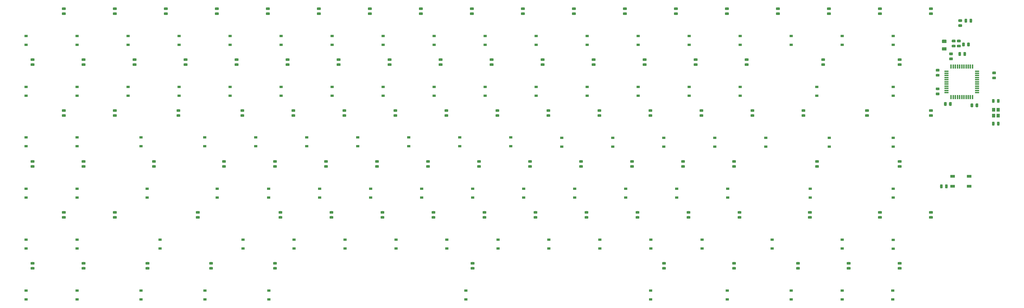
<source format=gbr>
G04 #@! TF.GenerationSoftware,KiCad,Pcbnew,(5.1.4)-1*
G04 #@! TF.CreationDate,2019-10-01T12:46:35+13:00*
G04 #@! TF.ProjectId,keyboard,6b657962-6f61-4726-942e-6b696361645f,rev?*
G04 #@! TF.SameCoordinates,Original*
G04 #@! TF.FileFunction,Paste,Bot*
G04 #@! TF.FilePolarity,Positive*
%FSLAX46Y46*%
G04 Gerber Fmt 4.6, Leading zero omitted, Abs format (unit mm)*
G04 Created by KiCad (PCBNEW (5.1.4)-1) date 2019-10-01 12:46:35*
%MOMM*%
%LPD*%
G04 APERTURE LIST*
%ADD10C,0.100000*%
%ADD11C,0.975000*%
%ADD12R,1.200000X1.400000*%
%ADD13R,1.500000X0.550000*%
%ADD14R,0.550000X1.500000*%
%ADD15R,1.800000X1.100000*%
%ADD16C,1.250000*%
%ADD17R,1.200000X0.900000*%
G04 APERTURE END LIST*
D10*
G36*
X327498142Y101409826D02*
G01*
X327521803Y101406316D01*
X327545007Y101400504D01*
X327567529Y101392446D01*
X327589153Y101382218D01*
X327609670Y101369921D01*
X327628883Y101355671D01*
X327646607Y101339607D01*
X327662671Y101321883D01*
X327676921Y101302670D01*
X327689218Y101282153D01*
X327699446Y101260529D01*
X327707504Y101238007D01*
X327713316Y101214803D01*
X327716826Y101191142D01*
X327718000Y101167250D01*
X327718000Y100254750D01*
X327716826Y100230858D01*
X327713316Y100207197D01*
X327707504Y100183993D01*
X327699446Y100161471D01*
X327689218Y100139847D01*
X327676921Y100119330D01*
X327662671Y100100117D01*
X327646607Y100082393D01*
X327628883Y100066329D01*
X327609670Y100052079D01*
X327589153Y100039782D01*
X327567529Y100029554D01*
X327545007Y100021496D01*
X327521803Y100015684D01*
X327498142Y100012174D01*
X327474250Y100011000D01*
X326986750Y100011000D01*
X326962858Y100012174D01*
X326939197Y100015684D01*
X326915993Y100021496D01*
X326893471Y100029554D01*
X326871847Y100039782D01*
X326851330Y100052079D01*
X326832117Y100066329D01*
X326814393Y100082393D01*
X326798329Y100100117D01*
X326784079Y100119330D01*
X326771782Y100139847D01*
X326761554Y100161471D01*
X326753496Y100183993D01*
X326747684Y100207197D01*
X326744174Y100230858D01*
X326743000Y100254750D01*
X326743000Y101167250D01*
X326744174Y101191142D01*
X326747684Y101214803D01*
X326753496Y101238007D01*
X326761554Y101260529D01*
X326771782Y101282153D01*
X326784079Y101302670D01*
X326798329Y101321883D01*
X326814393Y101339607D01*
X326832117Y101355671D01*
X326851330Y101369921D01*
X326871847Y101382218D01*
X326893471Y101392446D01*
X326915993Y101400504D01*
X326939197Y101406316D01*
X326962858Y101409826D01*
X326986750Y101411000D01*
X327474250Y101411000D01*
X327498142Y101409826D01*
X327498142Y101409826D01*
G37*
D11*
X327230500Y100711000D03*
D10*
G36*
X329373142Y101409826D02*
G01*
X329396803Y101406316D01*
X329420007Y101400504D01*
X329442529Y101392446D01*
X329464153Y101382218D01*
X329484670Y101369921D01*
X329503883Y101355671D01*
X329521607Y101339607D01*
X329537671Y101321883D01*
X329551921Y101302670D01*
X329564218Y101282153D01*
X329574446Y101260529D01*
X329582504Y101238007D01*
X329588316Y101214803D01*
X329591826Y101191142D01*
X329593000Y101167250D01*
X329593000Y100254750D01*
X329591826Y100230858D01*
X329588316Y100207197D01*
X329582504Y100183993D01*
X329574446Y100161471D01*
X329564218Y100139847D01*
X329551921Y100119330D01*
X329537671Y100100117D01*
X329521607Y100082393D01*
X329503883Y100066329D01*
X329484670Y100052079D01*
X329464153Y100039782D01*
X329442529Y100029554D01*
X329420007Y100021496D01*
X329396803Y100015684D01*
X329373142Y100012174D01*
X329349250Y100011000D01*
X328861750Y100011000D01*
X328837858Y100012174D01*
X328814197Y100015684D01*
X328790993Y100021496D01*
X328768471Y100029554D01*
X328746847Y100039782D01*
X328726330Y100052079D01*
X328707117Y100066329D01*
X328689393Y100082393D01*
X328673329Y100100117D01*
X328659079Y100119330D01*
X328646782Y100139847D01*
X328636554Y100161471D01*
X328628496Y100183993D01*
X328622684Y100207197D01*
X328619174Y100230858D01*
X328618000Y100254750D01*
X328618000Y101167250D01*
X328619174Y101191142D01*
X328622684Y101214803D01*
X328628496Y101238007D01*
X328636554Y101260529D01*
X328646782Y101282153D01*
X328659079Y101302670D01*
X328673329Y101321883D01*
X328689393Y101339607D01*
X328707117Y101355671D01*
X328726330Y101369921D01*
X328746847Y101382218D01*
X328768471Y101392446D01*
X328790993Y101400504D01*
X328814197Y101406316D01*
X328837858Y101409826D01*
X328861750Y101411000D01*
X329349250Y101411000D01*
X329373142Y101409826D01*
X329373142Y101409826D01*
G37*
D11*
X329105500Y100711000D03*
D10*
G36*
X325600142Y99370826D02*
G01*
X325623803Y99367316D01*
X325647007Y99361504D01*
X325669529Y99353446D01*
X325691153Y99343218D01*
X325711670Y99330921D01*
X325730883Y99316671D01*
X325748607Y99300607D01*
X325764671Y99282883D01*
X325778921Y99263670D01*
X325791218Y99243153D01*
X325801446Y99221529D01*
X325809504Y99199007D01*
X325815316Y99175803D01*
X325818826Y99152142D01*
X325820000Y99128250D01*
X325820000Y98640750D01*
X325818826Y98616858D01*
X325815316Y98593197D01*
X325809504Y98569993D01*
X325801446Y98547471D01*
X325791218Y98525847D01*
X325778921Y98505330D01*
X325764671Y98486117D01*
X325748607Y98468393D01*
X325730883Y98452329D01*
X325711670Y98438079D01*
X325691153Y98425782D01*
X325669529Y98415554D01*
X325647007Y98407496D01*
X325623803Y98401684D01*
X325600142Y98398174D01*
X325576250Y98397000D01*
X324663750Y98397000D01*
X324639858Y98398174D01*
X324616197Y98401684D01*
X324592993Y98407496D01*
X324570471Y98415554D01*
X324548847Y98425782D01*
X324528330Y98438079D01*
X324509117Y98452329D01*
X324491393Y98468393D01*
X324475329Y98486117D01*
X324461079Y98505330D01*
X324448782Y98525847D01*
X324438554Y98547471D01*
X324430496Y98569993D01*
X324424684Y98593197D01*
X324421174Y98616858D01*
X324420000Y98640750D01*
X324420000Y99128250D01*
X324421174Y99152142D01*
X324424684Y99175803D01*
X324430496Y99199007D01*
X324438554Y99221529D01*
X324448782Y99243153D01*
X324461079Y99263670D01*
X324475329Y99282883D01*
X324491393Y99300607D01*
X324509117Y99316671D01*
X324528330Y99330921D01*
X324548847Y99343218D01*
X324570471Y99353446D01*
X324592993Y99361504D01*
X324616197Y99367316D01*
X324639858Y99370826D01*
X324663750Y99372000D01*
X325576250Y99372000D01*
X325600142Y99370826D01*
X325600142Y99370826D01*
G37*
D11*
X325120000Y98884500D03*
D10*
G36*
X325600142Y101245826D02*
G01*
X325623803Y101242316D01*
X325647007Y101236504D01*
X325669529Y101228446D01*
X325691153Y101218218D01*
X325711670Y101205921D01*
X325730883Y101191671D01*
X325748607Y101175607D01*
X325764671Y101157883D01*
X325778921Y101138670D01*
X325791218Y101118153D01*
X325801446Y101096529D01*
X325809504Y101074007D01*
X325815316Y101050803D01*
X325818826Y101027142D01*
X325820000Y101003250D01*
X325820000Y100515750D01*
X325818826Y100491858D01*
X325815316Y100468197D01*
X325809504Y100444993D01*
X325801446Y100422471D01*
X325791218Y100400847D01*
X325778921Y100380330D01*
X325764671Y100361117D01*
X325748607Y100343393D01*
X325730883Y100327329D01*
X325711670Y100313079D01*
X325691153Y100300782D01*
X325669529Y100290554D01*
X325647007Y100282496D01*
X325623803Y100276684D01*
X325600142Y100273174D01*
X325576250Y100272000D01*
X324663750Y100272000D01*
X324639858Y100273174D01*
X324616197Y100276684D01*
X324592993Y100282496D01*
X324570471Y100290554D01*
X324548847Y100300782D01*
X324528330Y100313079D01*
X324509117Y100327329D01*
X324491393Y100343393D01*
X324475329Y100361117D01*
X324461079Y100380330D01*
X324448782Y100400847D01*
X324438554Y100422471D01*
X324430496Y100444993D01*
X324424684Y100468197D01*
X324421174Y100491858D01*
X324420000Y100515750D01*
X324420000Y101003250D01*
X324421174Y101027142D01*
X324424684Y101050803D01*
X324430496Y101074007D01*
X324438554Y101096529D01*
X324448782Y101118153D01*
X324461079Y101138670D01*
X324475329Y101157883D01*
X324491393Y101175607D01*
X324509117Y101191671D01*
X324528330Y101205921D01*
X324548847Y101218218D01*
X324570471Y101228446D01*
X324592993Y101236504D01*
X324616197Y101242316D01*
X324639858Y101245826D01*
X324663750Y101247000D01*
X325576250Y101247000D01*
X325600142Y101245826D01*
X325600142Y101245826D01*
G37*
D11*
X325120000Y100759500D03*
D10*
G36*
X322171142Y86924826D02*
G01*
X322194803Y86921316D01*
X322218007Y86915504D01*
X322240529Y86907446D01*
X322262153Y86897218D01*
X322282670Y86884921D01*
X322301883Y86870671D01*
X322319607Y86854607D01*
X322335671Y86836883D01*
X322349921Y86817670D01*
X322362218Y86797153D01*
X322372446Y86775529D01*
X322380504Y86753007D01*
X322386316Y86729803D01*
X322389826Y86706142D01*
X322391000Y86682250D01*
X322391000Y86194750D01*
X322389826Y86170858D01*
X322386316Y86147197D01*
X322380504Y86123993D01*
X322372446Y86101471D01*
X322362218Y86079847D01*
X322349921Y86059330D01*
X322335671Y86040117D01*
X322319607Y86022393D01*
X322301883Y86006329D01*
X322282670Y85992079D01*
X322262153Y85979782D01*
X322240529Y85969554D01*
X322218007Y85961496D01*
X322194803Y85955684D01*
X322171142Y85952174D01*
X322147250Y85951000D01*
X321234750Y85951000D01*
X321210858Y85952174D01*
X321187197Y85955684D01*
X321163993Y85961496D01*
X321141471Y85969554D01*
X321119847Y85979782D01*
X321099330Y85992079D01*
X321080117Y86006329D01*
X321062393Y86022393D01*
X321046329Y86040117D01*
X321032079Y86059330D01*
X321019782Y86079847D01*
X321009554Y86101471D01*
X321001496Y86123993D01*
X320995684Y86147197D01*
X320992174Y86170858D01*
X320991000Y86194750D01*
X320991000Y86682250D01*
X320992174Y86706142D01*
X320995684Y86729803D01*
X321001496Y86753007D01*
X321009554Y86775529D01*
X321019782Y86797153D01*
X321032079Y86817670D01*
X321046329Y86836883D01*
X321062393Y86854607D01*
X321080117Y86870671D01*
X321099330Y86884921D01*
X321119847Y86897218D01*
X321141471Y86907446D01*
X321163993Y86915504D01*
X321187197Y86921316D01*
X321210858Y86924826D01*
X321234750Y86926000D01*
X322147250Y86926000D01*
X322171142Y86924826D01*
X322171142Y86924826D01*
G37*
D11*
X321691000Y86438500D03*
D10*
G36*
X322171142Y88799826D02*
G01*
X322194803Y88796316D01*
X322218007Y88790504D01*
X322240529Y88782446D01*
X322262153Y88772218D01*
X322282670Y88759921D01*
X322301883Y88745671D01*
X322319607Y88729607D01*
X322335671Y88711883D01*
X322349921Y88692670D01*
X322362218Y88672153D01*
X322372446Y88650529D01*
X322380504Y88628007D01*
X322386316Y88604803D01*
X322389826Y88581142D01*
X322391000Y88557250D01*
X322391000Y88069750D01*
X322389826Y88045858D01*
X322386316Y88022197D01*
X322380504Y87998993D01*
X322372446Y87976471D01*
X322362218Y87954847D01*
X322349921Y87934330D01*
X322335671Y87915117D01*
X322319607Y87897393D01*
X322301883Y87881329D01*
X322282670Y87867079D01*
X322262153Y87854782D01*
X322240529Y87844554D01*
X322218007Y87836496D01*
X322194803Y87830684D01*
X322171142Y87827174D01*
X322147250Y87826000D01*
X321234750Y87826000D01*
X321210858Y87827174D01*
X321187197Y87830684D01*
X321163993Y87836496D01*
X321141471Y87844554D01*
X321119847Y87854782D01*
X321099330Y87867079D01*
X321080117Y87881329D01*
X321062393Y87897393D01*
X321046329Y87915117D01*
X321032079Y87934330D01*
X321019782Y87954847D01*
X321009554Y87976471D01*
X321001496Y87998993D01*
X320995684Y88022197D01*
X320992174Y88045858D01*
X320991000Y88069750D01*
X320991000Y88557250D01*
X320992174Y88581142D01*
X320995684Y88604803D01*
X321001496Y88628007D01*
X321009554Y88650529D01*
X321019782Y88672153D01*
X321032079Y88692670D01*
X321046329Y88711883D01*
X321062393Y88729607D01*
X321080117Y88745671D01*
X321099330Y88759921D01*
X321119847Y88772218D01*
X321141471Y88782446D01*
X321163993Y88790504D01*
X321187197Y88796316D01*
X321210858Y88799826D01*
X321234750Y88801000D01*
X322147250Y88801000D01*
X322171142Y88799826D01*
X322171142Y88799826D01*
G37*
D11*
X321691000Y88313500D03*
D10*
G36*
X314678142Y105690826D02*
G01*
X314701803Y105687316D01*
X314725007Y105681504D01*
X314747529Y105673446D01*
X314769153Y105663218D01*
X314789670Y105650921D01*
X314808883Y105636671D01*
X314826607Y105620607D01*
X314842671Y105602883D01*
X314856921Y105583670D01*
X314869218Y105563153D01*
X314879446Y105541529D01*
X314887504Y105519007D01*
X314893316Y105495803D01*
X314896826Y105472142D01*
X314898000Y105448250D01*
X314898000Y104960750D01*
X314896826Y104936858D01*
X314893316Y104913197D01*
X314887504Y104889993D01*
X314879446Y104867471D01*
X314869218Y104845847D01*
X314856921Y104825330D01*
X314842671Y104806117D01*
X314826607Y104788393D01*
X314808883Y104772329D01*
X314789670Y104758079D01*
X314769153Y104745782D01*
X314747529Y104735554D01*
X314725007Y104727496D01*
X314701803Y104721684D01*
X314678142Y104718174D01*
X314654250Y104717000D01*
X313741750Y104717000D01*
X313717858Y104718174D01*
X313694197Y104721684D01*
X313670993Y104727496D01*
X313648471Y104735554D01*
X313626847Y104745782D01*
X313606330Y104758079D01*
X313587117Y104772329D01*
X313569393Y104788393D01*
X313553329Y104806117D01*
X313539079Y104825330D01*
X313526782Y104845847D01*
X313516554Y104867471D01*
X313508496Y104889993D01*
X313502684Y104913197D01*
X313499174Y104936858D01*
X313498000Y104960750D01*
X313498000Y105448250D01*
X313499174Y105472142D01*
X313502684Y105495803D01*
X313508496Y105519007D01*
X313516554Y105541529D01*
X313526782Y105563153D01*
X313539079Y105583670D01*
X313553329Y105602883D01*
X313569393Y105620607D01*
X313587117Y105636671D01*
X313606330Y105650921D01*
X313626847Y105663218D01*
X313648471Y105673446D01*
X313670993Y105681504D01*
X313694197Y105687316D01*
X313717858Y105690826D01*
X313741750Y105692000D01*
X314654250Y105692000D01*
X314678142Y105690826D01*
X314678142Y105690826D01*
G37*
D11*
X314198000Y105204500D03*
D10*
G36*
X314678142Y103815826D02*
G01*
X314701803Y103812316D01*
X314725007Y103806504D01*
X314747529Y103798446D01*
X314769153Y103788218D01*
X314789670Y103775921D01*
X314808883Y103761671D01*
X314826607Y103745607D01*
X314842671Y103727883D01*
X314856921Y103708670D01*
X314869218Y103688153D01*
X314879446Y103666529D01*
X314887504Y103644007D01*
X314893316Y103620803D01*
X314896826Y103597142D01*
X314898000Y103573250D01*
X314898000Y103085750D01*
X314896826Y103061858D01*
X314893316Y103038197D01*
X314887504Y103014993D01*
X314879446Y102992471D01*
X314869218Y102970847D01*
X314856921Y102950330D01*
X314842671Y102931117D01*
X314826607Y102913393D01*
X314808883Y102897329D01*
X314789670Y102883079D01*
X314769153Y102870782D01*
X314747529Y102860554D01*
X314725007Y102852496D01*
X314701803Y102846684D01*
X314678142Y102843174D01*
X314654250Y102842000D01*
X313741750Y102842000D01*
X313717858Y102843174D01*
X313694197Y102846684D01*
X313670993Y102852496D01*
X313648471Y102860554D01*
X313626847Y102870782D01*
X313606330Y102883079D01*
X313587117Y102897329D01*
X313569393Y102913393D01*
X313553329Y102931117D01*
X313539079Y102950330D01*
X313526782Y102970847D01*
X313516554Y102992471D01*
X313508496Y103014993D01*
X313502684Y103038197D01*
X313499174Y103061858D01*
X313498000Y103085750D01*
X313498000Y103573250D01*
X313499174Y103597142D01*
X313502684Y103620803D01*
X313508496Y103644007D01*
X313516554Y103666529D01*
X313526782Y103688153D01*
X313539079Y103708670D01*
X313553329Y103727883D01*
X313569393Y103745607D01*
X313587117Y103761671D01*
X313606330Y103775921D01*
X313626847Y103788218D01*
X313648471Y103798446D01*
X313670993Y103806504D01*
X313694197Y103812316D01*
X313717858Y103815826D01*
X313741750Y103817000D01*
X314654250Y103817000D01*
X314678142Y103815826D01*
X314678142Y103815826D01*
G37*
D11*
X314198000Y103329500D03*
D10*
G36*
X314678142Y67590826D02*
G01*
X314701803Y67587316D01*
X314725007Y67581504D01*
X314747529Y67573446D01*
X314769153Y67563218D01*
X314789670Y67550921D01*
X314808883Y67536671D01*
X314826607Y67520607D01*
X314842671Y67502883D01*
X314856921Y67483670D01*
X314869218Y67463153D01*
X314879446Y67441529D01*
X314887504Y67419007D01*
X314893316Y67395803D01*
X314896826Y67372142D01*
X314898000Y67348250D01*
X314898000Y66860750D01*
X314896826Y66836858D01*
X314893316Y66813197D01*
X314887504Y66789993D01*
X314879446Y66767471D01*
X314869218Y66745847D01*
X314856921Y66725330D01*
X314842671Y66706117D01*
X314826607Y66688393D01*
X314808883Y66672329D01*
X314789670Y66658079D01*
X314769153Y66645782D01*
X314747529Y66635554D01*
X314725007Y66627496D01*
X314701803Y66621684D01*
X314678142Y66618174D01*
X314654250Y66617000D01*
X313741750Y66617000D01*
X313717858Y66618174D01*
X313694197Y66621684D01*
X313670993Y66627496D01*
X313648471Y66635554D01*
X313626847Y66645782D01*
X313606330Y66658079D01*
X313587117Y66672329D01*
X313569393Y66688393D01*
X313553329Y66706117D01*
X313539079Y66725330D01*
X313526782Y66745847D01*
X313516554Y66767471D01*
X313508496Y66789993D01*
X313502684Y66813197D01*
X313499174Y66836858D01*
X313498000Y66860750D01*
X313498000Y67348250D01*
X313499174Y67372142D01*
X313502684Y67395803D01*
X313508496Y67419007D01*
X313516554Y67441529D01*
X313526782Y67463153D01*
X313539079Y67483670D01*
X313553329Y67502883D01*
X313569393Y67520607D01*
X313587117Y67536671D01*
X313606330Y67550921D01*
X313626847Y67563218D01*
X313648471Y67573446D01*
X313670993Y67581504D01*
X313694197Y67587316D01*
X313717858Y67590826D01*
X313741750Y67592000D01*
X314654250Y67592000D01*
X314678142Y67590826D01*
X314678142Y67590826D01*
G37*
D11*
X314198000Y67104500D03*
D10*
G36*
X314678142Y65715826D02*
G01*
X314701803Y65712316D01*
X314725007Y65706504D01*
X314747529Y65698446D01*
X314769153Y65688218D01*
X314789670Y65675921D01*
X314808883Y65661671D01*
X314826607Y65645607D01*
X314842671Y65627883D01*
X314856921Y65608670D01*
X314869218Y65588153D01*
X314879446Y65566529D01*
X314887504Y65544007D01*
X314893316Y65520803D01*
X314896826Y65497142D01*
X314898000Y65473250D01*
X314898000Y64985750D01*
X314896826Y64961858D01*
X314893316Y64938197D01*
X314887504Y64914993D01*
X314879446Y64892471D01*
X314869218Y64870847D01*
X314856921Y64850330D01*
X314842671Y64831117D01*
X314826607Y64813393D01*
X314808883Y64797329D01*
X314789670Y64783079D01*
X314769153Y64770782D01*
X314747529Y64760554D01*
X314725007Y64752496D01*
X314701803Y64746684D01*
X314678142Y64743174D01*
X314654250Y64742000D01*
X313741750Y64742000D01*
X313717858Y64743174D01*
X313694197Y64746684D01*
X313670993Y64752496D01*
X313648471Y64760554D01*
X313626847Y64770782D01*
X313606330Y64783079D01*
X313587117Y64797329D01*
X313569393Y64813393D01*
X313553329Y64831117D01*
X313539079Y64850330D01*
X313526782Y64870847D01*
X313516554Y64892471D01*
X313508496Y64914993D01*
X313502684Y64938197D01*
X313499174Y64961858D01*
X313498000Y64985750D01*
X313498000Y65473250D01*
X313499174Y65497142D01*
X313502684Y65520803D01*
X313508496Y65544007D01*
X313516554Y65566529D01*
X313526782Y65588153D01*
X313539079Y65608670D01*
X313553329Y65627883D01*
X313569393Y65645607D01*
X313587117Y65661671D01*
X313606330Y65675921D01*
X313626847Y65688218D01*
X313648471Y65698446D01*
X313670993Y65706504D01*
X313694197Y65712316D01*
X313717858Y65715826D01*
X313741750Y65717000D01*
X314654250Y65717000D01*
X314678142Y65715826D01*
X314678142Y65715826D01*
G37*
D11*
X314198000Y65229500D03*
D10*
G36*
X295628142Y105690826D02*
G01*
X295651803Y105687316D01*
X295675007Y105681504D01*
X295697529Y105673446D01*
X295719153Y105663218D01*
X295739670Y105650921D01*
X295758883Y105636671D01*
X295776607Y105620607D01*
X295792671Y105602883D01*
X295806921Y105583670D01*
X295819218Y105563153D01*
X295829446Y105541529D01*
X295837504Y105519007D01*
X295843316Y105495803D01*
X295846826Y105472142D01*
X295848000Y105448250D01*
X295848000Y104960750D01*
X295846826Y104936858D01*
X295843316Y104913197D01*
X295837504Y104889993D01*
X295829446Y104867471D01*
X295819218Y104845847D01*
X295806921Y104825330D01*
X295792671Y104806117D01*
X295776607Y104788393D01*
X295758883Y104772329D01*
X295739670Y104758079D01*
X295719153Y104745782D01*
X295697529Y104735554D01*
X295675007Y104727496D01*
X295651803Y104721684D01*
X295628142Y104718174D01*
X295604250Y104717000D01*
X294691750Y104717000D01*
X294667858Y104718174D01*
X294644197Y104721684D01*
X294620993Y104727496D01*
X294598471Y104735554D01*
X294576847Y104745782D01*
X294556330Y104758079D01*
X294537117Y104772329D01*
X294519393Y104788393D01*
X294503329Y104806117D01*
X294489079Y104825330D01*
X294476782Y104845847D01*
X294466554Y104867471D01*
X294458496Y104889993D01*
X294452684Y104913197D01*
X294449174Y104936858D01*
X294448000Y104960750D01*
X294448000Y105448250D01*
X294449174Y105472142D01*
X294452684Y105495803D01*
X294458496Y105519007D01*
X294466554Y105541529D01*
X294476782Y105563153D01*
X294489079Y105583670D01*
X294503329Y105602883D01*
X294519393Y105620607D01*
X294537117Y105636671D01*
X294556330Y105650921D01*
X294576847Y105663218D01*
X294598471Y105673446D01*
X294620993Y105681504D01*
X294644197Y105687316D01*
X294667858Y105690826D01*
X294691750Y105692000D01*
X295604250Y105692000D01*
X295628142Y105690826D01*
X295628142Y105690826D01*
G37*
D11*
X295148000Y105204500D03*
D10*
G36*
X295628142Y103815826D02*
G01*
X295651803Y103812316D01*
X295675007Y103806504D01*
X295697529Y103798446D01*
X295719153Y103788218D01*
X295739670Y103775921D01*
X295758883Y103761671D01*
X295776607Y103745607D01*
X295792671Y103727883D01*
X295806921Y103708670D01*
X295819218Y103688153D01*
X295829446Y103666529D01*
X295837504Y103644007D01*
X295843316Y103620803D01*
X295846826Y103597142D01*
X295848000Y103573250D01*
X295848000Y103085750D01*
X295846826Y103061858D01*
X295843316Y103038197D01*
X295837504Y103014993D01*
X295829446Y102992471D01*
X295819218Y102970847D01*
X295806921Y102950330D01*
X295792671Y102931117D01*
X295776607Y102913393D01*
X295758883Y102897329D01*
X295739670Y102883079D01*
X295719153Y102870782D01*
X295697529Y102860554D01*
X295675007Y102852496D01*
X295651803Y102846684D01*
X295628142Y102843174D01*
X295604250Y102842000D01*
X294691750Y102842000D01*
X294667858Y102843174D01*
X294644197Y102846684D01*
X294620993Y102852496D01*
X294598471Y102860554D01*
X294576847Y102870782D01*
X294556330Y102883079D01*
X294537117Y102897329D01*
X294519393Y102913393D01*
X294503329Y102931117D01*
X294489079Y102950330D01*
X294476782Y102970847D01*
X294466554Y102992471D01*
X294458496Y103014993D01*
X294452684Y103038197D01*
X294449174Y103061858D01*
X294448000Y103085750D01*
X294448000Y103573250D01*
X294449174Y103597142D01*
X294452684Y103620803D01*
X294458496Y103644007D01*
X294466554Y103666529D01*
X294476782Y103688153D01*
X294489079Y103708670D01*
X294503329Y103727883D01*
X294519393Y103745607D01*
X294537117Y103761671D01*
X294556330Y103775921D01*
X294576847Y103788218D01*
X294598471Y103798446D01*
X294620993Y103806504D01*
X294644197Y103812316D01*
X294667858Y103815826D01*
X294691750Y103817000D01*
X295604250Y103817000D01*
X295628142Y103815826D01*
X295628142Y103815826D01*
G37*
D11*
X295148000Y103329500D03*
D10*
G36*
X302994142Y84765826D02*
G01*
X303017803Y84762316D01*
X303041007Y84756504D01*
X303063529Y84748446D01*
X303085153Y84738218D01*
X303105670Y84725921D01*
X303124883Y84711671D01*
X303142607Y84695607D01*
X303158671Y84677883D01*
X303172921Y84658670D01*
X303185218Y84638153D01*
X303195446Y84616529D01*
X303203504Y84594007D01*
X303209316Y84570803D01*
X303212826Y84547142D01*
X303214000Y84523250D01*
X303214000Y84035750D01*
X303212826Y84011858D01*
X303209316Y83988197D01*
X303203504Y83964993D01*
X303195446Y83942471D01*
X303185218Y83920847D01*
X303172921Y83900330D01*
X303158671Y83881117D01*
X303142607Y83863393D01*
X303124883Y83847329D01*
X303105670Y83833079D01*
X303085153Y83820782D01*
X303063529Y83810554D01*
X303041007Y83802496D01*
X303017803Y83796684D01*
X302994142Y83793174D01*
X302970250Y83792000D01*
X302057750Y83792000D01*
X302033858Y83793174D01*
X302010197Y83796684D01*
X301986993Y83802496D01*
X301964471Y83810554D01*
X301942847Y83820782D01*
X301922330Y83833079D01*
X301903117Y83847329D01*
X301885393Y83863393D01*
X301869329Y83881117D01*
X301855079Y83900330D01*
X301842782Y83920847D01*
X301832554Y83942471D01*
X301824496Y83964993D01*
X301818684Y83988197D01*
X301815174Y84011858D01*
X301814000Y84035750D01*
X301814000Y84523250D01*
X301815174Y84547142D01*
X301818684Y84570803D01*
X301824496Y84594007D01*
X301832554Y84616529D01*
X301842782Y84638153D01*
X301855079Y84658670D01*
X301869329Y84677883D01*
X301885393Y84695607D01*
X301903117Y84711671D01*
X301922330Y84725921D01*
X301942847Y84738218D01*
X301964471Y84748446D01*
X301986993Y84756504D01*
X302010197Y84762316D01*
X302033858Y84765826D01*
X302057750Y84767000D01*
X302970250Y84767000D01*
X302994142Y84765826D01*
X302994142Y84765826D01*
G37*
D11*
X302514000Y84279500D03*
D10*
G36*
X302994142Y86640826D02*
G01*
X303017803Y86637316D01*
X303041007Y86631504D01*
X303063529Y86623446D01*
X303085153Y86613218D01*
X303105670Y86600921D01*
X303124883Y86586671D01*
X303142607Y86570607D01*
X303158671Y86552883D01*
X303172921Y86533670D01*
X303185218Y86513153D01*
X303195446Y86491529D01*
X303203504Y86469007D01*
X303209316Y86445803D01*
X303212826Y86422142D01*
X303214000Y86398250D01*
X303214000Y85910750D01*
X303212826Y85886858D01*
X303209316Y85863197D01*
X303203504Y85839993D01*
X303195446Y85817471D01*
X303185218Y85795847D01*
X303172921Y85775330D01*
X303158671Y85756117D01*
X303142607Y85738393D01*
X303124883Y85722329D01*
X303105670Y85708079D01*
X303085153Y85695782D01*
X303063529Y85685554D01*
X303041007Y85677496D01*
X303017803Y85671684D01*
X302994142Y85668174D01*
X302970250Y85667000D01*
X302057750Y85667000D01*
X302033858Y85668174D01*
X302010197Y85671684D01*
X301986993Y85677496D01*
X301964471Y85685554D01*
X301942847Y85695782D01*
X301922330Y85708079D01*
X301903117Y85722329D01*
X301885393Y85738393D01*
X301869329Y85756117D01*
X301855079Y85775330D01*
X301842782Y85795847D01*
X301832554Y85817471D01*
X301824496Y85839993D01*
X301818684Y85863197D01*
X301815174Y85886858D01*
X301814000Y85910750D01*
X301814000Y86398250D01*
X301815174Y86422142D01*
X301818684Y86445803D01*
X301824496Y86469007D01*
X301832554Y86491529D01*
X301842782Y86513153D01*
X301855079Y86533670D01*
X301869329Y86552883D01*
X301885393Y86570607D01*
X301903117Y86586671D01*
X301922330Y86600921D01*
X301942847Y86613218D01*
X301964471Y86623446D01*
X301986993Y86631504D01*
X302010197Y86637316D01*
X302033858Y86640826D01*
X302057750Y86642000D01*
X302970250Y86642000D01*
X302994142Y86640826D01*
X302994142Y86640826D01*
G37*
D11*
X302514000Y86154500D03*
D10*
G36*
X314678142Y29490826D02*
G01*
X314701803Y29487316D01*
X314725007Y29481504D01*
X314747529Y29473446D01*
X314769153Y29463218D01*
X314789670Y29450921D01*
X314808883Y29436671D01*
X314826607Y29420607D01*
X314842671Y29402883D01*
X314856921Y29383670D01*
X314869218Y29363153D01*
X314879446Y29341529D01*
X314887504Y29319007D01*
X314893316Y29295803D01*
X314896826Y29272142D01*
X314898000Y29248250D01*
X314898000Y28760750D01*
X314896826Y28736858D01*
X314893316Y28713197D01*
X314887504Y28689993D01*
X314879446Y28667471D01*
X314869218Y28645847D01*
X314856921Y28625330D01*
X314842671Y28606117D01*
X314826607Y28588393D01*
X314808883Y28572329D01*
X314789670Y28558079D01*
X314769153Y28545782D01*
X314747529Y28535554D01*
X314725007Y28527496D01*
X314701803Y28521684D01*
X314678142Y28518174D01*
X314654250Y28517000D01*
X313741750Y28517000D01*
X313717858Y28518174D01*
X313694197Y28521684D01*
X313670993Y28527496D01*
X313648471Y28535554D01*
X313626847Y28545782D01*
X313606330Y28558079D01*
X313587117Y28572329D01*
X313569393Y28588393D01*
X313553329Y28606117D01*
X313539079Y28625330D01*
X313526782Y28645847D01*
X313516554Y28667471D01*
X313508496Y28689993D01*
X313502684Y28713197D01*
X313499174Y28736858D01*
X313498000Y28760750D01*
X313498000Y29248250D01*
X313499174Y29272142D01*
X313502684Y29295803D01*
X313508496Y29319007D01*
X313516554Y29341529D01*
X313526782Y29363153D01*
X313539079Y29383670D01*
X313553329Y29402883D01*
X313569393Y29420607D01*
X313587117Y29436671D01*
X313606330Y29450921D01*
X313626847Y29463218D01*
X313648471Y29473446D01*
X313670993Y29481504D01*
X313694197Y29487316D01*
X313717858Y29490826D01*
X313741750Y29492000D01*
X314654250Y29492000D01*
X314678142Y29490826D01*
X314678142Y29490826D01*
G37*
D11*
X314198000Y29004500D03*
D10*
G36*
X314678142Y27615826D02*
G01*
X314701803Y27612316D01*
X314725007Y27606504D01*
X314747529Y27598446D01*
X314769153Y27588218D01*
X314789670Y27575921D01*
X314808883Y27561671D01*
X314826607Y27545607D01*
X314842671Y27527883D01*
X314856921Y27508670D01*
X314869218Y27488153D01*
X314879446Y27466529D01*
X314887504Y27444007D01*
X314893316Y27420803D01*
X314896826Y27397142D01*
X314898000Y27373250D01*
X314898000Y26885750D01*
X314896826Y26861858D01*
X314893316Y26838197D01*
X314887504Y26814993D01*
X314879446Y26792471D01*
X314869218Y26770847D01*
X314856921Y26750330D01*
X314842671Y26731117D01*
X314826607Y26713393D01*
X314808883Y26697329D01*
X314789670Y26683079D01*
X314769153Y26670782D01*
X314747529Y26660554D01*
X314725007Y26652496D01*
X314701803Y26646684D01*
X314678142Y26643174D01*
X314654250Y26642000D01*
X313741750Y26642000D01*
X313717858Y26643174D01*
X313694197Y26646684D01*
X313670993Y26652496D01*
X313648471Y26660554D01*
X313626847Y26670782D01*
X313606330Y26683079D01*
X313587117Y26697329D01*
X313569393Y26713393D01*
X313553329Y26731117D01*
X313539079Y26750330D01*
X313526782Y26770847D01*
X313516554Y26792471D01*
X313508496Y26814993D01*
X313502684Y26838197D01*
X313499174Y26861858D01*
X313498000Y26885750D01*
X313498000Y27373250D01*
X313499174Y27397142D01*
X313502684Y27420803D01*
X313508496Y27444007D01*
X313516554Y27466529D01*
X313526782Y27488153D01*
X313539079Y27508670D01*
X313553329Y27527883D01*
X313569393Y27545607D01*
X313587117Y27561671D01*
X313606330Y27575921D01*
X313626847Y27588218D01*
X313648471Y27598446D01*
X313670993Y27606504D01*
X313694197Y27612316D01*
X313717858Y27615826D01*
X313741750Y27617000D01*
X314654250Y27617000D01*
X314678142Y27615826D01*
X314678142Y27615826D01*
G37*
D11*
X314198000Y27129500D03*
D10*
G36*
X290802142Y67590826D02*
G01*
X290825803Y67587316D01*
X290849007Y67581504D01*
X290871529Y67573446D01*
X290893153Y67563218D01*
X290913670Y67550921D01*
X290932883Y67536671D01*
X290950607Y67520607D01*
X290966671Y67502883D01*
X290980921Y67483670D01*
X290993218Y67463153D01*
X291003446Y67441529D01*
X291011504Y67419007D01*
X291017316Y67395803D01*
X291020826Y67372142D01*
X291022000Y67348250D01*
X291022000Y66860750D01*
X291020826Y66836858D01*
X291017316Y66813197D01*
X291011504Y66789993D01*
X291003446Y66767471D01*
X290993218Y66745847D01*
X290980921Y66725330D01*
X290966671Y66706117D01*
X290950607Y66688393D01*
X290932883Y66672329D01*
X290913670Y66658079D01*
X290893153Y66645782D01*
X290871529Y66635554D01*
X290849007Y66627496D01*
X290825803Y66621684D01*
X290802142Y66618174D01*
X290778250Y66617000D01*
X289865750Y66617000D01*
X289841858Y66618174D01*
X289818197Y66621684D01*
X289794993Y66627496D01*
X289772471Y66635554D01*
X289750847Y66645782D01*
X289730330Y66658079D01*
X289711117Y66672329D01*
X289693393Y66688393D01*
X289677329Y66706117D01*
X289663079Y66725330D01*
X289650782Y66745847D01*
X289640554Y66767471D01*
X289632496Y66789993D01*
X289626684Y66813197D01*
X289623174Y66836858D01*
X289622000Y66860750D01*
X289622000Y67348250D01*
X289623174Y67372142D01*
X289626684Y67395803D01*
X289632496Y67419007D01*
X289640554Y67441529D01*
X289650782Y67463153D01*
X289663079Y67483670D01*
X289677329Y67502883D01*
X289693393Y67520607D01*
X289711117Y67536671D01*
X289730330Y67550921D01*
X289750847Y67563218D01*
X289772471Y67573446D01*
X289794993Y67581504D01*
X289818197Y67587316D01*
X289841858Y67590826D01*
X289865750Y67592000D01*
X290778250Y67592000D01*
X290802142Y67590826D01*
X290802142Y67590826D01*
G37*
D11*
X290322000Y67104500D03*
D10*
G36*
X290802142Y65715826D02*
G01*
X290825803Y65712316D01*
X290849007Y65706504D01*
X290871529Y65698446D01*
X290893153Y65688218D01*
X290913670Y65675921D01*
X290932883Y65661671D01*
X290950607Y65645607D01*
X290966671Y65627883D01*
X290980921Y65608670D01*
X290993218Y65588153D01*
X291003446Y65566529D01*
X291011504Y65544007D01*
X291017316Y65520803D01*
X291020826Y65497142D01*
X291022000Y65473250D01*
X291022000Y64985750D01*
X291020826Y64961858D01*
X291017316Y64938197D01*
X291011504Y64914993D01*
X291003446Y64892471D01*
X290993218Y64870847D01*
X290980921Y64850330D01*
X290966671Y64831117D01*
X290950607Y64813393D01*
X290932883Y64797329D01*
X290913670Y64783079D01*
X290893153Y64770782D01*
X290871529Y64760554D01*
X290849007Y64752496D01*
X290825803Y64746684D01*
X290802142Y64743174D01*
X290778250Y64742000D01*
X289865750Y64742000D01*
X289841858Y64743174D01*
X289818197Y64746684D01*
X289794993Y64752496D01*
X289772471Y64760554D01*
X289750847Y64770782D01*
X289730330Y64783079D01*
X289711117Y64797329D01*
X289693393Y64813393D01*
X289677329Y64831117D01*
X289663079Y64850330D01*
X289650782Y64870847D01*
X289640554Y64892471D01*
X289632496Y64914993D01*
X289626684Y64938197D01*
X289623174Y64961858D01*
X289622000Y64985750D01*
X289622000Y65473250D01*
X289623174Y65497142D01*
X289626684Y65520803D01*
X289632496Y65544007D01*
X289640554Y65566529D01*
X289650782Y65588153D01*
X289663079Y65608670D01*
X289677329Y65627883D01*
X289693393Y65645607D01*
X289711117Y65661671D01*
X289730330Y65675921D01*
X289750847Y65688218D01*
X289772471Y65698446D01*
X289794993Y65706504D01*
X289818197Y65712316D01*
X289841858Y65715826D01*
X289865750Y65717000D01*
X290778250Y65717000D01*
X290802142Y65715826D01*
X290802142Y65715826D01*
G37*
D11*
X290322000Y65229500D03*
D10*
G36*
X276578142Y105690826D02*
G01*
X276601803Y105687316D01*
X276625007Y105681504D01*
X276647529Y105673446D01*
X276669153Y105663218D01*
X276689670Y105650921D01*
X276708883Y105636671D01*
X276726607Y105620607D01*
X276742671Y105602883D01*
X276756921Y105583670D01*
X276769218Y105563153D01*
X276779446Y105541529D01*
X276787504Y105519007D01*
X276793316Y105495803D01*
X276796826Y105472142D01*
X276798000Y105448250D01*
X276798000Y104960750D01*
X276796826Y104936858D01*
X276793316Y104913197D01*
X276787504Y104889993D01*
X276779446Y104867471D01*
X276769218Y104845847D01*
X276756921Y104825330D01*
X276742671Y104806117D01*
X276726607Y104788393D01*
X276708883Y104772329D01*
X276689670Y104758079D01*
X276669153Y104745782D01*
X276647529Y104735554D01*
X276625007Y104727496D01*
X276601803Y104721684D01*
X276578142Y104718174D01*
X276554250Y104717000D01*
X275641750Y104717000D01*
X275617858Y104718174D01*
X275594197Y104721684D01*
X275570993Y104727496D01*
X275548471Y104735554D01*
X275526847Y104745782D01*
X275506330Y104758079D01*
X275487117Y104772329D01*
X275469393Y104788393D01*
X275453329Y104806117D01*
X275439079Y104825330D01*
X275426782Y104845847D01*
X275416554Y104867471D01*
X275408496Y104889993D01*
X275402684Y104913197D01*
X275399174Y104936858D01*
X275398000Y104960750D01*
X275398000Y105448250D01*
X275399174Y105472142D01*
X275402684Y105495803D01*
X275408496Y105519007D01*
X275416554Y105541529D01*
X275426782Y105563153D01*
X275439079Y105583670D01*
X275453329Y105602883D01*
X275469393Y105620607D01*
X275487117Y105636671D01*
X275506330Y105650921D01*
X275526847Y105663218D01*
X275548471Y105673446D01*
X275570993Y105681504D01*
X275594197Y105687316D01*
X275617858Y105690826D01*
X275641750Y105692000D01*
X276554250Y105692000D01*
X276578142Y105690826D01*
X276578142Y105690826D01*
G37*
D11*
X276098000Y105204500D03*
D10*
G36*
X276578142Y103815826D02*
G01*
X276601803Y103812316D01*
X276625007Y103806504D01*
X276647529Y103798446D01*
X276669153Y103788218D01*
X276689670Y103775921D01*
X276708883Y103761671D01*
X276726607Y103745607D01*
X276742671Y103727883D01*
X276756921Y103708670D01*
X276769218Y103688153D01*
X276779446Y103666529D01*
X276787504Y103644007D01*
X276793316Y103620803D01*
X276796826Y103597142D01*
X276798000Y103573250D01*
X276798000Y103085750D01*
X276796826Y103061858D01*
X276793316Y103038197D01*
X276787504Y103014993D01*
X276779446Y102992471D01*
X276769218Y102970847D01*
X276756921Y102950330D01*
X276742671Y102931117D01*
X276726607Y102913393D01*
X276708883Y102897329D01*
X276689670Y102883079D01*
X276669153Y102870782D01*
X276647529Y102860554D01*
X276625007Y102852496D01*
X276601803Y102846684D01*
X276578142Y102843174D01*
X276554250Y102842000D01*
X275641750Y102842000D01*
X275617858Y102843174D01*
X275594197Y102846684D01*
X275570993Y102852496D01*
X275548471Y102860554D01*
X275526847Y102870782D01*
X275506330Y102883079D01*
X275487117Y102897329D01*
X275469393Y102913393D01*
X275453329Y102931117D01*
X275439079Y102950330D01*
X275426782Y102970847D01*
X275416554Y102992471D01*
X275408496Y103014993D01*
X275402684Y103038197D01*
X275399174Y103061858D01*
X275398000Y103085750D01*
X275398000Y103573250D01*
X275399174Y103597142D01*
X275402684Y103620803D01*
X275408496Y103644007D01*
X275416554Y103666529D01*
X275426782Y103688153D01*
X275439079Y103708670D01*
X275453329Y103727883D01*
X275469393Y103745607D01*
X275487117Y103761671D01*
X275506330Y103775921D01*
X275526847Y103788218D01*
X275548471Y103798446D01*
X275570993Y103806504D01*
X275594197Y103812316D01*
X275617858Y103815826D01*
X275641750Y103817000D01*
X276554250Y103817000D01*
X276578142Y103815826D01*
X276578142Y103815826D01*
G37*
D11*
X276098000Y103329500D03*
D10*
G36*
X302994142Y46665826D02*
G01*
X303017803Y46662316D01*
X303041007Y46656504D01*
X303063529Y46648446D01*
X303085153Y46638218D01*
X303105670Y46625921D01*
X303124883Y46611671D01*
X303142607Y46595607D01*
X303158671Y46577883D01*
X303172921Y46558670D01*
X303185218Y46538153D01*
X303195446Y46516529D01*
X303203504Y46494007D01*
X303209316Y46470803D01*
X303212826Y46447142D01*
X303214000Y46423250D01*
X303214000Y45935750D01*
X303212826Y45911858D01*
X303209316Y45888197D01*
X303203504Y45864993D01*
X303195446Y45842471D01*
X303185218Y45820847D01*
X303172921Y45800330D01*
X303158671Y45781117D01*
X303142607Y45763393D01*
X303124883Y45747329D01*
X303105670Y45733079D01*
X303085153Y45720782D01*
X303063529Y45710554D01*
X303041007Y45702496D01*
X303017803Y45696684D01*
X302994142Y45693174D01*
X302970250Y45692000D01*
X302057750Y45692000D01*
X302033858Y45693174D01*
X302010197Y45696684D01*
X301986993Y45702496D01*
X301964471Y45710554D01*
X301942847Y45720782D01*
X301922330Y45733079D01*
X301903117Y45747329D01*
X301885393Y45763393D01*
X301869329Y45781117D01*
X301855079Y45800330D01*
X301842782Y45820847D01*
X301832554Y45842471D01*
X301824496Y45864993D01*
X301818684Y45888197D01*
X301815174Y45911858D01*
X301814000Y45935750D01*
X301814000Y46423250D01*
X301815174Y46447142D01*
X301818684Y46470803D01*
X301824496Y46494007D01*
X301832554Y46516529D01*
X301842782Y46538153D01*
X301855079Y46558670D01*
X301869329Y46577883D01*
X301885393Y46595607D01*
X301903117Y46611671D01*
X301922330Y46625921D01*
X301942847Y46638218D01*
X301964471Y46648446D01*
X301986993Y46656504D01*
X302010197Y46662316D01*
X302033858Y46665826D01*
X302057750Y46667000D01*
X302970250Y46667000D01*
X302994142Y46665826D01*
X302994142Y46665826D01*
G37*
D11*
X302514000Y46179500D03*
D10*
G36*
X302994142Y48540826D02*
G01*
X303017803Y48537316D01*
X303041007Y48531504D01*
X303063529Y48523446D01*
X303085153Y48513218D01*
X303105670Y48500921D01*
X303124883Y48486671D01*
X303142607Y48470607D01*
X303158671Y48452883D01*
X303172921Y48433670D01*
X303185218Y48413153D01*
X303195446Y48391529D01*
X303203504Y48369007D01*
X303209316Y48345803D01*
X303212826Y48322142D01*
X303214000Y48298250D01*
X303214000Y47810750D01*
X303212826Y47786858D01*
X303209316Y47763197D01*
X303203504Y47739993D01*
X303195446Y47717471D01*
X303185218Y47695847D01*
X303172921Y47675330D01*
X303158671Y47656117D01*
X303142607Y47638393D01*
X303124883Y47622329D01*
X303105670Y47608079D01*
X303085153Y47595782D01*
X303063529Y47585554D01*
X303041007Y47577496D01*
X303017803Y47571684D01*
X302994142Y47568174D01*
X302970250Y47567000D01*
X302057750Y47567000D01*
X302033858Y47568174D01*
X302010197Y47571684D01*
X301986993Y47577496D01*
X301964471Y47585554D01*
X301942847Y47595782D01*
X301922330Y47608079D01*
X301903117Y47622329D01*
X301885393Y47638393D01*
X301869329Y47656117D01*
X301855079Y47675330D01*
X301842782Y47695847D01*
X301832554Y47717471D01*
X301824496Y47739993D01*
X301818684Y47763197D01*
X301815174Y47786858D01*
X301814000Y47810750D01*
X301814000Y48298250D01*
X301815174Y48322142D01*
X301818684Y48345803D01*
X301824496Y48369007D01*
X301832554Y48391529D01*
X301842782Y48413153D01*
X301855079Y48433670D01*
X301869329Y48452883D01*
X301885393Y48470607D01*
X301903117Y48486671D01*
X301922330Y48500921D01*
X301942847Y48513218D01*
X301964471Y48523446D01*
X301986993Y48531504D01*
X302010197Y48537316D01*
X302033858Y48540826D01*
X302057750Y48542000D01*
X302970250Y48542000D01*
X302994142Y48540826D01*
X302994142Y48540826D01*
G37*
D11*
X302514000Y48054500D03*
D10*
G36*
X274419142Y84765826D02*
G01*
X274442803Y84762316D01*
X274466007Y84756504D01*
X274488529Y84748446D01*
X274510153Y84738218D01*
X274530670Y84725921D01*
X274549883Y84711671D01*
X274567607Y84695607D01*
X274583671Y84677883D01*
X274597921Y84658670D01*
X274610218Y84638153D01*
X274620446Y84616529D01*
X274628504Y84594007D01*
X274634316Y84570803D01*
X274637826Y84547142D01*
X274639000Y84523250D01*
X274639000Y84035750D01*
X274637826Y84011858D01*
X274634316Y83988197D01*
X274628504Y83964993D01*
X274620446Y83942471D01*
X274610218Y83920847D01*
X274597921Y83900330D01*
X274583671Y83881117D01*
X274567607Y83863393D01*
X274549883Y83847329D01*
X274530670Y83833079D01*
X274510153Y83820782D01*
X274488529Y83810554D01*
X274466007Y83802496D01*
X274442803Y83796684D01*
X274419142Y83793174D01*
X274395250Y83792000D01*
X273482750Y83792000D01*
X273458858Y83793174D01*
X273435197Y83796684D01*
X273411993Y83802496D01*
X273389471Y83810554D01*
X273367847Y83820782D01*
X273347330Y83833079D01*
X273328117Y83847329D01*
X273310393Y83863393D01*
X273294329Y83881117D01*
X273280079Y83900330D01*
X273267782Y83920847D01*
X273257554Y83942471D01*
X273249496Y83964993D01*
X273243684Y83988197D01*
X273240174Y84011858D01*
X273239000Y84035750D01*
X273239000Y84523250D01*
X273240174Y84547142D01*
X273243684Y84570803D01*
X273249496Y84594007D01*
X273257554Y84616529D01*
X273267782Y84638153D01*
X273280079Y84658670D01*
X273294329Y84677883D01*
X273310393Y84695607D01*
X273328117Y84711671D01*
X273347330Y84725921D01*
X273367847Y84738218D01*
X273389471Y84748446D01*
X273411993Y84756504D01*
X273435197Y84762316D01*
X273458858Y84765826D01*
X273482750Y84767000D01*
X274395250Y84767000D01*
X274419142Y84765826D01*
X274419142Y84765826D01*
G37*
D11*
X273939000Y84279500D03*
D10*
G36*
X274419142Y86640826D02*
G01*
X274442803Y86637316D01*
X274466007Y86631504D01*
X274488529Y86623446D01*
X274510153Y86613218D01*
X274530670Y86600921D01*
X274549883Y86586671D01*
X274567607Y86570607D01*
X274583671Y86552883D01*
X274597921Y86533670D01*
X274610218Y86513153D01*
X274620446Y86491529D01*
X274628504Y86469007D01*
X274634316Y86445803D01*
X274637826Y86422142D01*
X274639000Y86398250D01*
X274639000Y85910750D01*
X274637826Y85886858D01*
X274634316Y85863197D01*
X274628504Y85839993D01*
X274620446Y85817471D01*
X274610218Y85795847D01*
X274597921Y85775330D01*
X274583671Y85756117D01*
X274567607Y85738393D01*
X274549883Y85722329D01*
X274530670Y85708079D01*
X274510153Y85695782D01*
X274488529Y85685554D01*
X274466007Y85677496D01*
X274442803Y85671684D01*
X274419142Y85668174D01*
X274395250Y85667000D01*
X273482750Y85667000D01*
X273458858Y85668174D01*
X273435197Y85671684D01*
X273411993Y85677496D01*
X273389471Y85685554D01*
X273367847Y85695782D01*
X273347330Y85708079D01*
X273328117Y85722329D01*
X273310393Y85738393D01*
X273294329Y85756117D01*
X273280079Y85775330D01*
X273267782Y85795847D01*
X273257554Y85817471D01*
X273249496Y85839993D01*
X273243684Y85863197D01*
X273240174Y85886858D01*
X273239000Y85910750D01*
X273239000Y86398250D01*
X273240174Y86422142D01*
X273243684Y86445803D01*
X273249496Y86469007D01*
X273257554Y86491529D01*
X273267782Y86513153D01*
X273280079Y86533670D01*
X273294329Y86552883D01*
X273310393Y86570607D01*
X273328117Y86586671D01*
X273347330Y86600921D01*
X273367847Y86613218D01*
X273389471Y86623446D01*
X273411993Y86631504D01*
X273435197Y86637316D01*
X273458858Y86640826D01*
X273482750Y86642000D01*
X274395250Y86642000D01*
X274419142Y86640826D01*
X274419142Y86640826D01*
G37*
D11*
X273939000Y86154500D03*
D10*
G36*
X295628142Y29490826D02*
G01*
X295651803Y29487316D01*
X295675007Y29481504D01*
X295697529Y29473446D01*
X295719153Y29463218D01*
X295739670Y29450921D01*
X295758883Y29436671D01*
X295776607Y29420607D01*
X295792671Y29402883D01*
X295806921Y29383670D01*
X295819218Y29363153D01*
X295829446Y29341529D01*
X295837504Y29319007D01*
X295843316Y29295803D01*
X295846826Y29272142D01*
X295848000Y29248250D01*
X295848000Y28760750D01*
X295846826Y28736858D01*
X295843316Y28713197D01*
X295837504Y28689993D01*
X295829446Y28667471D01*
X295819218Y28645847D01*
X295806921Y28625330D01*
X295792671Y28606117D01*
X295776607Y28588393D01*
X295758883Y28572329D01*
X295739670Y28558079D01*
X295719153Y28545782D01*
X295697529Y28535554D01*
X295675007Y28527496D01*
X295651803Y28521684D01*
X295628142Y28518174D01*
X295604250Y28517000D01*
X294691750Y28517000D01*
X294667858Y28518174D01*
X294644197Y28521684D01*
X294620993Y28527496D01*
X294598471Y28535554D01*
X294576847Y28545782D01*
X294556330Y28558079D01*
X294537117Y28572329D01*
X294519393Y28588393D01*
X294503329Y28606117D01*
X294489079Y28625330D01*
X294476782Y28645847D01*
X294466554Y28667471D01*
X294458496Y28689993D01*
X294452684Y28713197D01*
X294449174Y28736858D01*
X294448000Y28760750D01*
X294448000Y29248250D01*
X294449174Y29272142D01*
X294452684Y29295803D01*
X294458496Y29319007D01*
X294466554Y29341529D01*
X294476782Y29363153D01*
X294489079Y29383670D01*
X294503329Y29402883D01*
X294519393Y29420607D01*
X294537117Y29436671D01*
X294556330Y29450921D01*
X294576847Y29463218D01*
X294598471Y29473446D01*
X294620993Y29481504D01*
X294644197Y29487316D01*
X294667858Y29490826D01*
X294691750Y29492000D01*
X295604250Y29492000D01*
X295628142Y29490826D01*
X295628142Y29490826D01*
G37*
D11*
X295148000Y29004500D03*
D10*
G36*
X295628142Y27615826D02*
G01*
X295651803Y27612316D01*
X295675007Y27606504D01*
X295697529Y27598446D01*
X295719153Y27588218D01*
X295739670Y27575921D01*
X295758883Y27561671D01*
X295776607Y27545607D01*
X295792671Y27527883D01*
X295806921Y27508670D01*
X295819218Y27488153D01*
X295829446Y27466529D01*
X295837504Y27444007D01*
X295843316Y27420803D01*
X295846826Y27397142D01*
X295848000Y27373250D01*
X295848000Y26885750D01*
X295846826Y26861858D01*
X295843316Y26838197D01*
X295837504Y26814993D01*
X295829446Y26792471D01*
X295819218Y26770847D01*
X295806921Y26750330D01*
X295792671Y26731117D01*
X295776607Y26713393D01*
X295758883Y26697329D01*
X295739670Y26683079D01*
X295719153Y26670782D01*
X295697529Y26660554D01*
X295675007Y26652496D01*
X295651803Y26646684D01*
X295628142Y26643174D01*
X295604250Y26642000D01*
X294691750Y26642000D01*
X294667858Y26643174D01*
X294644197Y26646684D01*
X294620993Y26652496D01*
X294598471Y26660554D01*
X294576847Y26670782D01*
X294556330Y26683079D01*
X294537117Y26697329D01*
X294519393Y26713393D01*
X294503329Y26731117D01*
X294489079Y26750330D01*
X294476782Y26770847D01*
X294466554Y26792471D01*
X294458496Y26814993D01*
X294452684Y26838197D01*
X294449174Y26861858D01*
X294448000Y26885750D01*
X294448000Y27373250D01*
X294449174Y27397142D01*
X294452684Y27420803D01*
X294458496Y27444007D01*
X294466554Y27466529D01*
X294476782Y27488153D01*
X294489079Y27508670D01*
X294503329Y27527883D01*
X294519393Y27545607D01*
X294537117Y27561671D01*
X294556330Y27575921D01*
X294576847Y27588218D01*
X294598471Y27598446D01*
X294620993Y27606504D01*
X294644197Y27612316D01*
X294667858Y27615826D01*
X294691750Y27617000D01*
X295604250Y27617000D01*
X295628142Y27615826D01*
X295628142Y27615826D01*
G37*
D11*
X295148000Y27129500D03*
D10*
G36*
X267053142Y67590826D02*
G01*
X267076803Y67587316D01*
X267100007Y67581504D01*
X267122529Y67573446D01*
X267144153Y67563218D01*
X267164670Y67550921D01*
X267183883Y67536671D01*
X267201607Y67520607D01*
X267217671Y67502883D01*
X267231921Y67483670D01*
X267244218Y67463153D01*
X267254446Y67441529D01*
X267262504Y67419007D01*
X267268316Y67395803D01*
X267271826Y67372142D01*
X267273000Y67348250D01*
X267273000Y66860750D01*
X267271826Y66836858D01*
X267268316Y66813197D01*
X267262504Y66789993D01*
X267254446Y66767471D01*
X267244218Y66745847D01*
X267231921Y66725330D01*
X267217671Y66706117D01*
X267201607Y66688393D01*
X267183883Y66672329D01*
X267164670Y66658079D01*
X267144153Y66645782D01*
X267122529Y66635554D01*
X267100007Y66627496D01*
X267076803Y66621684D01*
X267053142Y66618174D01*
X267029250Y66617000D01*
X266116750Y66617000D01*
X266092858Y66618174D01*
X266069197Y66621684D01*
X266045993Y66627496D01*
X266023471Y66635554D01*
X266001847Y66645782D01*
X265981330Y66658079D01*
X265962117Y66672329D01*
X265944393Y66688393D01*
X265928329Y66706117D01*
X265914079Y66725330D01*
X265901782Y66745847D01*
X265891554Y66767471D01*
X265883496Y66789993D01*
X265877684Y66813197D01*
X265874174Y66836858D01*
X265873000Y66860750D01*
X265873000Y67348250D01*
X265874174Y67372142D01*
X265877684Y67395803D01*
X265883496Y67419007D01*
X265891554Y67441529D01*
X265901782Y67463153D01*
X265914079Y67483670D01*
X265928329Y67502883D01*
X265944393Y67520607D01*
X265962117Y67536671D01*
X265981330Y67550921D01*
X266001847Y67563218D01*
X266023471Y67573446D01*
X266045993Y67581504D01*
X266069197Y67587316D01*
X266092858Y67590826D01*
X266116750Y67592000D01*
X267029250Y67592000D01*
X267053142Y67590826D01*
X267053142Y67590826D01*
G37*
D11*
X266573000Y67104500D03*
D10*
G36*
X267053142Y65715826D02*
G01*
X267076803Y65712316D01*
X267100007Y65706504D01*
X267122529Y65698446D01*
X267144153Y65688218D01*
X267164670Y65675921D01*
X267183883Y65661671D01*
X267201607Y65645607D01*
X267217671Y65627883D01*
X267231921Y65608670D01*
X267244218Y65588153D01*
X267254446Y65566529D01*
X267262504Y65544007D01*
X267268316Y65520803D01*
X267271826Y65497142D01*
X267273000Y65473250D01*
X267273000Y64985750D01*
X267271826Y64961858D01*
X267268316Y64938197D01*
X267262504Y64914993D01*
X267254446Y64892471D01*
X267244218Y64870847D01*
X267231921Y64850330D01*
X267217671Y64831117D01*
X267201607Y64813393D01*
X267183883Y64797329D01*
X267164670Y64783079D01*
X267144153Y64770782D01*
X267122529Y64760554D01*
X267100007Y64752496D01*
X267076803Y64746684D01*
X267053142Y64743174D01*
X267029250Y64742000D01*
X266116750Y64742000D01*
X266092858Y64743174D01*
X266069197Y64746684D01*
X266045993Y64752496D01*
X266023471Y64760554D01*
X266001847Y64770782D01*
X265981330Y64783079D01*
X265962117Y64797329D01*
X265944393Y64813393D01*
X265928329Y64831117D01*
X265914079Y64850330D01*
X265901782Y64870847D01*
X265891554Y64892471D01*
X265883496Y64914993D01*
X265877684Y64938197D01*
X265874174Y64961858D01*
X265873000Y64985750D01*
X265873000Y65473250D01*
X265874174Y65497142D01*
X265877684Y65520803D01*
X265883496Y65544007D01*
X265891554Y65566529D01*
X265901782Y65588153D01*
X265914079Y65608670D01*
X265928329Y65627883D01*
X265944393Y65645607D01*
X265962117Y65661671D01*
X265981330Y65675921D01*
X266001847Y65688218D01*
X266023471Y65698446D01*
X266045993Y65706504D01*
X266069197Y65712316D01*
X266092858Y65715826D01*
X266116750Y65717000D01*
X267029250Y65717000D01*
X267053142Y65715826D01*
X267053142Y65715826D01*
G37*
D11*
X266573000Y65229500D03*
D10*
G36*
X257528142Y105690826D02*
G01*
X257551803Y105687316D01*
X257575007Y105681504D01*
X257597529Y105673446D01*
X257619153Y105663218D01*
X257639670Y105650921D01*
X257658883Y105636671D01*
X257676607Y105620607D01*
X257692671Y105602883D01*
X257706921Y105583670D01*
X257719218Y105563153D01*
X257729446Y105541529D01*
X257737504Y105519007D01*
X257743316Y105495803D01*
X257746826Y105472142D01*
X257748000Y105448250D01*
X257748000Y104960750D01*
X257746826Y104936858D01*
X257743316Y104913197D01*
X257737504Y104889993D01*
X257729446Y104867471D01*
X257719218Y104845847D01*
X257706921Y104825330D01*
X257692671Y104806117D01*
X257676607Y104788393D01*
X257658883Y104772329D01*
X257639670Y104758079D01*
X257619153Y104745782D01*
X257597529Y104735554D01*
X257575007Y104727496D01*
X257551803Y104721684D01*
X257528142Y104718174D01*
X257504250Y104717000D01*
X256591750Y104717000D01*
X256567858Y104718174D01*
X256544197Y104721684D01*
X256520993Y104727496D01*
X256498471Y104735554D01*
X256476847Y104745782D01*
X256456330Y104758079D01*
X256437117Y104772329D01*
X256419393Y104788393D01*
X256403329Y104806117D01*
X256389079Y104825330D01*
X256376782Y104845847D01*
X256366554Y104867471D01*
X256358496Y104889993D01*
X256352684Y104913197D01*
X256349174Y104936858D01*
X256348000Y104960750D01*
X256348000Y105448250D01*
X256349174Y105472142D01*
X256352684Y105495803D01*
X256358496Y105519007D01*
X256366554Y105541529D01*
X256376782Y105563153D01*
X256389079Y105583670D01*
X256403329Y105602883D01*
X256419393Y105620607D01*
X256437117Y105636671D01*
X256456330Y105650921D01*
X256476847Y105663218D01*
X256498471Y105673446D01*
X256520993Y105681504D01*
X256544197Y105687316D01*
X256567858Y105690826D01*
X256591750Y105692000D01*
X257504250Y105692000D01*
X257528142Y105690826D01*
X257528142Y105690826D01*
G37*
D11*
X257048000Y105204500D03*
D10*
G36*
X257528142Y103815826D02*
G01*
X257551803Y103812316D01*
X257575007Y103806504D01*
X257597529Y103798446D01*
X257619153Y103788218D01*
X257639670Y103775921D01*
X257658883Y103761671D01*
X257676607Y103745607D01*
X257692671Y103727883D01*
X257706921Y103708670D01*
X257719218Y103688153D01*
X257729446Y103666529D01*
X257737504Y103644007D01*
X257743316Y103620803D01*
X257746826Y103597142D01*
X257748000Y103573250D01*
X257748000Y103085750D01*
X257746826Y103061858D01*
X257743316Y103038197D01*
X257737504Y103014993D01*
X257729446Y102992471D01*
X257719218Y102970847D01*
X257706921Y102950330D01*
X257692671Y102931117D01*
X257676607Y102913393D01*
X257658883Y102897329D01*
X257639670Y102883079D01*
X257619153Y102870782D01*
X257597529Y102860554D01*
X257575007Y102852496D01*
X257551803Y102846684D01*
X257528142Y102843174D01*
X257504250Y102842000D01*
X256591750Y102842000D01*
X256567858Y102843174D01*
X256544197Y102846684D01*
X256520993Y102852496D01*
X256498471Y102860554D01*
X256476847Y102870782D01*
X256456330Y102883079D01*
X256437117Y102897329D01*
X256419393Y102913393D01*
X256403329Y102931117D01*
X256389079Y102950330D01*
X256376782Y102970847D01*
X256366554Y102992471D01*
X256358496Y103014993D01*
X256352684Y103038197D01*
X256349174Y103061858D01*
X256348000Y103085750D01*
X256348000Y103573250D01*
X256349174Y103597142D01*
X256352684Y103620803D01*
X256358496Y103644007D01*
X256366554Y103666529D01*
X256376782Y103688153D01*
X256389079Y103708670D01*
X256403329Y103727883D01*
X256419393Y103745607D01*
X256437117Y103761671D01*
X256456330Y103775921D01*
X256476847Y103788218D01*
X256498471Y103798446D01*
X256520993Y103806504D01*
X256544197Y103812316D01*
X256567858Y103815826D01*
X256591750Y103817000D01*
X257504250Y103817000D01*
X257528142Y103815826D01*
X257528142Y103815826D01*
G37*
D11*
X257048000Y103329500D03*
D10*
G36*
X272133142Y46665826D02*
G01*
X272156803Y46662316D01*
X272180007Y46656504D01*
X272202529Y46648446D01*
X272224153Y46638218D01*
X272244670Y46625921D01*
X272263883Y46611671D01*
X272281607Y46595607D01*
X272297671Y46577883D01*
X272311921Y46558670D01*
X272324218Y46538153D01*
X272334446Y46516529D01*
X272342504Y46494007D01*
X272348316Y46470803D01*
X272351826Y46447142D01*
X272353000Y46423250D01*
X272353000Y45935750D01*
X272351826Y45911858D01*
X272348316Y45888197D01*
X272342504Y45864993D01*
X272334446Y45842471D01*
X272324218Y45820847D01*
X272311921Y45800330D01*
X272297671Y45781117D01*
X272281607Y45763393D01*
X272263883Y45747329D01*
X272244670Y45733079D01*
X272224153Y45720782D01*
X272202529Y45710554D01*
X272180007Y45702496D01*
X272156803Y45696684D01*
X272133142Y45693174D01*
X272109250Y45692000D01*
X271196750Y45692000D01*
X271172858Y45693174D01*
X271149197Y45696684D01*
X271125993Y45702496D01*
X271103471Y45710554D01*
X271081847Y45720782D01*
X271061330Y45733079D01*
X271042117Y45747329D01*
X271024393Y45763393D01*
X271008329Y45781117D01*
X270994079Y45800330D01*
X270981782Y45820847D01*
X270971554Y45842471D01*
X270963496Y45864993D01*
X270957684Y45888197D01*
X270954174Y45911858D01*
X270953000Y45935750D01*
X270953000Y46423250D01*
X270954174Y46447142D01*
X270957684Y46470803D01*
X270963496Y46494007D01*
X270971554Y46516529D01*
X270981782Y46538153D01*
X270994079Y46558670D01*
X271008329Y46577883D01*
X271024393Y46595607D01*
X271042117Y46611671D01*
X271061330Y46625921D01*
X271081847Y46638218D01*
X271103471Y46648446D01*
X271125993Y46656504D01*
X271149197Y46662316D01*
X271172858Y46665826D01*
X271196750Y46667000D01*
X272109250Y46667000D01*
X272133142Y46665826D01*
X272133142Y46665826D01*
G37*
D11*
X271653000Y46179500D03*
D10*
G36*
X272133142Y48540826D02*
G01*
X272156803Y48537316D01*
X272180007Y48531504D01*
X272202529Y48523446D01*
X272224153Y48513218D01*
X272244670Y48500921D01*
X272263883Y48486671D01*
X272281607Y48470607D01*
X272297671Y48452883D01*
X272311921Y48433670D01*
X272324218Y48413153D01*
X272334446Y48391529D01*
X272342504Y48369007D01*
X272348316Y48345803D01*
X272351826Y48322142D01*
X272353000Y48298250D01*
X272353000Y47810750D01*
X272351826Y47786858D01*
X272348316Y47763197D01*
X272342504Y47739993D01*
X272334446Y47717471D01*
X272324218Y47695847D01*
X272311921Y47675330D01*
X272297671Y47656117D01*
X272281607Y47638393D01*
X272263883Y47622329D01*
X272244670Y47608079D01*
X272224153Y47595782D01*
X272202529Y47585554D01*
X272180007Y47577496D01*
X272156803Y47571684D01*
X272133142Y47568174D01*
X272109250Y47567000D01*
X271196750Y47567000D01*
X271172858Y47568174D01*
X271149197Y47571684D01*
X271125993Y47577496D01*
X271103471Y47585554D01*
X271081847Y47595782D01*
X271061330Y47608079D01*
X271042117Y47622329D01*
X271024393Y47638393D01*
X271008329Y47656117D01*
X270994079Y47675330D01*
X270981782Y47695847D01*
X270971554Y47717471D01*
X270963496Y47739993D01*
X270957684Y47763197D01*
X270954174Y47786858D01*
X270953000Y47810750D01*
X270953000Y48298250D01*
X270954174Y48322142D01*
X270957684Y48345803D01*
X270963496Y48369007D01*
X270971554Y48391529D01*
X270981782Y48413153D01*
X270994079Y48433670D01*
X271008329Y48452883D01*
X271024393Y48470607D01*
X271042117Y48486671D01*
X271061330Y48500921D01*
X271081847Y48513218D01*
X271103471Y48523446D01*
X271125993Y48531504D01*
X271149197Y48537316D01*
X271172858Y48540826D01*
X271196750Y48542000D01*
X272109250Y48542000D01*
X272133142Y48540826D01*
X272133142Y48540826D01*
G37*
D11*
X271653000Y48054500D03*
D10*
G36*
X245844142Y84765826D02*
G01*
X245867803Y84762316D01*
X245891007Y84756504D01*
X245913529Y84748446D01*
X245935153Y84738218D01*
X245955670Y84725921D01*
X245974883Y84711671D01*
X245992607Y84695607D01*
X246008671Y84677883D01*
X246022921Y84658670D01*
X246035218Y84638153D01*
X246045446Y84616529D01*
X246053504Y84594007D01*
X246059316Y84570803D01*
X246062826Y84547142D01*
X246064000Y84523250D01*
X246064000Y84035750D01*
X246062826Y84011858D01*
X246059316Y83988197D01*
X246053504Y83964993D01*
X246045446Y83942471D01*
X246035218Y83920847D01*
X246022921Y83900330D01*
X246008671Y83881117D01*
X245992607Y83863393D01*
X245974883Y83847329D01*
X245955670Y83833079D01*
X245935153Y83820782D01*
X245913529Y83810554D01*
X245891007Y83802496D01*
X245867803Y83796684D01*
X245844142Y83793174D01*
X245820250Y83792000D01*
X244907750Y83792000D01*
X244883858Y83793174D01*
X244860197Y83796684D01*
X244836993Y83802496D01*
X244814471Y83810554D01*
X244792847Y83820782D01*
X244772330Y83833079D01*
X244753117Y83847329D01*
X244735393Y83863393D01*
X244719329Y83881117D01*
X244705079Y83900330D01*
X244692782Y83920847D01*
X244682554Y83942471D01*
X244674496Y83964993D01*
X244668684Y83988197D01*
X244665174Y84011858D01*
X244664000Y84035750D01*
X244664000Y84523250D01*
X244665174Y84547142D01*
X244668684Y84570803D01*
X244674496Y84594007D01*
X244682554Y84616529D01*
X244692782Y84638153D01*
X244705079Y84658670D01*
X244719329Y84677883D01*
X244735393Y84695607D01*
X244753117Y84711671D01*
X244772330Y84725921D01*
X244792847Y84738218D01*
X244814471Y84748446D01*
X244836993Y84756504D01*
X244860197Y84762316D01*
X244883858Y84765826D01*
X244907750Y84767000D01*
X245820250Y84767000D01*
X245844142Y84765826D01*
X245844142Y84765826D01*
G37*
D11*
X245364000Y84279500D03*
D10*
G36*
X245844142Y86640826D02*
G01*
X245867803Y86637316D01*
X245891007Y86631504D01*
X245913529Y86623446D01*
X245935153Y86613218D01*
X245955670Y86600921D01*
X245974883Y86586671D01*
X245992607Y86570607D01*
X246008671Y86552883D01*
X246022921Y86533670D01*
X246035218Y86513153D01*
X246045446Y86491529D01*
X246053504Y86469007D01*
X246059316Y86445803D01*
X246062826Y86422142D01*
X246064000Y86398250D01*
X246064000Y85910750D01*
X246062826Y85886858D01*
X246059316Y85863197D01*
X246053504Y85839993D01*
X246045446Y85817471D01*
X246035218Y85795847D01*
X246022921Y85775330D01*
X246008671Y85756117D01*
X245992607Y85738393D01*
X245974883Y85722329D01*
X245955670Y85708079D01*
X245935153Y85695782D01*
X245913529Y85685554D01*
X245891007Y85677496D01*
X245867803Y85671684D01*
X245844142Y85668174D01*
X245820250Y85667000D01*
X244907750Y85667000D01*
X244883858Y85668174D01*
X244860197Y85671684D01*
X244836993Y85677496D01*
X244814471Y85685554D01*
X244792847Y85695782D01*
X244772330Y85708079D01*
X244753117Y85722329D01*
X244735393Y85738393D01*
X244719329Y85756117D01*
X244705079Y85775330D01*
X244692782Y85795847D01*
X244682554Y85817471D01*
X244674496Y85839993D01*
X244668684Y85863197D01*
X244665174Y85886858D01*
X244664000Y85910750D01*
X244664000Y86398250D01*
X244665174Y86422142D01*
X244668684Y86445803D01*
X244674496Y86469007D01*
X244682554Y86491529D01*
X244692782Y86513153D01*
X244705079Y86533670D01*
X244719329Y86552883D01*
X244735393Y86570607D01*
X244753117Y86586671D01*
X244772330Y86600921D01*
X244792847Y86613218D01*
X244814471Y86623446D01*
X244836993Y86631504D01*
X244860197Y86637316D01*
X244883858Y86640826D01*
X244907750Y86642000D01*
X245820250Y86642000D01*
X245844142Y86640826D01*
X245844142Y86640826D01*
G37*
D11*
X245364000Y86154500D03*
D10*
G36*
X269466142Y29490826D02*
G01*
X269489803Y29487316D01*
X269513007Y29481504D01*
X269535529Y29473446D01*
X269557153Y29463218D01*
X269577670Y29450921D01*
X269596883Y29436671D01*
X269614607Y29420607D01*
X269630671Y29402883D01*
X269644921Y29383670D01*
X269657218Y29363153D01*
X269667446Y29341529D01*
X269675504Y29319007D01*
X269681316Y29295803D01*
X269684826Y29272142D01*
X269686000Y29248250D01*
X269686000Y28760750D01*
X269684826Y28736858D01*
X269681316Y28713197D01*
X269675504Y28689993D01*
X269667446Y28667471D01*
X269657218Y28645847D01*
X269644921Y28625330D01*
X269630671Y28606117D01*
X269614607Y28588393D01*
X269596883Y28572329D01*
X269577670Y28558079D01*
X269557153Y28545782D01*
X269535529Y28535554D01*
X269513007Y28527496D01*
X269489803Y28521684D01*
X269466142Y28518174D01*
X269442250Y28517000D01*
X268529750Y28517000D01*
X268505858Y28518174D01*
X268482197Y28521684D01*
X268458993Y28527496D01*
X268436471Y28535554D01*
X268414847Y28545782D01*
X268394330Y28558079D01*
X268375117Y28572329D01*
X268357393Y28588393D01*
X268341329Y28606117D01*
X268327079Y28625330D01*
X268314782Y28645847D01*
X268304554Y28667471D01*
X268296496Y28689993D01*
X268290684Y28713197D01*
X268287174Y28736858D01*
X268286000Y28760750D01*
X268286000Y29248250D01*
X268287174Y29272142D01*
X268290684Y29295803D01*
X268296496Y29319007D01*
X268304554Y29341529D01*
X268314782Y29363153D01*
X268327079Y29383670D01*
X268341329Y29402883D01*
X268357393Y29420607D01*
X268375117Y29436671D01*
X268394330Y29450921D01*
X268414847Y29463218D01*
X268436471Y29473446D01*
X268458993Y29481504D01*
X268482197Y29487316D01*
X268505858Y29490826D01*
X268529750Y29492000D01*
X269442250Y29492000D01*
X269466142Y29490826D01*
X269466142Y29490826D01*
G37*
D11*
X268986000Y29004500D03*
D10*
G36*
X269466142Y27615826D02*
G01*
X269489803Y27612316D01*
X269513007Y27606504D01*
X269535529Y27598446D01*
X269557153Y27588218D01*
X269577670Y27575921D01*
X269596883Y27561671D01*
X269614607Y27545607D01*
X269630671Y27527883D01*
X269644921Y27508670D01*
X269657218Y27488153D01*
X269667446Y27466529D01*
X269675504Y27444007D01*
X269681316Y27420803D01*
X269684826Y27397142D01*
X269686000Y27373250D01*
X269686000Y26885750D01*
X269684826Y26861858D01*
X269681316Y26838197D01*
X269675504Y26814993D01*
X269667446Y26792471D01*
X269657218Y26770847D01*
X269644921Y26750330D01*
X269630671Y26731117D01*
X269614607Y26713393D01*
X269596883Y26697329D01*
X269577670Y26683079D01*
X269557153Y26670782D01*
X269535529Y26660554D01*
X269513007Y26652496D01*
X269489803Y26646684D01*
X269466142Y26643174D01*
X269442250Y26642000D01*
X268529750Y26642000D01*
X268505858Y26643174D01*
X268482197Y26646684D01*
X268458993Y26652496D01*
X268436471Y26660554D01*
X268414847Y26670782D01*
X268394330Y26683079D01*
X268375117Y26697329D01*
X268357393Y26713393D01*
X268341329Y26731117D01*
X268327079Y26750330D01*
X268314782Y26770847D01*
X268304554Y26792471D01*
X268296496Y26814993D01*
X268290684Y26838197D01*
X268287174Y26861858D01*
X268286000Y26885750D01*
X268286000Y27373250D01*
X268287174Y27397142D01*
X268290684Y27420803D01*
X268296496Y27444007D01*
X268304554Y27466529D01*
X268314782Y27488153D01*
X268327079Y27508670D01*
X268341329Y27527883D01*
X268357393Y27545607D01*
X268375117Y27561671D01*
X268394330Y27575921D01*
X268414847Y27588218D01*
X268436471Y27598446D01*
X268458993Y27606504D01*
X268482197Y27612316D01*
X268505858Y27615826D01*
X268529750Y27617000D01*
X269442250Y27617000D01*
X269466142Y27615826D01*
X269466142Y27615826D01*
G37*
D11*
X268986000Y27129500D03*
D10*
G36*
X248003142Y67590826D02*
G01*
X248026803Y67587316D01*
X248050007Y67581504D01*
X248072529Y67573446D01*
X248094153Y67563218D01*
X248114670Y67550921D01*
X248133883Y67536671D01*
X248151607Y67520607D01*
X248167671Y67502883D01*
X248181921Y67483670D01*
X248194218Y67463153D01*
X248204446Y67441529D01*
X248212504Y67419007D01*
X248218316Y67395803D01*
X248221826Y67372142D01*
X248223000Y67348250D01*
X248223000Y66860750D01*
X248221826Y66836858D01*
X248218316Y66813197D01*
X248212504Y66789993D01*
X248204446Y66767471D01*
X248194218Y66745847D01*
X248181921Y66725330D01*
X248167671Y66706117D01*
X248151607Y66688393D01*
X248133883Y66672329D01*
X248114670Y66658079D01*
X248094153Y66645782D01*
X248072529Y66635554D01*
X248050007Y66627496D01*
X248026803Y66621684D01*
X248003142Y66618174D01*
X247979250Y66617000D01*
X247066750Y66617000D01*
X247042858Y66618174D01*
X247019197Y66621684D01*
X246995993Y66627496D01*
X246973471Y66635554D01*
X246951847Y66645782D01*
X246931330Y66658079D01*
X246912117Y66672329D01*
X246894393Y66688393D01*
X246878329Y66706117D01*
X246864079Y66725330D01*
X246851782Y66745847D01*
X246841554Y66767471D01*
X246833496Y66789993D01*
X246827684Y66813197D01*
X246824174Y66836858D01*
X246823000Y66860750D01*
X246823000Y67348250D01*
X246824174Y67372142D01*
X246827684Y67395803D01*
X246833496Y67419007D01*
X246841554Y67441529D01*
X246851782Y67463153D01*
X246864079Y67483670D01*
X246878329Y67502883D01*
X246894393Y67520607D01*
X246912117Y67536671D01*
X246931330Y67550921D01*
X246951847Y67563218D01*
X246973471Y67573446D01*
X246995993Y67581504D01*
X247019197Y67587316D01*
X247042858Y67590826D01*
X247066750Y67592000D01*
X247979250Y67592000D01*
X248003142Y67590826D01*
X248003142Y67590826D01*
G37*
D11*
X247523000Y67104500D03*
D10*
G36*
X248003142Y65715826D02*
G01*
X248026803Y65712316D01*
X248050007Y65706504D01*
X248072529Y65698446D01*
X248094153Y65688218D01*
X248114670Y65675921D01*
X248133883Y65661671D01*
X248151607Y65645607D01*
X248167671Y65627883D01*
X248181921Y65608670D01*
X248194218Y65588153D01*
X248204446Y65566529D01*
X248212504Y65544007D01*
X248218316Y65520803D01*
X248221826Y65497142D01*
X248223000Y65473250D01*
X248223000Y64985750D01*
X248221826Y64961858D01*
X248218316Y64938197D01*
X248212504Y64914993D01*
X248204446Y64892471D01*
X248194218Y64870847D01*
X248181921Y64850330D01*
X248167671Y64831117D01*
X248151607Y64813393D01*
X248133883Y64797329D01*
X248114670Y64783079D01*
X248094153Y64770782D01*
X248072529Y64760554D01*
X248050007Y64752496D01*
X248026803Y64746684D01*
X248003142Y64743174D01*
X247979250Y64742000D01*
X247066750Y64742000D01*
X247042858Y64743174D01*
X247019197Y64746684D01*
X246995993Y64752496D01*
X246973471Y64760554D01*
X246951847Y64770782D01*
X246931330Y64783079D01*
X246912117Y64797329D01*
X246894393Y64813393D01*
X246878329Y64831117D01*
X246864079Y64850330D01*
X246851782Y64870847D01*
X246841554Y64892471D01*
X246833496Y64914993D01*
X246827684Y64938197D01*
X246824174Y64961858D01*
X246823000Y64985750D01*
X246823000Y65473250D01*
X246824174Y65497142D01*
X246827684Y65520803D01*
X246833496Y65544007D01*
X246841554Y65566529D01*
X246851782Y65588153D01*
X246864079Y65608670D01*
X246878329Y65627883D01*
X246894393Y65645607D01*
X246912117Y65661671D01*
X246931330Y65675921D01*
X246951847Y65688218D01*
X246973471Y65698446D01*
X246995993Y65706504D01*
X247019197Y65712316D01*
X247042858Y65715826D01*
X247066750Y65717000D01*
X247979250Y65717000D01*
X248003142Y65715826D01*
X248003142Y65715826D01*
G37*
D11*
X247523000Y65229500D03*
D10*
G36*
X238478142Y105690826D02*
G01*
X238501803Y105687316D01*
X238525007Y105681504D01*
X238547529Y105673446D01*
X238569153Y105663218D01*
X238589670Y105650921D01*
X238608883Y105636671D01*
X238626607Y105620607D01*
X238642671Y105602883D01*
X238656921Y105583670D01*
X238669218Y105563153D01*
X238679446Y105541529D01*
X238687504Y105519007D01*
X238693316Y105495803D01*
X238696826Y105472142D01*
X238698000Y105448250D01*
X238698000Y104960750D01*
X238696826Y104936858D01*
X238693316Y104913197D01*
X238687504Y104889993D01*
X238679446Y104867471D01*
X238669218Y104845847D01*
X238656921Y104825330D01*
X238642671Y104806117D01*
X238626607Y104788393D01*
X238608883Y104772329D01*
X238589670Y104758079D01*
X238569153Y104745782D01*
X238547529Y104735554D01*
X238525007Y104727496D01*
X238501803Y104721684D01*
X238478142Y104718174D01*
X238454250Y104717000D01*
X237541750Y104717000D01*
X237517858Y104718174D01*
X237494197Y104721684D01*
X237470993Y104727496D01*
X237448471Y104735554D01*
X237426847Y104745782D01*
X237406330Y104758079D01*
X237387117Y104772329D01*
X237369393Y104788393D01*
X237353329Y104806117D01*
X237339079Y104825330D01*
X237326782Y104845847D01*
X237316554Y104867471D01*
X237308496Y104889993D01*
X237302684Y104913197D01*
X237299174Y104936858D01*
X237298000Y104960750D01*
X237298000Y105448250D01*
X237299174Y105472142D01*
X237302684Y105495803D01*
X237308496Y105519007D01*
X237316554Y105541529D01*
X237326782Y105563153D01*
X237339079Y105583670D01*
X237353329Y105602883D01*
X237369393Y105620607D01*
X237387117Y105636671D01*
X237406330Y105650921D01*
X237426847Y105663218D01*
X237448471Y105673446D01*
X237470993Y105681504D01*
X237494197Y105687316D01*
X237517858Y105690826D01*
X237541750Y105692000D01*
X238454250Y105692000D01*
X238478142Y105690826D01*
X238478142Y105690826D01*
G37*
D11*
X237998000Y105204500D03*
D10*
G36*
X238478142Y103815826D02*
G01*
X238501803Y103812316D01*
X238525007Y103806504D01*
X238547529Y103798446D01*
X238569153Y103788218D01*
X238589670Y103775921D01*
X238608883Y103761671D01*
X238626607Y103745607D01*
X238642671Y103727883D01*
X238656921Y103708670D01*
X238669218Y103688153D01*
X238679446Y103666529D01*
X238687504Y103644007D01*
X238693316Y103620803D01*
X238696826Y103597142D01*
X238698000Y103573250D01*
X238698000Y103085750D01*
X238696826Y103061858D01*
X238693316Y103038197D01*
X238687504Y103014993D01*
X238679446Y102992471D01*
X238669218Y102970847D01*
X238656921Y102950330D01*
X238642671Y102931117D01*
X238626607Y102913393D01*
X238608883Y102897329D01*
X238589670Y102883079D01*
X238569153Y102870782D01*
X238547529Y102860554D01*
X238525007Y102852496D01*
X238501803Y102846684D01*
X238478142Y102843174D01*
X238454250Y102842000D01*
X237541750Y102842000D01*
X237517858Y102843174D01*
X237494197Y102846684D01*
X237470993Y102852496D01*
X237448471Y102860554D01*
X237426847Y102870782D01*
X237406330Y102883079D01*
X237387117Y102897329D01*
X237369393Y102913393D01*
X237353329Y102931117D01*
X237339079Y102950330D01*
X237326782Y102970847D01*
X237316554Y102992471D01*
X237308496Y103014993D01*
X237302684Y103038197D01*
X237299174Y103061858D01*
X237298000Y103085750D01*
X237298000Y103573250D01*
X237299174Y103597142D01*
X237302684Y103620803D01*
X237308496Y103644007D01*
X237316554Y103666529D01*
X237326782Y103688153D01*
X237339079Y103708670D01*
X237353329Y103727883D01*
X237369393Y103745607D01*
X237387117Y103761671D01*
X237406330Y103775921D01*
X237426847Y103788218D01*
X237448471Y103798446D01*
X237470993Y103806504D01*
X237494197Y103812316D01*
X237517858Y103815826D01*
X237541750Y103817000D01*
X238454250Y103817000D01*
X238478142Y103815826D01*
X238478142Y103815826D01*
G37*
D11*
X237998000Y103329500D03*
D10*
G36*
X241145142Y46665826D02*
G01*
X241168803Y46662316D01*
X241192007Y46656504D01*
X241214529Y46648446D01*
X241236153Y46638218D01*
X241256670Y46625921D01*
X241275883Y46611671D01*
X241293607Y46595607D01*
X241309671Y46577883D01*
X241323921Y46558670D01*
X241336218Y46538153D01*
X241346446Y46516529D01*
X241354504Y46494007D01*
X241360316Y46470803D01*
X241363826Y46447142D01*
X241365000Y46423250D01*
X241365000Y45935750D01*
X241363826Y45911858D01*
X241360316Y45888197D01*
X241354504Y45864993D01*
X241346446Y45842471D01*
X241336218Y45820847D01*
X241323921Y45800330D01*
X241309671Y45781117D01*
X241293607Y45763393D01*
X241275883Y45747329D01*
X241256670Y45733079D01*
X241236153Y45720782D01*
X241214529Y45710554D01*
X241192007Y45702496D01*
X241168803Y45696684D01*
X241145142Y45693174D01*
X241121250Y45692000D01*
X240208750Y45692000D01*
X240184858Y45693174D01*
X240161197Y45696684D01*
X240137993Y45702496D01*
X240115471Y45710554D01*
X240093847Y45720782D01*
X240073330Y45733079D01*
X240054117Y45747329D01*
X240036393Y45763393D01*
X240020329Y45781117D01*
X240006079Y45800330D01*
X239993782Y45820847D01*
X239983554Y45842471D01*
X239975496Y45864993D01*
X239969684Y45888197D01*
X239966174Y45911858D01*
X239965000Y45935750D01*
X239965000Y46423250D01*
X239966174Y46447142D01*
X239969684Y46470803D01*
X239975496Y46494007D01*
X239983554Y46516529D01*
X239993782Y46538153D01*
X240006079Y46558670D01*
X240020329Y46577883D01*
X240036393Y46595607D01*
X240054117Y46611671D01*
X240073330Y46625921D01*
X240093847Y46638218D01*
X240115471Y46648446D01*
X240137993Y46656504D01*
X240161197Y46662316D01*
X240184858Y46665826D01*
X240208750Y46667000D01*
X241121250Y46667000D01*
X241145142Y46665826D01*
X241145142Y46665826D01*
G37*
D11*
X240665000Y46179500D03*
D10*
G36*
X241145142Y48540826D02*
G01*
X241168803Y48537316D01*
X241192007Y48531504D01*
X241214529Y48523446D01*
X241236153Y48513218D01*
X241256670Y48500921D01*
X241275883Y48486671D01*
X241293607Y48470607D01*
X241309671Y48452883D01*
X241323921Y48433670D01*
X241336218Y48413153D01*
X241346446Y48391529D01*
X241354504Y48369007D01*
X241360316Y48345803D01*
X241363826Y48322142D01*
X241365000Y48298250D01*
X241365000Y47810750D01*
X241363826Y47786858D01*
X241360316Y47763197D01*
X241354504Y47739993D01*
X241346446Y47717471D01*
X241336218Y47695847D01*
X241323921Y47675330D01*
X241309671Y47656117D01*
X241293607Y47638393D01*
X241275883Y47622329D01*
X241256670Y47608079D01*
X241236153Y47595782D01*
X241214529Y47585554D01*
X241192007Y47577496D01*
X241168803Y47571684D01*
X241145142Y47568174D01*
X241121250Y47567000D01*
X240208750Y47567000D01*
X240184858Y47568174D01*
X240161197Y47571684D01*
X240137993Y47577496D01*
X240115471Y47585554D01*
X240093847Y47595782D01*
X240073330Y47608079D01*
X240054117Y47622329D01*
X240036393Y47638393D01*
X240020329Y47656117D01*
X240006079Y47675330D01*
X239993782Y47695847D01*
X239983554Y47717471D01*
X239975496Y47739993D01*
X239969684Y47763197D01*
X239966174Y47786858D01*
X239965000Y47810750D01*
X239965000Y48298250D01*
X239966174Y48322142D01*
X239969684Y48345803D01*
X239975496Y48369007D01*
X239983554Y48391529D01*
X239993782Y48413153D01*
X240006079Y48433670D01*
X240020329Y48452883D01*
X240036393Y48470607D01*
X240054117Y48486671D01*
X240073330Y48500921D01*
X240093847Y48513218D01*
X240115471Y48523446D01*
X240137993Y48531504D01*
X240161197Y48537316D01*
X240184858Y48540826D01*
X240208750Y48542000D01*
X241121250Y48542000D01*
X241145142Y48540826D01*
X241145142Y48540826D01*
G37*
D11*
X240665000Y48054500D03*
D10*
G36*
X226794142Y84765826D02*
G01*
X226817803Y84762316D01*
X226841007Y84756504D01*
X226863529Y84748446D01*
X226885153Y84738218D01*
X226905670Y84725921D01*
X226924883Y84711671D01*
X226942607Y84695607D01*
X226958671Y84677883D01*
X226972921Y84658670D01*
X226985218Y84638153D01*
X226995446Y84616529D01*
X227003504Y84594007D01*
X227009316Y84570803D01*
X227012826Y84547142D01*
X227014000Y84523250D01*
X227014000Y84035750D01*
X227012826Y84011858D01*
X227009316Y83988197D01*
X227003504Y83964993D01*
X226995446Y83942471D01*
X226985218Y83920847D01*
X226972921Y83900330D01*
X226958671Y83881117D01*
X226942607Y83863393D01*
X226924883Y83847329D01*
X226905670Y83833079D01*
X226885153Y83820782D01*
X226863529Y83810554D01*
X226841007Y83802496D01*
X226817803Y83796684D01*
X226794142Y83793174D01*
X226770250Y83792000D01*
X225857750Y83792000D01*
X225833858Y83793174D01*
X225810197Y83796684D01*
X225786993Y83802496D01*
X225764471Y83810554D01*
X225742847Y83820782D01*
X225722330Y83833079D01*
X225703117Y83847329D01*
X225685393Y83863393D01*
X225669329Y83881117D01*
X225655079Y83900330D01*
X225642782Y83920847D01*
X225632554Y83942471D01*
X225624496Y83964993D01*
X225618684Y83988197D01*
X225615174Y84011858D01*
X225614000Y84035750D01*
X225614000Y84523250D01*
X225615174Y84547142D01*
X225618684Y84570803D01*
X225624496Y84594007D01*
X225632554Y84616529D01*
X225642782Y84638153D01*
X225655079Y84658670D01*
X225669329Y84677883D01*
X225685393Y84695607D01*
X225703117Y84711671D01*
X225722330Y84725921D01*
X225742847Y84738218D01*
X225764471Y84748446D01*
X225786993Y84756504D01*
X225810197Y84762316D01*
X225833858Y84765826D01*
X225857750Y84767000D01*
X226770250Y84767000D01*
X226794142Y84765826D01*
X226794142Y84765826D01*
G37*
D11*
X226314000Y84279500D03*
D10*
G36*
X226794142Y86640826D02*
G01*
X226817803Y86637316D01*
X226841007Y86631504D01*
X226863529Y86623446D01*
X226885153Y86613218D01*
X226905670Y86600921D01*
X226924883Y86586671D01*
X226942607Y86570607D01*
X226958671Y86552883D01*
X226972921Y86533670D01*
X226985218Y86513153D01*
X226995446Y86491529D01*
X227003504Y86469007D01*
X227009316Y86445803D01*
X227012826Y86422142D01*
X227014000Y86398250D01*
X227014000Y85910750D01*
X227012826Y85886858D01*
X227009316Y85863197D01*
X227003504Y85839993D01*
X226995446Y85817471D01*
X226985218Y85795847D01*
X226972921Y85775330D01*
X226958671Y85756117D01*
X226942607Y85738393D01*
X226924883Y85722329D01*
X226905670Y85708079D01*
X226885153Y85695782D01*
X226863529Y85685554D01*
X226841007Y85677496D01*
X226817803Y85671684D01*
X226794142Y85668174D01*
X226770250Y85667000D01*
X225857750Y85667000D01*
X225833858Y85668174D01*
X225810197Y85671684D01*
X225786993Y85677496D01*
X225764471Y85685554D01*
X225742847Y85695782D01*
X225722330Y85708079D01*
X225703117Y85722329D01*
X225685393Y85738393D01*
X225669329Y85756117D01*
X225655079Y85775330D01*
X225642782Y85795847D01*
X225632554Y85817471D01*
X225624496Y85839993D01*
X225618684Y85863197D01*
X225615174Y85886858D01*
X225614000Y85910750D01*
X225614000Y86398250D01*
X225615174Y86422142D01*
X225618684Y86445803D01*
X225624496Y86469007D01*
X225632554Y86491529D01*
X225642782Y86513153D01*
X225655079Y86533670D01*
X225669329Y86552883D01*
X225685393Y86570607D01*
X225703117Y86586671D01*
X225722330Y86600921D01*
X225742847Y86613218D01*
X225764471Y86623446D01*
X225786993Y86631504D01*
X225810197Y86637316D01*
X225833858Y86640826D01*
X225857750Y86642000D01*
X226770250Y86642000D01*
X226794142Y86640826D01*
X226794142Y86640826D01*
G37*
D11*
X226314000Y86154500D03*
D10*
G36*
X243177142Y29490826D02*
G01*
X243200803Y29487316D01*
X243224007Y29481504D01*
X243246529Y29473446D01*
X243268153Y29463218D01*
X243288670Y29450921D01*
X243307883Y29436671D01*
X243325607Y29420607D01*
X243341671Y29402883D01*
X243355921Y29383670D01*
X243368218Y29363153D01*
X243378446Y29341529D01*
X243386504Y29319007D01*
X243392316Y29295803D01*
X243395826Y29272142D01*
X243397000Y29248250D01*
X243397000Y28760750D01*
X243395826Y28736858D01*
X243392316Y28713197D01*
X243386504Y28689993D01*
X243378446Y28667471D01*
X243368218Y28645847D01*
X243355921Y28625330D01*
X243341671Y28606117D01*
X243325607Y28588393D01*
X243307883Y28572329D01*
X243288670Y28558079D01*
X243268153Y28545782D01*
X243246529Y28535554D01*
X243224007Y28527496D01*
X243200803Y28521684D01*
X243177142Y28518174D01*
X243153250Y28517000D01*
X242240750Y28517000D01*
X242216858Y28518174D01*
X242193197Y28521684D01*
X242169993Y28527496D01*
X242147471Y28535554D01*
X242125847Y28545782D01*
X242105330Y28558079D01*
X242086117Y28572329D01*
X242068393Y28588393D01*
X242052329Y28606117D01*
X242038079Y28625330D01*
X242025782Y28645847D01*
X242015554Y28667471D01*
X242007496Y28689993D01*
X242001684Y28713197D01*
X241998174Y28736858D01*
X241997000Y28760750D01*
X241997000Y29248250D01*
X241998174Y29272142D01*
X242001684Y29295803D01*
X242007496Y29319007D01*
X242015554Y29341529D01*
X242025782Y29363153D01*
X242038079Y29383670D01*
X242052329Y29402883D01*
X242068393Y29420607D01*
X242086117Y29436671D01*
X242105330Y29450921D01*
X242125847Y29463218D01*
X242147471Y29473446D01*
X242169993Y29481504D01*
X242193197Y29487316D01*
X242216858Y29490826D01*
X242240750Y29492000D01*
X243153250Y29492000D01*
X243177142Y29490826D01*
X243177142Y29490826D01*
G37*
D11*
X242697000Y29004500D03*
D10*
G36*
X243177142Y27615826D02*
G01*
X243200803Y27612316D01*
X243224007Y27606504D01*
X243246529Y27598446D01*
X243268153Y27588218D01*
X243288670Y27575921D01*
X243307883Y27561671D01*
X243325607Y27545607D01*
X243341671Y27527883D01*
X243355921Y27508670D01*
X243368218Y27488153D01*
X243378446Y27466529D01*
X243386504Y27444007D01*
X243392316Y27420803D01*
X243395826Y27397142D01*
X243397000Y27373250D01*
X243397000Y26885750D01*
X243395826Y26861858D01*
X243392316Y26838197D01*
X243386504Y26814993D01*
X243378446Y26792471D01*
X243368218Y26770847D01*
X243355921Y26750330D01*
X243341671Y26731117D01*
X243325607Y26713393D01*
X243307883Y26697329D01*
X243288670Y26683079D01*
X243268153Y26670782D01*
X243246529Y26660554D01*
X243224007Y26652496D01*
X243200803Y26646684D01*
X243177142Y26643174D01*
X243153250Y26642000D01*
X242240750Y26642000D01*
X242216858Y26643174D01*
X242193197Y26646684D01*
X242169993Y26652496D01*
X242147471Y26660554D01*
X242125847Y26670782D01*
X242105330Y26683079D01*
X242086117Y26697329D01*
X242068393Y26713393D01*
X242052329Y26731117D01*
X242038079Y26750330D01*
X242025782Y26770847D01*
X242015554Y26792471D01*
X242007496Y26814993D01*
X242001684Y26838197D01*
X241998174Y26861858D01*
X241997000Y26885750D01*
X241997000Y27373250D01*
X241998174Y27397142D01*
X242001684Y27420803D01*
X242007496Y27444007D01*
X242015554Y27466529D01*
X242025782Y27488153D01*
X242038079Y27508670D01*
X242052329Y27527883D01*
X242068393Y27545607D01*
X242086117Y27561671D01*
X242105330Y27575921D01*
X242125847Y27588218D01*
X242147471Y27598446D01*
X242169993Y27606504D01*
X242193197Y27612316D01*
X242216858Y27615826D01*
X242240750Y27617000D01*
X243153250Y27617000D01*
X243177142Y27615826D01*
X243177142Y27615826D01*
G37*
D11*
X242697000Y27129500D03*
D10*
G36*
X228953142Y67590826D02*
G01*
X228976803Y67587316D01*
X229000007Y67581504D01*
X229022529Y67573446D01*
X229044153Y67563218D01*
X229064670Y67550921D01*
X229083883Y67536671D01*
X229101607Y67520607D01*
X229117671Y67502883D01*
X229131921Y67483670D01*
X229144218Y67463153D01*
X229154446Y67441529D01*
X229162504Y67419007D01*
X229168316Y67395803D01*
X229171826Y67372142D01*
X229173000Y67348250D01*
X229173000Y66860750D01*
X229171826Y66836858D01*
X229168316Y66813197D01*
X229162504Y66789993D01*
X229154446Y66767471D01*
X229144218Y66745847D01*
X229131921Y66725330D01*
X229117671Y66706117D01*
X229101607Y66688393D01*
X229083883Y66672329D01*
X229064670Y66658079D01*
X229044153Y66645782D01*
X229022529Y66635554D01*
X229000007Y66627496D01*
X228976803Y66621684D01*
X228953142Y66618174D01*
X228929250Y66617000D01*
X228016750Y66617000D01*
X227992858Y66618174D01*
X227969197Y66621684D01*
X227945993Y66627496D01*
X227923471Y66635554D01*
X227901847Y66645782D01*
X227881330Y66658079D01*
X227862117Y66672329D01*
X227844393Y66688393D01*
X227828329Y66706117D01*
X227814079Y66725330D01*
X227801782Y66745847D01*
X227791554Y66767471D01*
X227783496Y66789993D01*
X227777684Y66813197D01*
X227774174Y66836858D01*
X227773000Y66860750D01*
X227773000Y67348250D01*
X227774174Y67372142D01*
X227777684Y67395803D01*
X227783496Y67419007D01*
X227791554Y67441529D01*
X227801782Y67463153D01*
X227814079Y67483670D01*
X227828329Y67502883D01*
X227844393Y67520607D01*
X227862117Y67536671D01*
X227881330Y67550921D01*
X227901847Y67563218D01*
X227923471Y67573446D01*
X227945993Y67581504D01*
X227969197Y67587316D01*
X227992858Y67590826D01*
X228016750Y67592000D01*
X228929250Y67592000D01*
X228953142Y67590826D01*
X228953142Y67590826D01*
G37*
D11*
X228473000Y67104500D03*
D10*
G36*
X228953142Y65715826D02*
G01*
X228976803Y65712316D01*
X229000007Y65706504D01*
X229022529Y65698446D01*
X229044153Y65688218D01*
X229064670Y65675921D01*
X229083883Y65661671D01*
X229101607Y65645607D01*
X229117671Y65627883D01*
X229131921Y65608670D01*
X229144218Y65588153D01*
X229154446Y65566529D01*
X229162504Y65544007D01*
X229168316Y65520803D01*
X229171826Y65497142D01*
X229173000Y65473250D01*
X229173000Y64985750D01*
X229171826Y64961858D01*
X229168316Y64938197D01*
X229162504Y64914993D01*
X229154446Y64892471D01*
X229144218Y64870847D01*
X229131921Y64850330D01*
X229117671Y64831117D01*
X229101607Y64813393D01*
X229083883Y64797329D01*
X229064670Y64783079D01*
X229044153Y64770782D01*
X229022529Y64760554D01*
X229000007Y64752496D01*
X228976803Y64746684D01*
X228953142Y64743174D01*
X228929250Y64742000D01*
X228016750Y64742000D01*
X227992858Y64743174D01*
X227969197Y64746684D01*
X227945993Y64752496D01*
X227923471Y64760554D01*
X227901847Y64770782D01*
X227881330Y64783079D01*
X227862117Y64797329D01*
X227844393Y64813393D01*
X227828329Y64831117D01*
X227814079Y64850330D01*
X227801782Y64870847D01*
X227791554Y64892471D01*
X227783496Y64914993D01*
X227777684Y64938197D01*
X227774174Y64961858D01*
X227773000Y64985750D01*
X227773000Y65473250D01*
X227774174Y65497142D01*
X227777684Y65520803D01*
X227783496Y65544007D01*
X227791554Y65566529D01*
X227801782Y65588153D01*
X227814079Y65608670D01*
X227828329Y65627883D01*
X227844393Y65645607D01*
X227862117Y65661671D01*
X227881330Y65675921D01*
X227901847Y65688218D01*
X227923471Y65698446D01*
X227945993Y65706504D01*
X227969197Y65712316D01*
X227992858Y65715826D01*
X228016750Y65717000D01*
X228929250Y65717000D01*
X228953142Y65715826D01*
X228953142Y65715826D01*
G37*
D11*
X228473000Y65229500D03*
D10*
G36*
X219428142Y105690826D02*
G01*
X219451803Y105687316D01*
X219475007Y105681504D01*
X219497529Y105673446D01*
X219519153Y105663218D01*
X219539670Y105650921D01*
X219558883Y105636671D01*
X219576607Y105620607D01*
X219592671Y105602883D01*
X219606921Y105583670D01*
X219619218Y105563153D01*
X219629446Y105541529D01*
X219637504Y105519007D01*
X219643316Y105495803D01*
X219646826Y105472142D01*
X219648000Y105448250D01*
X219648000Y104960750D01*
X219646826Y104936858D01*
X219643316Y104913197D01*
X219637504Y104889993D01*
X219629446Y104867471D01*
X219619218Y104845847D01*
X219606921Y104825330D01*
X219592671Y104806117D01*
X219576607Y104788393D01*
X219558883Y104772329D01*
X219539670Y104758079D01*
X219519153Y104745782D01*
X219497529Y104735554D01*
X219475007Y104727496D01*
X219451803Y104721684D01*
X219428142Y104718174D01*
X219404250Y104717000D01*
X218491750Y104717000D01*
X218467858Y104718174D01*
X218444197Y104721684D01*
X218420993Y104727496D01*
X218398471Y104735554D01*
X218376847Y104745782D01*
X218356330Y104758079D01*
X218337117Y104772329D01*
X218319393Y104788393D01*
X218303329Y104806117D01*
X218289079Y104825330D01*
X218276782Y104845847D01*
X218266554Y104867471D01*
X218258496Y104889993D01*
X218252684Y104913197D01*
X218249174Y104936858D01*
X218248000Y104960750D01*
X218248000Y105448250D01*
X218249174Y105472142D01*
X218252684Y105495803D01*
X218258496Y105519007D01*
X218266554Y105541529D01*
X218276782Y105563153D01*
X218289079Y105583670D01*
X218303329Y105602883D01*
X218319393Y105620607D01*
X218337117Y105636671D01*
X218356330Y105650921D01*
X218376847Y105663218D01*
X218398471Y105673446D01*
X218420993Y105681504D01*
X218444197Y105687316D01*
X218467858Y105690826D01*
X218491750Y105692000D01*
X219404250Y105692000D01*
X219428142Y105690826D01*
X219428142Y105690826D01*
G37*
D11*
X218948000Y105204500D03*
D10*
G36*
X219428142Y103815826D02*
G01*
X219451803Y103812316D01*
X219475007Y103806504D01*
X219497529Y103798446D01*
X219519153Y103788218D01*
X219539670Y103775921D01*
X219558883Y103761671D01*
X219576607Y103745607D01*
X219592671Y103727883D01*
X219606921Y103708670D01*
X219619218Y103688153D01*
X219629446Y103666529D01*
X219637504Y103644007D01*
X219643316Y103620803D01*
X219646826Y103597142D01*
X219648000Y103573250D01*
X219648000Y103085750D01*
X219646826Y103061858D01*
X219643316Y103038197D01*
X219637504Y103014993D01*
X219629446Y102992471D01*
X219619218Y102970847D01*
X219606921Y102950330D01*
X219592671Y102931117D01*
X219576607Y102913393D01*
X219558883Y102897329D01*
X219539670Y102883079D01*
X219519153Y102870782D01*
X219497529Y102860554D01*
X219475007Y102852496D01*
X219451803Y102846684D01*
X219428142Y102843174D01*
X219404250Y102842000D01*
X218491750Y102842000D01*
X218467858Y102843174D01*
X218444197Y102846684D01*
X218420993Y102852496D01*
X218398471Y102860554D01*
X218376847Y102870782D01*
X218356330Y102883079D01*
X218337117Y102897329D01*
X218319393Y102913393D01*
X218303329Y102931117D01*
X218289079Y102950330D01*
X218276782Y102970847D01*
X218266554Y102992471D01*
X218258496Y103014993D01*
X218252684Y103038197D01*
X218249174Y103061858D01*
X218248000Y103085750D01*
X218248000Y103573250D01*
X218249174Y103597142D01*
X218252684Y103620803D01*
X218258496Y103644007D01*
X218266554Y103666529D01*
X218276782Y103688153D01*
X218289079Y103708670D01*
X218303329Y103727883D01*
X218319393Y103745607D01*
X218337117Y103761671D01*
X218356330Y103775921D01*
X218376847Y103788218D01*
X218398471Y103798446D01*
X218420993Y103806504D01*
X218444197Y103812316D01*
X218467858Y103815826D01*
X218491750Y103817000D01*
X219404250Y103817000D01*
X219428142Y103815826D01*
X219428142Y103815826D01*
G37*
D11*
X218948000Y103329500D03*
D10*
G36*
X222095142Y46665826D02*
G01*
X222118803Y46662316D01*
X222142007Y46656504D01*
X222164529Y46648446D01*
X222186153Y46638218D01*
X222206670Y46625921D01*
X222225883Y46611671D01*
X222243607Y46595607D01*
X222259671Y46577883D01*
X222273921Y46558670D01*
X222286218Y46538153D01*
X222296446Y46516529D01*
X222304504Y46494007D01*
X222310316Y46470803D01*
X222313826Y46447142D01*
X222315000Y46423250D01*
X222315000Y45935750D01*
X222313826Y45911858D01*
X222310316Y45888197D01*
X222304504Y45864993D01*
X222296446Y45842471D01*
X222286218Y45820847D01*
X222273921Y45800330D01*
X222259671Y45781117D01*
X222243607Y45763393D01*
X222225883Y45747329D01*
X222206670Y45733079D01*
X222186153Y45720782D01*
X222164529Y45710554D01*
X222142007Y45702496D01*
X222118803Y45696684D01*
X222095142Y45693174D01*
X222071250Y45692000D01*
X221158750Y45692000D01*
X221134858Y45693174D01*
X221111197Y45696684D01*
X221087993Y45702496D01*
X221065471Y45710554D01*
X221043847Y45720782D01*
X221023330Y45733079D01*
X221004117Y45747329D01*
X220986393Y45763393D01*
X220970329Y45781117D01*
X220956079Y45800330D01*
X220943782Y45820847D01*
X220933554Y45842471D01*
X220925496Y45864993D01*
X220919684Y45888197D01*
X220916174Y45911858D01*
X220915000Y45935750D01*
X220915000Y46423250D01*
X220916174Y46447142D01*
X220919684Y46470803D01*
X220925496Y46494007D01*
X220933554Y46516529D01*
X220943782Y46538153D01*
X220956079Y46558670D01*
X220970329Y46577883D01*
X220986393Y46595607D01*
X221004117Y46611671D01*
X221023330Y46625921D01*
X221043847Y46638218D01*
X221065471Y46648446D01*
X221087993Y46656504D01*
X221111197Y46662316D01*
X221134858Y46665826D01*
X221158750Y46667000D01*
X222071250Y46667000D01*
X222095142Y46665826D01*
X222095142Y46665826D01*
G37*
D11*
X221615000Y46179500D03*
D10*
G36*
X222095142Y48540826D02*
G01*
X222118803Y48537316D01*
X222142007Y48531504D01*
X222164529Y48523446D01*
X222186153Y48513218D01*
X222206670Y48500921D01*
X222225883Y48486671D01*
X222243607Y48470607D01*
X222259671Y48452883D01*
X222273921Y48433670D01*
X222286218Y48413153D01*
X222296446Y48391529D01*
X222304504Y48369007D01*
X222310316Y48345803D01*
X222313826Y48322142D01*
X222315000Y48298250D01*
X222315000Y47810750D01*
X222313826Y47786858D01*
X222310316Y47763197D01*
X222304504Y47739993D01*
X222296446Y47717471D01*
X222286218Y47695847D01*
X222273921Y47675330D01*
X222259671Y47656117D01*
X222243607Y47638393D01*
X222225883Y47622329D01*
X222206670Y47608079D01*
X222186153Y47595782D01*
X222164529Y47585554D01*
X222142007Y47577496D01*
X222118803Y47571684D01*
X222095142Y47568174D01*
X222071250Y47567000D01*
X221158750Y47567000D01*
X221134858Y47568174D01*
X221111197Y47571684D01*
X221087993Y47577496D01*
X221065471Y47585554D01*
X221043847Y47595782D01*
X221023330Y47608079D01*
X221004117Y47622329D01*
X220986393Y47638393D01*
X220970329Y47656117D01*
X220956079Y47675330D01*
X220943782Y47695847D01*
X220933554Y47717471D01*
X220925496Y47739993D01*
X220919684Y47763197D01*
X220916174Y47786858D01*
X220915000Y47810750D01*
X220915000Y48298250D01*
X220916174Y48322142D01*
X220919684Y48345803D01*
X220925496Y48369007D01*
X220933554Y48391529D01*
X220943782Y48413153D01*
X220956079Y48433670D01*
X220970329Y48452883D01*
X220986393Y48470607D01*
X221004117Y48486671D01*
X221023330Y48500921D01*
X221043847Y48513218D01*
X221065471Y48523446D01*
X221087993Y48531504D01*
X221111197Y48537316D01*
X221134858Y48540826D01*
X221158750Y48542000D01*
X222071250Y48542000D01*
X222095142Y48540826D01*
X222095142Y48540826D01*
G37*
D11*
X221615000Y48054500D03*
D10*
G36*
X207744142Y84765826D02*
G01*
X207767803Y84762316D01*
X207791007Y84756504D01*
X207813529Y84748446D01*
X207835153Y84738218D01*
X207855670Y84725921D01*
X207874883Y84711671D01*
X207892607Y84695607D01*
X207908671Y84677883D01*
X207922921Y84658670D01*
X207935218Y84638153D01*
X207945446Y84616529D01*
X207953504Y84594007D01*
X207959316Y84570803D01*
X207962826Y84547142D01*
X207964000Y84523250D01*
X207964000Y84035750D01*
X207962826Y84011858D01*
X207959316Y83988197D01*
X207953504Y83964993D01*
X207945446Y83942471D01*
X207935218Y83920847D01*
X207922921Y83900330D01*
X207908671Y83881117D01*
X207892607Y83863393D01*
X207874883Y83847329D01*
X207855670Y83833079D01*
X207835153Y83820782D01*
X207813529Y83810554D01*
X207791007Y83802496D01*
X207767803Y83796684D01*
X207744142Y83793174D01*
X207720250Y83792000D01*
X206807750Y83792000D01*
X206783858Y83793174D01*
X206760197Y83796684D01*
X206736993Y83802496D01*
X206714471Y83810554D01*
X206692847Y83820782D01*
X206672330Y83833079D01*
X206653117Y83847329D01*
X206635393Y83863393D01*
X206619329Y83881117D01*
X206605079Y83900330D01*
X206592782Y83920847D01*
X206582554Y83942471D01*
X206574496Y83964993D01*
X206568684Y83988197D01*
X206565174Y84011858D01*
X206564000Y84035750D01*
X206564000Y84523250D01*
X206565174Y84547142D01*
X206568684Y84570803D01*
X206574496Y84594007D01*
X206582554Y84616529D01*
X206592782Y84638153D01*
X206605079Y84658670D01*
X206619329Y84677883D01*
X206635393Y84695607D01*
X206653117Y84711671D01*
X206672330Y84725921D01*
X206692847Y84738218D01*
X206714471Y84748446D01*
X206736993Y84756504D01*
X206760197Y84762316D01*
X206783858Y84765826D01*
X206807750Y84767000D01*
X207720250Y84767000D01*
X207744142Y84765826D01*
X207744142Y84765826D01*
G37*
D11*
X207264000Y84279500D03*
D10*
G36*
X207744142Y86640826D02*
G01*
X207767803Y86637316D01*
X207791007Y86631504D01*
X207813529Y86623446D01*
X207835153Y86613218D01*
X207855670Y86600921D01*
X207874883Y86586671D01*
X207892607Y86570607D01*
X207908671Y86552883D01*
X207922921Y86533670D01*
X207935218Y86513153D01*
X207945446Y86491529D01*
X207953504Y86469007D01*
X207959316Y86445803D01*
X207962826Y86422142D01*
X207964000Y86398250D01*
X207964000Y85910750D01*
X207962826Y85886858D01*
X207959316Y85863197D01*
X207953504Y85839993D01*
X207945446Y85817471D01*
X207935218Y85795847D01*
X207922921Y85775330D01*
X207908671Y85756117D01*
X207892607Y85738393D01*
X207874883Y85722329D01*
X207855670Y85708079D01*
X207835153Y85695782D01*
X207813529Y85685554D01*
X207791007Y85677496D01*
X207767803Y85671684D01*
X207744142Y85668174D01*
X207720250Y85667000D01*
X206807750Y85667000D01*
X206783858Y85668174D01*
X206760197Y85671684D01*
X206736993Y85677496D01*
X206714471Y85685554D01*
X206692847Y85695782D01*
X206672330Y85708079D01*
X206653117Y85722329D01*
X206635393Y85738393D01*
X206619329Y85756117D01*
X206605079Y85775330D01*
X206592782Y85795847D01*
X206582554Y85817471D01*
X206574496Y85839993D01*
X206568684Y85863197D01*
X206565174Y85886858D01*
X206564000Y85910750D01*
X206564000Y86398250D01*
X206565174Y86422142D01*
X206568684Y86445803D01*
X206574496Y86469007D01*
X206582554Y86491529D01*
X206592782Y86513153D01*
X206605079Y86533670D01*
X206619329Y86552883D01*
X206635393Y86570607D01*
X206653117Y86586671D01*
X206672330Y86600921D01*
X206692847Y86613218D01*
X206714471Y86623446D01*
X206736993Y86631504D01*
X206760197Y86637316D01*
X206783858Y86640826D01*
X206807750Y86642000D01*
X207720250Y86642000D01*
X207744142Y86640826D01*
X207744142Y86640826D01*
G37*
D11*
X207264000Y86154500D03*
D10*
G36*
X224127142Y29490826D02*
G01*
X224150803Y29487316D01*
X224174007Y29481504D01*
X224196529Y29473446D01*
X224218153Y29463218D01*
X224238670Y29450921D01*
X224257883Y29436671D01*
X224275607Y29420607D01*
X224291671Y29402883D01*
X224305921Y29383670D01*
X224318218Y29363153D01*
X224328446Y29341529D01*
X224336504Y29319007D01*
X224342316Y29295803D01*
X224345826Y29272142D01*
X224347000Y29248250D01*
X224347000Y28760750D01*
X224345826Y28736858D01*
X224342316Y28713197D01*
X224336504Y28689993D01*
X224328446Y28667471D01*
X224318218Y28645847D01*
X224305921Y28625330D01*
X224291671Y28606117D01*
X224275607Y28588393D01*
X224257883Y28572329D01*
X224238670Y28558079D01*
X224218153Y28545782D01*
X224196529Y28535554D01*
X224174007Y28527496D01*
X224150803Y28521684D01*
X224127142Y28518174D01*
X224103250Y28517000D01*
X223190750Y28517000D01*
X223166858Y28518174D01*
X223143197Y28521684D01*
X223119993Y28527496D01*
X223097471Y28535554D01*
X223075847Y28545782D01*
X223055330Y28558079D01*
X223036117Y28572329D01*
X223018393Y28588393D01*
X223002329Y28606117D01*
X222988079Y28625330D01*
X222975782Y28645847D01*
X222965554Y28667471D01*
X222957496Y28689993D01*
X222951684Y28713197D01*
X222948174Y28736858D01*
X222947000Y28760750D01*
X222947000Y29248250D01*
X222948174Y29272142D01*
X222951684Y29295803D01*
X222957496Y29319007D01*
X222965554Y29341529D01*
X222975782Y29363153D01*
X222988079Y29383670D01*
X223002329Y29402883D01*
X223018393Y29420607D01*
X223036117Y29436671D01*
X223055330Y29450921D01*
X223075847Y29463218D01*
X223097471Y29473446D01*
X223119993Y29481504D01*
X223143197Y29487316D01*
X223166858Y29490826D01*
X223190750Y29492000D01*
X224103250Y29492000D01*
X224127142Y29490826D01*
X224127142Y29490826D01*
G37*
D11*
X223647000Y29004500D03*
D10*
G36*
X224127142Y27615826D02*
G01*
X224150803Y27612316D01*
X224174007Y27606504D01*
X224196529Y27598446D01*
X224218153Y27588218D01*
X224238670Y27575921D01*
X224257883Y27561671D01*
X224275607Y27545607D01*
X224291671Y27527883D01*
X224305921Y27508670D01*
X224318218Y27488153D01*
X224328446Y27466529D01*
X224336504Y27444007D01*
X224342316Y27420803D01*
X224345826Y27397142D01*
X224347000Y27373250D01*
X224347000Y26885750D01*
X224345826Y26861858D01*
X224342316Y26838197D01*
X224336504Y26814993D01*
X224328446Y26792471D01*
X224318218Y26770847D01*
X224305921Y26750330D01*
X224291671Y26731117D01*
X224275607Y26713393D01*
X224257883Y26697329D01*
X224238670Y26683079D01*
X224218153Y26670782D01*
X224196529Y26660554D01*
X224174007Y26652496D01*
X224150803Y26646684D01*
X224127142Y26643174D01*
X224103250Y26642000D01*
X223190750Y26642000D01*
X223166858Y26643174D01*
X223143197Y26646684D01*
X223119993Y26652496D01*
X223097471Y26660554D01*
X223075847Y26670782D01*
X223055330Y26683079D01*
X223036117Y26697329D01*
X223018393Y26713393D01*
X223002329Y26731117D01*
X222988079Y26750330D01*
X222975782Y26770847D01*
X222965554Y26792471D01*
X222957496Y26814993D01*
X222951684Y26838197D01*
X222948174Y26861858D01*
X222947000Y26885750D01*
X222947000Y27373250D01*
X222948174Y27397142D01*
X222951684Y27420803D01*
X222957496Y27444007D01*
X222965554Y27466529D01*
X222975782Y27488153D01*
X222988079Y27508670D01*
X223002329Y27527883D01*
X223018393Y27545607D01*
X223036117Y27561671D01*
X223055330Y27575921D01*
X223075847Y27588218D01*
X223097471Y27598446D01*
X223119993Y27606504D01*
X223143197Y27612316D01*
X223166858Y27615826D01*
X223190750Y27617000D01*
X224103250Y27617000D01*
X224127142Y27615826D01*
X224127142Y27615826D01*
G37*
D11*
X223647000Y27129500D03*
D10*
G36*
X209903142Y67590826D02*
G01*
X209926803Y67587316D01*
X209950007Y67581504D01*
X209972529Y67573446D01*
X209994153Y67563218D01*
X210014670Y67550921D01*
X210033883Y67536671D01*
X210051607Y67520607D01*
X210067671Y67502883D01*
X210081921Y67483670D01*
X210094218Y67463153D01*
X210104446Y67441529D01*
X210112504Y67419007D01*
X210118316Y67395803D01*
X210121826Y67372142D01*
X210123000Y67348250D01*
X210123000Y66860750D01*
X210121826Y66836858D01*
X210118316Y66813197D01*
X210112504Y66789993D01*
X210104446Y66767471D01*
X210094218Y66745847D01*
X210081921Y66725330D01*
X210067671Y66706117D01*
X210051607Y66688393D01*
X210033883Y66672329D01*
X210014670Y66658079D01*
X209994153Y66645782D01*
X209972529Y66635554D01*
X209950007Y66627496D01*
X209926803Y66621684D01*
X209903142Y66618174D01*
X209879250Y66617000D01*
X208966750Y66617000D01*
X208942858Y66618174D01*
X208919197Y66621684D01*
X208895993Y66627496D01*
X208873471Y66635554D01*
X208851847Y66645782D01*
X208831330Y66658079D01*
X208812117Y66672329D01*
X208794393Y66688393D01*
X208778329Y66706117D01*
X208764079Y66725330D01*
X208751782Y66745847D01*
X208741554Y66767471D01*
X208733496Y66789993D01*
X208727684Y66813197D01*
X208724174Y66836858D01*
X208723000Y66860750D01*
X208723000Y67348250D01*
X208724174Y67372142D01*
X208727684Y67395803D01*
X208733496Y67419007D01*
X208741554Y67441529D01*
X208751782Y67463153D01*
X208764079Y67483670D01*
X208778329Y67502883D01*
X208794393Y67520607D01*
X208812117Y67536671D01*
X208831330Y67550921D01*
X208851847Y67563218D01*
X208873471Y67573446D01*
X208895993Y67581504D01*
X208919197Y67587316D01*
X208942858Y67590826D01*
X208966750Y67592000D01*
X209879250Y67592000D01*
X209903142Y67590826D01*
X209903142Y67590826D01*
G37*
D11*
X209423000Y67104500D03*
D10*
G36*
X209903142Y65715826D02*
G01*
X209926803Y65712316D01*
X209950007Y65706504D01*
X209972529Y65698446D01*
X209994153Y65688218D01*
X210014670Y65675921D01*
X210033883Y65661671D01*
X210051607Y65645607D01*
X210067671Y65627883D01*
X210081921Y65608670D01*
X210094218Y65588153D01*
X210104446Y65566529D01*
X210112504Y65544007D01*
X210118316Y65520803D01*
X210121826Y65497142D01*
X210123000Y65473250D01*
X210123000Y64985750D01*
X210121826Y64961858D01*
X210118316Y64938197D01*
X210112504Y64914993D01*
X210104446Y64892471D01*
X210094218Y64870847D01*
X210081921Y64850330D01*
X210067671Y64831117D01*
X210051607Y64813393D01*
X210033883Y64797329D01*
X210014670Y64783079D01*
X209994153Y64770782D01*
X209972529Y64760554D01*
X209950007Y64752496D01*
X209926803Y64746684D01*
X209903142Y64743174D01*
X209879250Y64742000D01*
X208966750Y64742000D01*
X208942858Y64743174D01*
X208919197Y64746684D01*
X208895993Y64752496D01*
X208873471Y64760554D01*
X208851847Y64770782D01*
X208831330Y64783079D01*
X208812117Y64797329D01*
X208794393Y64813393D01*
X208778329Y64831117D01*
X208764079Y64850330D01*
X208751782Y64870847D01*
X208741554Y64892471D01*
X208733496Y64914993D01*
X208727684Y64938197D01*
X208724174Y64961858D01*
X208723000Y64985750D01*
X208723000Y65473250D01*
X208724174Y65497142D01*
X208727684Y65520803D01*
X208733496Y65544007D01*
X208741554Y65566529D01*
X208751782Y65588153D01*
X208764079Y65608670D01*
X208778329Y65627883D01*
X208794393Y65645607D01*
X208812117Y65661671D01*
X208831330Y65675921D01*
X208851847Y65688218D01*
X208873471Y65698446D01*
X208895993Y65706504D01*
X208919197Y65712316D01*
X208942858Y65715826D01*
X208966750Y65717000D01*
X209879250Y65717000D01*
X209903142Y65715826D01*
X209903142Y65715826D01*
G37*
D11*
X209423000Y65229500D03*
D10*
G36*
X200378142Y105690826D02*
G01*
X200401803Y105687316D01*
X200425007Y105681504D01*
X200447529Y105673446D01*
X200469153Y105663218D01*
X200489670Y105650921D01*
X200508883Y105636671D01*
X200526607Y105620607D01*
X200542671Y105602883D01*
X200556921Y105583670D01*
X200569218Y105563153D01*
X200579446Y105541529D01*
X200587504Y105519007D01*
X200593316Y105495803D01*
X200596826Y105472142D01*
X200598000Y105448250D01*
X200598000Y104960750D01*
X200596826Y104936858D01*
X200593316Y104913197D01*
X200587504Y104889993D01*
X200579446Y104867471D01*
X200569218Y104845847D01*
X200556921Y104825330D01*
X200542671Y104806117D01*
X200526607Y104788393D01*
X200508883Y104772329D01*
X200489670Y104758079D01*
X200469153Y104745782D01*
X200447529Y104735554D01*
X200425007Y104727496D01*
X200401803Y104721684D01*
X200378142Y104718174D01*
X200354250Y104717000D01*
X199441750Y104717000D01*
X199417858Y104718174D01*
X199394197Y104721684D01*
X199370993Y104727496D01*
X199348471Y104735554D01*
X199326847Y104745782D01*
X199306330Y104758079D01*
X199287117Y104772329D01*
X199269393Y104788393D01*
X199253329Y104806117D01*
X199239079Y104825330D01*
X199226782Y104845847D01*
X199216554Y104867471D01*
X199208496Y104889993D01*
X199202684Y104913197D01*
X199199174Y104936858D01*
X199198000Y104960750D01*
X199198000Y105448250D01*
X199199174Y105472142D01*
X199202684Y105495803D01*
X199208496Y105519007D01*
X199216554Y105541529D01*
X199226782Y105563153D01*
X199239079Y105583670D01*
X199253329Y105602883D01*
X199269393Y105620607D01*
X199287117Y105636671D01*
X199306330Y105650921D01*
X199326847Y105663218D01*
X199348471Y105673446D01*
X199370993Y105681504D01*
X199394197Y105687316D01*
X199417858Y105690826D01*
X199441750Y105692000D01*
X200354250Y105692000D01*
X200378142Y105690826D01*
X200378142Y105690826D01*
G37*
D11*
X199898000Y105204500D03*
D10*
G36*
X200378142Y103815826D02*
G01*
X200401803Y103812316D01*
X200425007Y103806504D01*
X200447529Y103798446D01*
X200469153Y103788218D01*
X200489670Y103775921D01*
X200508883Y103761671D01*
X200526607Y103745607D01*
X200542671Y103727883D01*
X200556921Y103708670D01*
X200569218Y103688153D01*
X200579446Y103666529D01*
X200587504Y103644007D01*
X200593316Y103620803D01*
X200596826Y103597142D01*
X200598000Y103573250D01*
X200598000Y103085750D01*
X200596826Y103061858D01*
X200593316Y103038197D01*
X200587504Y103014993D01*
X200579446Y102992471D01*
X200569218Y102970847D01*
X200556921Y102950330D01*
X200542671Y102931117D01*
X200526607Y102913393D01*
X200508883Y102897329D01*
X200489670Y102883079D01*
X200469153Y102870782D01*
X200447529Y102860554D01*
X200425007Y102852496D01*
X200401803Y102846684D01*
X200378142Y102843174D01*
X200354250Y102842000D01*
X199441750Y102842000D01*
X199417858Y102843174D01*
X199394197Y102846684D01*
X199370993Y102852496D01*
X199348471Y102860554D01*
X199326847Y102870782D01*
X199306330Y102883079D01*
X199287117Y102897329D01*
X199269393Y102913393D01*
X199253329Y102931117D01*
X199239079Y102950330D01*
X199226782Y102970847D01*
X199216554Y102992471D01*
X199208496Y103014993D01*
X199202684Y103038197D01*
X199199174Y103061858D01*
X199198000Y103085750D01*
X199198000Y103573250D01*
X199199174Y103597142D01*
X199202684Y103620803D01*
X199208496Y103644007D01*
X199216554Y103666529D01*
X199226782Y103688153D01*
X199239079Y103708670D01*
X199253329Y103727883D01*
X199269393Y103745607D01*
X199287117Y103761671D01*
X199306330Y103775921D01*
X199326847Y103788218D01*
X199348471Y103798446D01*
X199370993Y103806504D01*
X199394197Y103812316D01*
X199417858Y103815826D01*
X199441750Y103817000D01*
X200354250Y103817000D01*
X200378142Y103815826D01*
X200378142Y103815826D01*
G37*
D11*
X199898000Y103329500D03*
D10*
G36*
X203045142Y46665826D02*
G01*
X203068803Y46662316D01*
X203092007Y46656504D01*
X203114529Y46648446D01*
X203136153Y46638218D01*
X203156670Y46625921D01*
X203175883Y46611671D01*
X203193607Y46595607D01*
X203209671Y46577883D01*
X203223921Y46558670D01*
X203236218Y46538153D01*
X203246446Y46516529D01*
X203254504Y46494007D01*
X203260316Y46470803D01*
X203263826Y46447142D01*
X203265000Y46423250D01*
X203265000Y45935750D01*
X203263826Y45911858D01*
X203260316Y45888197D01*
X203254504Y45864993D01*
X203246446Y45842471D01*
X203236218Y45820847D01*
X203223921Y45800330D01*
X203209671Y45781117D01*
X203193607Y45763393D01*
X203175883Y45747329D01*
X203156670Y45733079D01*
X203136153Y45720782D01*
X203114529Y45710554D01*
X203092007Y45702496D01*
X203068803Y45696684D01*
X203045142Y45693174D01*
X203021250Y45692000D01*
X202108750Y45692000D01*
X202084858Y45693174D01*
X202061197Y45696684D01*
X202037993Y45702496D01*
X202015471Y45710554D01*
X201993847Y45720782D01*
X201973330Y45733079D01*
X201954117Y45747329D01*
X201936393Y45763393D01*
X201920329Y45781117D01*
X201906079Y45800330D01*
X201893782Y45820847D01*
X201883554Y45842471D01*
X201875496Y45864993D01*
X201869684Y45888197D01*
X201866174Y45911858D01*
X201865000Y45935750D01*
X201865000Y46423250D01*
X201866174Y46447142D01*
X201869684Y46470803D01*
X201875496Y46494007D01*
X201883554Y46516529D01*
X201893782Y46538153D01*
X201906079Y46558670D01*
X201920329Y46577883D01*
X201936393Y46595607D01*
X201954117Y46611671D01*
X201973330Y46625921D01*
X201993847Y46638218D01*
X202015471Y46648446D01*
X202037993Y46656504D01*
X202061197Y46662316D01*
X202084858Y46665826D01*
X202108750Y46667000D01*
X203021250Y46667000D01*
X203045142Y46665826D01*
X203045142Y46665826D01*
G37*
D11*
X202565000Y46179500D03*
D10*
G36*
X203045142Y48540826D02*
G01*
X203068803Y48537316D01*
X203092007Y48531504D01*
X203114529Y48523446D01*
X203136153Y48513218D01*
X203156670Y48500921D01*
X203175883Y48486671D01*
X203193607Y48470607D01*
X203209671Y48452883D01*
X203223921Y48433670D01*
X203236218Y48413153D01*
X203246446Y48391529D01*
X203254504Y48369007D01*
X203260316Y48345803D01*
X203263826Y48322142D01*
X203265000Y48298250D01*
X203265000Y47810750D01*
X203263826Y47786858D01*
X203260316Y47763197D01*
X203254504Y47739993D01*
X203246446Y47717471D01*
X203236218Y47695847D01*
X203223921Y47675330D01*
X203209671Y47656117D01*
X203193607Y47638393D01*
X203175883Y47622329D01*
X203156670Y47608079D01*
X203136153Y47595782D01*
X203114529Y47585554D01*
X203092007Y47577496D01*
X203068803Y47571684D01*
X203045142Y47568174D01*
X203021250Y47567000D01*
X202108750Y47567000D01*
X202084858Y47568174D01*
X202061197Y47571684D01*
X202037993Y47577496D01*
X202015471Y47585554D01*
X201993847Y47595782D01*
X201973330Y47608079D01*
X201954117Y47622329D01*
X201936393Y47638393D01*
X201920329Y47656117D01*
X201906079Y47675330D01*
X201893782Y47695847D01*
X201883554Y47717471D01*
X201875496Y47739993D01*
X201869684Y47763197D01*
X201866174Y47786858D01*
X201865000Y47810750D01*
X201865000Y48298250D01*
X201866174Y48322142D01*
X201869684Y48345803D01*
X201875496Y48369007D01*
X201883554Y48391529D01*
X201893782Y48413153D01*
X201906079Y48433670D01*
X201920329Y48452883D01*
X201936393Y48470607D01*
X201954117Y48486671D01*
X201973330Y48500921D01*
X201993847Y48513218D01*
X202015471Y48523446D01*
X202037993Y48531504D01*
X202061197Y48537316D01*
X202084858Y48540826D01*
X202108750Y48542000D01*
X203021250Y48542000D01*
X203045142Y48540826D01*
X203045142Y48540826D01*
G37*
D11*
X202565000Y48054500D03*
D10*
G36*
X188694142Y84765826D02*
G01*
X188717803Y84762316D01*
X188741007Y84756504D01*
X188763529Y84748446D01*
X188785153Y84738218D01*
X188805670Y84725921D01*
X188824883Y84711671D01*
X188842607Y84695607D01*
X188858671Y84677883D01*
X188872921Y84658670D01*
X188885218Y84638153D01*
X188895446Y84616529D01*
X188903504Y84594007D01*
X188909316Y84570803D01*
X188912826Y84547142D01*
X188914000Y84523250D01*
X188914000Y84035750D01*
X188912826Y84011858D01*
X188909316Y83988197D01*
X188903504Y83964993D01*
X188895446Y83942471D01*
X188885218Y83920847D01*
X188872921Y83900330D01*
X188858671Y83881117D01*
X188842607Y83863393D01*
X188824883Y83847329D01*
X188805670Y83833079D01*
X188785153Y83820782D01*
X188763529Y83810554D01*
X188741007Y83802496D01*
X188717803Y83796684D01*
X188694142Y83793174D01*
X188670250Y83792000D01*
X187757750Y83792000D01*
X187733858Y83793174D01*
X187710197Y83796684D01*
X187686993Y83802496D01*
X187664471Y83810554D01*
X187642847Y83820782D01*
X187622330Y83833079D01*
X187603117Y83847329D01*
X187585393Y83863393D01*
X187569329Y83881117D01*
X187555079Y83900330D01*
X187542782Y83920847D01*
X187532554Y83942471D01*
X187524496Y83964993D01*
X187518684Y83988197D01*
X187515174Y84011858D01*
X187514000Y84035750D01*
X187514000Y84523250D01*
X187515174Y84547142D01*
X187518684Y84570803D01*
X187524496Y84594007D01*
X187532554Y84616529D01*
X187542782Y84638153D01*
X187555079Y84658670D01*
X187569329Y84677883D01*
X187585393Y84695607D01*
X187603117Y84711671D01*
X187622330Y84725921D01*
X187642847Y84738218D01*
X187664471Y84748446D01*
X187686993Y84756504D01*
X187710197Y84762316D01*
X187733858Y84765826D01*
X187757750Y84767000D01*
X188670250Y84767000D01*
X188694142Y84765826D01*
X188694142Y84765826D01*
G37*
D11*
X188214000Y84279500D03*
D10*
G36*
X188694142Y86640826D02*
G01*
X188717803Y86637316D01*
X188741007Y86631504D01*
X188763529Y86623446D01*
X188785153Y86613218D01*
X188805670Y86600921D01*
X188824883Y86586671D01*
X188842607Y86570607D01*
X188858671Y86552883D01*
X188872921Y86533670D01*
X188885218Y86513153D01*
X188895446Y86491529D01*
X188903504Y86469007D01*
X188909316Y86445803D01*
X188912826Y86422142D01*
X188914000Y86398250D01*
X188914000Y85910750D01*
X188912826Y85886858D01*
X188909316Y85863197D01*
X188903504Y85839993D01*
X188895446Y85817471D01*
X188885218Y85795847D01*
X188872921Y85775330D01*
X188858671Y85756117D01*
X188842607Y85738393D01*
X188824883Y85722329D01*
X188805670Y85708079D01*
X188785153Y85695782D01*
X188763529Y85685554D01*
X188741007Y85677496D01*
X188717803Y85671684D01*
X188694142Y85668174D01*
X188670250Y85667000D01*
X187757750Y85667000D01*
X187733858Y85668174D01*
X187710197Y85671684D01*
X187686993Y85677496D01*
X187664471Y85685554D01*
X187642847Y85695782D01*
X187622330Y85708079D01*
X187603117Y85722329D01*
X187585393Y85738393D01*
X187569329Y85756117D01*
X187555079Y85775330D01*
X187542782Y85795847D01*
X187532554Y85817471D01*
X187524496Y85839993D01*
X187518684Y85863197D01*
X187515174Y85886858D01*
X187514000Y85910750D01*
X187514000Y86398250D01*
X187515174Y86422142D01*
X187518684Y86445803D01*
X187524496Y86469007D01*
X187532554Y86491529D01*
X187542782Y86513153D01*
X187555079Y86533670D01*
X187569329Y86552883D01*
X187585393Y86570607D01*
X187603117Y86586671D01*
X187622330Y86600921D01*
X187642847Y86613218D01*
X187664471Y86623446D01*
X187686993Y86631504D01*
X187710197Y86637316D01*
X187733858Y86640826D01*
X187757750Y86642000D01*
X188670250Y86642000D01*
X188694142Y86640826D01*
X188694142Y86640826D01*
G37*
D11*
X188214000Y86154500D03*
D10*
G36*
X205077142Y29490826D02*
G01*
X205100803Y29487316D01*
X205124007Y29481504D01*
X205146529Y29473446D01*
X205168153Y29463218D01*
X205188670Y29450921D01*
X205207883Y29436671D01*
X205225607Y29420607D01*
X205241671Y29402883D01*
X205255921Y29383670D01*
X205268218Y29363153D01*
X205278446Y29341529D01*
X205286504Y29319007D01*
X205292316Y29295803D01*
X205295826Y29272142D01*
X205297000Y29248250D01*
X205297000Y28760750D01*
X205295826Y28736858D01*
X205292316Y28713197D01*
X205286504Y28689993D01*
X205278446Y28667471D01*
X205268218Y28645847D01*
X205255921Y28625330D01*
X205241671Y28606117D01*
X205225607Y28588393D01*
X205207883Y28572329D01*
X205188670Y28558079D01*
X205168153Y28545782D01*
X205146529Y28535554D01*
X205124007Y28527496D01*
X205100803Y28521684D01*
X205077142Y28518174D01*
X205053250Y28517000D01*
X204140750Y28517000D01*
X204116858Y28518174D01*
X204093197Y28521684D01*
X204069993Y28527496D01*
X204047471Y28535554D01*
X204025847Y28545782D01*
X204005330Y28558079D01*
X203986117Y28572329D01*
X203968393Y28588393D01*
X203952329Y28606117D01*
X203938079Y28625330D01*
X203925782Y28645847D01*
X203915554Y28667471D01*
X203907496Y28689993D01*
X203901684Y28713197D01*
X203898174Y28736858D01*
X203897000Y28760750D01*
X203897000Y29248250D01*
X203898174Y29272142D01*
X203901684Y29295803D01*
X203907496Y29319007D01*
X203915554Y29341529D01*
X203925782Y29363153D01*
X203938079Y29383670D01*
X203952329Y29402883D01*
X203968393Y29420607D01*
X203986117Y29436671D01*
X204005330Y29450921D01*
X204025847Y29463218D01*
X204047471Y29473446D01*
X204069993Y29481504D01*
X204093197Y29487316D01*
X204116858Y29490826D01*
X204140750Y29492000D01*
X205053250Y29492000D01*
X205077142Y29490826D01*
X205077142Y29490826D01*
G37*
D11*
X204597000Y29004500D03*
D10*
G36*
X205077142Y27615826D02*
G01*
X205100803Y27612316D01*
X205124007Y27606504D01*
X205146529Y27598446D01*
X205168153Y27588218D01*
X205188670Y27575921D01*
X205207883Y27561671D01*
X205225607Y27545607D01*
X205241671Y27527883D01*
X205255921Y27508670D01*
X205268218Y27488153D01*
X205278446Y27466529D01*
X205286504Y27444007D01*
X205292316Y27420803D01*
X205295826Y27397142D01*
X205297000Y27373250D01*
X205297000Y26885750D01*
X205295826Y26861858D01*
X205292316Y26838197D01*
X205286504Y26814993D01*
X205278446Y26792471D01*
X205268218Y26770847D01*
X205255921Y26750330D01*
X205241671Y26731117D01*
X205225607Y26713393D01*
X205207883Y26697329D01*
X205188670Y26683079D01*
X205168153Y26670782D01*
X205146529Y26660554D01*
X205124007Y26652496D01*
X205100803Y26646684D01*
X205077142Y26643174D01*
X205053250Y26642000D01*
X204140750Y26642000D01*
X204116858Y26643174D01*
X204093197Y26646684D01*
X204069993Y26652496D01*
X204047471Y26660554D01*
X204025847Y26670782D01*
X204005330Y26683079D01*
X203986117Y26697329D01*
X203968393Y26713393D01*
X203952329Y26731117D01*
X203938079Y26750330D01*
X203925782Y26770847D01*
X203915554Y26792471D01*
X203907496Y26814993D01*
X203901684Y26838197D01*
X203898174Y26861858D01*
X203897000Y26885750D01*
X203897000Y27373250D01*
X203898174Y27397142D01*
X203901684Y27420803D01*
X203907496Y27444007D01*
X203915554Y27466529D01*
X203925782Y27488153D01*
X203938079Y27508670D01*
X203952329Y27527883D01*
X203968393Y27545607D01*
X203986117Y27561671D01*
X204005330Y27575921D01*
X204025847Y27588218D01*
X204047471Y27598446D01*
X204069993Y27606504D01*
X204093197Y27612316D01*
X204116858Y27615826D01*
X204140750Y27617000D01*
X205053250Y27617000D01*
X205077142Y27615826D01*
X205077142Y27615826D01*
G37*
D11*
X204597000Y27129500D03*
D10*
G36*
X190853142Y67590826D02*
G01*
X190876803Y67587316D01*
X190900007Y67581504D01*
X190922529Y67573446D01*
X190944153Y67563218D01*
X190964670Y67550921D01*
X190983883Y67536671D01*
X191001607Y67520607D01*
X191017671Y67502883D01*
X191031921Y67483670D01*
X191044218Y67463153D01*
X191054446Y67441529D01*
X191062504Y67419007D01*
X191068316Y67395803D01*
X191071826Y67372142D01*
X191073000Y67348250D01*
X191073000Y66860750D01*
X191071826Y66836858D01*
X191068316Y66813197D01*
X191062504Y66789993D01*
X191054446Y66767471D01*
X191044218Y66745847D01*
X191031921Y66725330D01*
X191017671Y66706117D01*
X191001607Y66688393D01*
X190983883Y66672329D01*
X190964670Y66658079D01*
X190944153Y66645782D01*
X190922529Y66635554D01*
X190900007Y66627496D01*
X190876803Y66621684D01*
X190853142Y66618174D01*
X190829250Y66617000D01*
X189916750Y66617000D01*
X189892858Y66618174D01*
X189869197Y66621684D01*
X189845993Y66627496D01*
X189823471Y66635554D01*
X189801847Y66645782D01*
X189781330Y66658079D01*
X189762117Y66672329D01*
X189744393Y66688393D01*
X189728329Y66706117D01*
X189714079Y66725330D01*
X189701782Y66745847D01*
X189691554Y66767471D01*
X189683496Y66789993D01*
X189677684Y66813197D01*
X189674174Y66836858D01*
X189673000Y66860750D01*
X189673000Y67348250D01*
X189674174Y67372142D01*
X189677684Y67395803D01*
X189683496Y67419007D01*
X189691554Y67441529D01*
X189701782Y67463153D01*
X189714079Y67483670D01*
X189728329Y67502883D01*
X189744393Y67520607D01*
X189762117Y67536671D01*
X189781330Y67550921D01*
X189801847Y67563218D01*
X189823471Y67573446D01*
X189845993Y67581504D01*
X189869197Y67587316D01*
X189892858Y67590826D01*
X189916750Y67592000D01*
X190829250Y67592000D01*
X190853142Y67590826D01*
X190853142Y67590826D01*
G37*
D11*
X190373000Y67104500D03*
D10*
G36*
X190853142Y65715826D02*
G01*
X190876803Y65712316D01*
X190900007Y65706504D01*
X190922529Y65698446D01*
X190944153Y65688218D01*
X190964670Y65675921D01*
X190983883Y65661671D01*
X191001607Y65645607D01*
X191017671Y65627883D01*
X191031921Y65608670D01*
X191044218Y65588153D01*
X191054446Y65566529D01*
X191062504Y65544007D01*
X191068316Y65520803D01*
X191071826Y65497142D01*
X191073000Y65473250D01*
X191073000Y64985750D01*
X191071826Y64961858D01*
X191068316Y64938197D01*
X191062504Y64914993D01*
X191054446Y64892471D01*
X191044218Y64870847D01*
X191031921Y64850330D01*
X191017671Y64831117D01*
X191001607Y64813393D01*
X190983883Y64797329D01*
X190964670Y64783079D01*
X190944153Y64770782D01*
X190922529Y64760554D01*
X190900007Y64752496D01*
X190876803Y64746684D01*
X190853142Y64743174D01*
X190829250Y64742000D01*
X189916750Y64742000D01*
X189892858Y64743174D01*
X189869197Y64746684D01*
X189845993Y64752496D01*
X189823471Y64760554D01*
X189801847Y64770782D01*
X189781330Y64783079D01*
X189762117Y64797329D01*
X189744393Y64813393D01*
X189728329Y64831117D01*
X189714079Y64850330D01*
X189701782Y64870847D01*
X189691554Y64892471D01*
X189683496Y64914993D01*
X189677684Y64938197D01*
X189674174Y64961858D01*
X189673000Y64985750D01*
X189673000Y65473250D01*
X189674174Y65497142D01*
X189677684Y65520803D01*
X189683496Y65544007D01*
X189691554Y65566529D01*
X189701782Y65588153D01*
X189714079Y65608670D01*
X189728329Y65627883D01*
X189744393Y65645607D01*
X189762117Y65661671D01*
X189781330Y65675921D01*
X189801847Y65688218D01*
X189823471Y65698446D01*
X189845993Y65706504D01*
X189869197Y65712316D01*
X189892858Y65715826D01*
X189916750Y65717000D01*
X190829250Y65717000D01*
X190853142Y65715826D01*
X190853142Y65715826D01*
G37*
D11*
X190373000Y65229500D03*
D10*
G36*
X181328142Y105690826D02*
G01*
X181351803Y105687316D01*
X181375007Y105681504D01*
X181397529Y105673446D01*
X181419153Y105663218D01*
X181439670Y105650921D01*
X181458883Y105636671D01*
X181476607Y105620607D01*
X181492671Y105602883D01*
X181506921Y105583670D01*
X181519218Y105563153D01*
X181529446Y105541529D01*
X181537504Y105519007D01*
X181543316Y105495803D01*
X181546826Y105472142D01*
X181548000Y105448250D01*
X181548000Y104960750D01*
X181546826Y104936858D01*
X181543316Y104913197D01*
X181537504Y104889993D01*
X181529446Y104867471D01*
X181519218Y104845847D01*
X181506921Y104825330D01*
X181492671Y104806117D01*
X181476607Y104788393D01*
X181458883Y104772329D01*
X181439670Y104758079D01*
X181419153Y104745782D01*
X181397529Y104735554D01*
X181375007Y104727496D01*
X181351803Y104721684D01*
X181328142Y104718174D01*
X181304250Y104717000D01*
X180391750Y104717000D01*
X180367858Y104718174D01*
X180344197Y104721684D01*
X180320993Y104727496D01*
X180298471Y104735554D01*
X180276847Y104745782D01*
X180256330Y104758079D01*
X180237117Y104772329D01*
X180219393Y104788393D01*
X180203329Y104806117D01*
X180189079Y104825330D01*
X180176782Y104845847D01*
X180166554Y104867471D01*
X180158496Y104889993D01*
X180152684Y104913197D01*
X180149174Y104936858D01*
X180148000Y104960750D01*
X180148000Y105448250D01*
X180149174Y105472142D01*
X180152684Y105495803D01*
X180158496Y105519007D01*
X180166554Y105541529D01*
X180176782Y105563153D01*
X180189079Y105583670D01*
X180203329Y105602883D01*
X180219393Y105620607D01*
X180237117Y105636671D01*
X180256330Y105650921D01*
X180276847Y105663218D01*
X180298471Y105673446D01*
X180320993Y105681504D01*
X180344197Y105687316D01*
X180367858Y105690826D01*
X180391750Y105692000D01*
X181304250Y105692000D01*
X181328142Y105690826D01*
X181328142Y105690826D01*
G37*
D11*
X180848000Y105204500D03*
D10*
G36*
X181328142Y103815826D02*
G01*
X181351803Y103812316D01*
X181375007Y103806504D01*
X181397529Y103798446D01*
X181419153Y103788218D01*
X181439670Y103775921D01*
X181458883Y103761671D01*
X181476607Y103745607D01*
X181492671Y103727883D01*
X181506921Y103708670D01*
X181519218Y103688153D01*
X181529446Y103666529D01*
X181537504Y103644007D01*
X181543316Y103620803D01*
X181546826Y103597142D01*
X181548000Y103573250D01*
X181548000Y103085750D01*
X181546826Y103061858D01*
X181543316Y103038197D01*
X181537504Y103014993D01*
X181529446Y102992471D01*
X181519218Y102970847D01*
X181506921Y102950330D01*
X181492671Y102931117D01*
X181476607Y102913393D01*
X181458883Y102897329D01*
X181439670Y102883079D01*
X181419153Y102870782D01*
X181397529Y102860554D01*
X181375007Y102852496D01*
X181351803Y102846684D01*
X181328142Y102843174D01*
X181304250Y102842000D01*
X180391750Y102842000D01*
X180367858Y102843174D01*
X180344197Y102846684D01*
X180320993Y102852496D01*
X180298471Y102860554D01*
X180276847Y102870782D01*
X180256330Y102883079D01*
X180237117Y102897329D01*
X180219393Y102913393D01*
X180203329Y102931117D01*
X180189079Y102950330D01*
X180176782Y102970847D01*
X180166554Y102992471D01*
X180158496Y103014993D01*
X180152684Y103038197D01*
X180149174Y103061858D01*
X180148000Y103085750D01*
X180148000Y103573250D01*
X180149174Y103597142D01*
X180152684Y103620803D01*
X180158496Y103644007D01*
X180166554Y103666529D01*
X180176782Y103688153D01*
X180189079Y103708670D01*
X180203329Y103727883D01*
X180219393Y103745607D01*
X180237117Y103761671D01*
X180256330Y103775921D01*
X180276847Y103788218D01*
X180298471Y103798446D01*
X180320993Y103806504D01*
X180344197Y103812316D01*
X180367858Y103815826D01*
X180391750Y103817000D01*
X181304250Y103817000D01*
X181328142Y103815826D01*
X181328142Y103815826D01*
G37*
D11*
X180848000Y103329500D03*
D10*
G36*
X302994142Y8565826D02*
G01*
X303017803Y8562316D01*
X303041007Y8556504D01*
X303063529Y8548446D01*
X303085153Y8538218D01*
X303105670Y8525921D01*
X303124883Y8511671D01*
X303142607Y8495607D01*
X303158671Y8477883D01*
X303172921Y8458670D01*
X303185218Y8438153D01*
X303195446Y8416529D01*
X303203504Y8394007D01*
X303209316Y8370803D01*
X303212826Y8347142D01*
X303214000Y8323250D01*
X303214000Y7835750D01*
X303212826Y7811858D01*
X303209316Y7788197D01*
X303203504Y7764993D01*
X303195446Y7742471D01*
X303185218Y7720847D01*
X303172921Y7700330D01*
X303158671Y7681117D01*
X303142607Y7663393D01*
X303124883Y7647329D01*
X303105670Y7633079D01*
X303085153Y7620782D01*
X303063529Y7610554D01*
X303041007Y7602496D01*
X303017803Y7596684D01*
X302994142Y7593174D01*
X302970250Y7592000D01*
X302057750Y7592000D01*
X302033858Y7593174D01*
X302010197Y7596684D01*
X301986993Y7602496D01*
X301964471Y7610554D01*
X301942847Y7620782D01*
X301922330Y7633079D01*
X301903117Y7647329D01*
X301885393Y7663393D01*
X301869329Y7681117D01*
X301855079Y7700330D01*
X301842782Y7720847D01*
X301832554Y7742471D01*
X301824496Y7764993D01*
X301818684Y7788197D01*
X301815174Y7811858D01*
X301814000Y7835750D01*
X301814000Y8323250D01*
X301815174Y8347142D01*
X301818684Y8370803D01*
X301824496Y8394007D01*
X301832554Y8416529D01*
X301842782Y8438153D01*
X301855079Y8458670D01*
X301869329Y8477883D01*
X301885393Y8495607D01*
X301903117Y8511671D01*
X301922330Y8525921D01*
X301942847Y8538218D01*
X301964471Y8548446D01*
X301986993Y8556504D01*
X302010197Y8562316D01*
X302033858Y8565826D01*
X302057750Y8567000D01*
X302970250Y8567000D01*
X302994142Y8565826D01*
X302994142Y8565826D01*
G37*
D11*
X302514000Y8079500D03*
D10*
G36*
X302994142Y10440826D02*
G01*
X303017803Y10437316D01*
X303041007Y10431504D01*
X303063529Y10423446D01*
X303085153Y10413218D01*
X303105670Y10400921D01*
X303124883Y10386671D01*
X303142607Y10370607D01*
X303158671Y10352883D01*
X303172921Y10333670D01*
X303185218Y10313153D01*
X303195446Y10291529D01*
X303203504Y10269007D01*
X303209316Y10245803D01*
X303212826Y10222142D01*
X303214000Y10198250D01*
X303214000Y9710750D01*
X303212826Y9686858D01*
X303209316Y9663197D01*
X303203504Y9639993D01*
X303195446Y9617471D01*
X303185218Y9595847D01*
X303172921Y9575330D01*
X303158671Y9556117D01*
X303142607Y9538393D01*
X303124883Y9522329D01*
X303105670Y9508079D01*
X303085153Y9495782D01*
X303063529Y9485554D01*
X303041007Y9477496D01*
X303017803Y9471684D01*
X302994142Y9468174D01*
X302970250Y9467000D01*
X302057750Y9467000D01*
X302033858Y9468174D01*
X302010197Y9471684D01*
X301986993Y9477496D01*
X301964471Y9485554D01*
X301942847Y9495782D01*
X301922330Y9508079D01*
X301903117Y9522329D01*
X301885393Y9538393D01*
X301869329Y9556117D01*
X301855079Y9575330D01*
X301842782Y9595847D01*
X301832554Y9617471D01*
X301824496Y9639993D01*
X301818684Y9663197D01*
X301815174Y9686858D01*
X301814000Y9710750D01*
X301814000Y10198250D01*
X301815174Y10222142D01*
X301818684Y10245803D01*
X301824496Y10269007D01*
X301832554Y10291529D01*
X301842782Y10313153D01*
X301855079Y10333670D01*
X301869329Y10352883D01*
X301885393Y10370607D01*
X301903117Y10386671D01*
X301922330Y10400921D01*
X301942847Y10413218D01*
X301964471Y10423446D01*
X301986993Y10431504D01*
X302010197Y10437316D01*
X302033858Y10440826D01*
X302057750Y10442000D01*
X302970250Y10442000D01*
X302994142Y10440826D01*
X302994142Y10440826D01*
G37*
D11*
X302514000Y9954500D03*
D10*
G36*
X183995142Y46665826D02*
G01*
X184018803Y46662316D01*
X184042007Y46656504D01*
X184064529Y46648446D01*
X184086153Y46638218D01*
X184106670Y46625921D01*
X184125883Y46611671D01*
X184143607Y46595607D01*
X184159671Y46577883D01*
X184173921Y46558670D01*
X184186218Y46538153D01*
X184196446Y46516529D01*
X184204504Y46494007D01*
X184210316Y46470803D01*
X184213826Y46447142D01*
X184215000Y46423250D01*
X184215000Y45935750D01*
X184213826Y45911858D01*
X184210316Y45888197D01*
X184204504Y45864993D01*
X184196446Y45842471D01*
X184186218Y45820847D01*
X184173921Y45800330D01*
X184159671Y45781117D01*
X184143607Y45763393D01*
X184125883Y45747329D01*
X184106670Y45733079D01*
X184086153Y45720782D01*
X184064529Y45710554D01*
X184042007Y45702496D01*
X184018803Y45696684D01*
X183995142Y45693174D01*
X183971250Y45692000D01*
X183058750Y45692000D01*
X183034858Y45693174D01*
X183011197Y45696684D01*
X182987993Y45702496D01*
X182965471Y45710554D01*
X182943847Y45720782D01*
X182923330Y45733079D01*
X182904117Y45747329D01*
X182886393Y45763393D01*
X182870329Y45781117D01*
X182856079Y45800330D01*
X182843782Y45820847D01*
X182833554Y45842471D01*
X182825496Y45864993D01*
X182819684Y45888197D01*
X182816174Y45911858D01*
X182815000Y45935750D01*
X182815000Y46423250D01*
X182816174Y46447142D01*
X182819684Y46470803D01*
X182825496Y46494007D01*
X182833554Y46516529D01*
X182843782Y46538153D01*
X182856079Y46558670D01*
X182870329Y46577883D01*
X182886393Y46595607D01*
X182904117Y46611671D01*
X182923330Y46625921D01*
X182943847Y46638218D01*
X182965471Y46648446D01*
X182987993Y46656504D01*
X183011197Y46662316D01*
X183034858Y46665826D01*
X183058750Y46667000D01*
X183971250Y46667000D01*
X183995142Y46665826D01*
X183995142Y46665826D01*
G37*
D11*
X183515000Y46179500D03*
D10*
G36*
X183995142Y48540826D02*
G01*
X184018803Y48537316D01*
X184042007Y48531504D01*
X184064529Y48523446D01*
X184086153Y48513218D01*
X184106670Y48500921D01*
X184125883Y48486671D01*
X184143607Y48470607D01*
X184159671Y48452883D01*
X184173921Y48433670D01*
X184186218Y48413153D01*
X184196446Y48391529D01*
X184204504Y48369007D01*
X184210316Y48345803D01*
X184213826Y48322142D01*
X184215000Y48298250D01*
X184215000Y47810750D01*
X184213826Y47786858D01*
X184210316Y47763197D01*
X184204504Y47739993D01*
X184196446Y47717471D01*
X184186218Y47695847D01*
X184173921Y47675330D01*
X184159671Y47656117D01*
X184143607Y47638393D01*
X184125883Y47622329D01*
X184106670Y47608079D01*
X184086153Y47595782D01*
X184064529Y47585554D01*
X184042007Y47577496D01*
X184018803Y47571684D01*
X183995142Y47568174D01*
X183971250Y47567000D01*
X183058750Y47567000D01*
X183034858Y47568174D01*
X183011197Y47571684D01*
X182987993Y47577496D01*
X182965471Y47585554D01*
X182943847Y47595782D01*
X182923330Y47608079D01*
X182904117Y47622329D01*
X182886393Y47638393D01*
X182870329Y47656117D01*
X182856079Y47675330D01*
X182843782Y47695847D01*
X182833554Y47717471D01*
X182825496Y47739993D01*
X182819684Y47763197D01*
X182816174Y47786858D01*
X182815000Y47810750D01*
X182815000Y48298250D01*
X182816174Y48322142D01*
X182819684Y48345803D01*
X182825496Y48369007D01*
X182833554Y48391529D01*
X182843782Y48413153D01*
X182856079Y48433670D01*
X182870329Y48452883D01*
X182886393Y48470607D01*
X182904117Y48486671D01*
X182923330Y48500921D01*
X182943847Y48513218D01*
X182965471Y48523446D01*
X182987993Y48531504D01*
X183011197Y48537316D01*
X183034858Y48540826D01*
X183058750Y48542000D01*
X183971250Y48542000D01*
X183995142Y48540826D01*
X183995142Y48540826D01*
G37*
D11*
X183515000Y48054500D03*
D10*
G36*
X169644142Y84765826D02*
G01*
X169667803Y84762316D01*
X169691007Y84756504D01*
X169713529Y84748446D01*
X169735153Y84738218D01*
X169755670Y84725921D01*
X169774883Y84711671D01*
X169792607Y84695607D01*
X169808671Y84677883D01*
X169822921Y84658670D01*
X169835218Y84638153D01*
X169845446Y84616529D01*
X169853504Y84594007D01*
X169859316Y84570803D01*
X169862826Y84547142D01*
X169864000Y84523250D01*
X169864000Y84035750D01*
X169862826Y84011858D01*
X169859316Y83988197D01*
X169853504Y83964993D01*
X169845446Y83942471D01*
X169835218Y83920847D01*
X169822921Y83900330D01*
X169808671Y83881117D01*
X169792607Y83863393D01*
X169774883Y83847329D01*
X169755670Y83833079D01*
X169735153Y83820782D01*
X169713529Y83810554D01*
X169691007Y83802496D01*
X169667803Y83796684D01*
X169644142Y83793174D01*
X169620250Y83792000D01*
X168707750Y83792000D01*
X168683858Y83793174D01*
X168660197Y83796684D01*
X168636993Y83802496D01*
X168614471Y83810554D01*
X168592847Y83820782D01*
X168572330Y83833079D01*
X168553117Y83847329D01*
X168535393Y83863393D01*
X168519329Y83881117D01*
X168505079Y83900330D01*
X168492782Y83920847D01*
X168482554Y83942471D01*
X168474496Y83964993D01*
X168468684Y83988197D01*
X168465174Y84011858D01*
X168464000Y84035750D01*
X168464000Y84523250D01*
X168465174Y84547142D01*
X168468684Y84570803D01*
X168474496Y84594007D01*
X168482554Y84616529D01*
X168492782Y84638153D01*
X168505079Y84658670D01*
X168519329Y84677883D01*
X168535393Y84695607D01*
X168553117Y84711671D01*
X168572330Y84725921D01*
X168592847Y84738218D01*
X168614471Y84748446D01*
X168636993Y84756504D01*
X168660197Y84762316D01*
X168683858Y84765826D01*
X168707750Y84767000D01*
X169620250Y84767000D01*
X169644142Y84765826D01*
X169644142Y84765826D01*
G37*
D11*
X169164000Y84279500D03*
D10*
G36*
X169644142Y86640826D02*
G01*
X169667803Y86637316D01*
X169691007Y86631504D01*
X169713529Y86623446D01*
X169735153Y86613218D01*
X169755670Y86600921D01*
X169774883Y86586671D01*
X169792607Y86570607D01*
X169808671Y86552883D01*
X169822921Y86533670D01*
X169835218Y86513153D01*
X169845446Y86491529D01*
X169853504Y86469007D01*
X169859316Y86445803D01*
X169862826Y86422142D01*
X169864000Y86398250D01*
X169864000Y85910750D01*
X169862826Y85886858D01*
X169859316Y85863197D01*
X169853504Y85839993D01*
X169845446Y85817471D01*
X169835218Y85795847D01*
X169822921Y85775330D01*
X169808671Y85756117D01*
X169792607Y85738393D01*
X169774883Y85722329D01*
X169755670Y85708079D01*
X169735153Y85695782D01*
X169713529Y85685554D01*
X169691007Y85677496D01*
X169667803Y85671684D01*
X169644142Y85668174D01*
X169620250Y85667000D01*
X168707750Y85667000D01*
X168683858Y85668174D01*
X168660197Y85671684D01*
X168636993Y85677496D01*
X168614471Y85685554D01*
X168592847Y85695782D01*
X168572330Y85708079D01*
X168553117Y85722329D01*
X168535393Y85738393D01*
X168519329Y85756117D01*
X168505079Y85775330D01*
X168492782Y85795847D01*
X168482554Y85817471D01*
X168474496Y85839993D01*
X168468684Y85863197D01*
X168465174Y85886858D01*
X168464000Y85910750D01*
X168464000Y86398250D01*
X168465174Y86422142D01*
X168468684Y86445803D01*
X168474496Y86469007D01*
X168482554Y86491529D01*
X168492782Y86513153D01*
X168505079Y86533670D01*
X168519329Y86552883D01*
X168535393Y86570607D01*
X168553117Y86586671D01*
X168572330Y86600921D01*
X168592847Y86613218D01*
X168614471Y86623446D01*
X168636993Y86631504D01*
X168660197Y86637316D01*
X168683858Y86640826D01*
X168707750Y86642000D01*
X169620250Y86642000D01*
X169644142Y86640826D01*
X169644142Y86640826D01*
G37*
D11*
X169164000Y86154500D03*
D10*
G36*
X186027142Y29490826D02*
G01*
X186050803Y29487316D01*
X186074007Y29481504D01*
X186096529Y29473446D01*
X186118153Y29463218D01*
X186138670Y29450921D01*
X186157883Y29436671D01*
X186175607Y29420607D01*
X186191671Y29402883D01*
X186205921Y29383670D01*
X186218218Y29363153D01*
X186228446Y29341529D01*
X186236504Y29319007D01*
X186242316Y29295803D01*
X186245826Y29272142D01*
X186247000Y29248250D01*
X186247000Y28760750D01*
X186245826Y28736858D01*
X186242316Y28713197D01*
X186236504Y28689993D01*
X186228446Y28667471D01*
X186218218Y28645847D01*
X186205921Y28625330D01*
X186191671Y28606117D01*
X186175607Y28588393D01*
X186157883Y28572329D01*
X186138670Y28558079D01*
X186118153Y28545782D01*
X186096529Y28535554D01*
X186074007Y28527496D01*
X186050803Y28521684D01*
X186027142Y28518174D01*
X186003250Y28517000D01*
X185090750Y28517000D01*
X185066858Y28518174D01*
X185043197Y28521684D01*
X185019993Y28527496D01*
X184997471Y28535554D01*
X184975847Y28545782D01*
X184955330Y28558079D01*
X184936117Y28572329D01*
X184918393Y28588393D01*
X184902329Y28606117D01*
X184888079Y28625330D01*
X184875782Y28645847D01*
X184865554Y28667471D01*
X184857496Y28689993D01*
X184851684Y28713197D01*
X184848174Y28736858D01*
X184847000Y28760750D01*
X184847000Y29248250D01*
X184848174Y29272142D01*
X184851684Y29295803D01*
X184857496Y29319007D01*
X184865554Y29341529D01*
X184875782Y29363153D01*
X184888079Y29383670D01*
X184902329Y29402883D01*
X184918393Y29420607D01*
X184936117Y29436671D01*
X184955330Y29450921D01*
X184975847Y29463218D01*
X184997471Y29473446D01*
X185019993Y29481504D01*
X185043197Y29487316D01*
X185066858Y29490826D01*
X185090750Y29492000D01*
X186003250Y29492000D01*
X186027142Y29490826D01*
X186027142Y29490826D01*
G37*
D11*
X185547000Y29004500D03*
D10*
G36*
X186027142Y27615826D02*
G01*
X186050803Y27612316D01*
X186074007Y27606504D01*
X186096529Y27598446D01*
X186118153Y27588218D01*
X186138670Y27575921D01*
X186157883Y27561671D01*
X186175607Y27545607D01*
X186191671Y27527883D01*
X186205921Y27508670D01*
X186218218Y27488153D01*
X186228446Y27466529D01*
X186236504Y27444007D01*
X186242316Y27420803D01*
X186245826Y27397142D01*
X186247000Y27373250D01*
X186247000Y26885750D01*
X186245826Y26861858D01*
X186242316Y26838197D01*
X186236504Y26814993D01*
X186228446Y26792471D01*
X186218218Y26770847D01*
X186205921Y26750330D01*
X186191671Y26731117D01*
X186175607Y26713393D01*
X186157883Y26697329D01*
X186138670Y26683079D01*
X186118153Y26670782D01*
X186096529Y26660554D01*
X186074007Y26652496D01*
X186050803Y26646684D01*
X186027142Y26643174D01*
X186003250Y26642000D01*
X185090750Y26642000D01*
X185066858Y26643174D01*
X185043197Y26646684D01*
X185019993Y26652496D01*
X184997471Y26660554D01*
X184975847Y26670782D01*
X184955330Y26683079D01*
X184936117Y26697329D01*
X184918393Y26713393D01*
X184902329Y26731117D01*
X184888079Y26750330D01*
X184875782Y26770847D01*
X184865554Y26792471D01*
X184857496Y26814993D01*
X184851684Y26838197D01*
X184848174Y26861858D01*
X184847000Y26885750D01*
X184847000Y27373250D01*
X184848174Y27397142D01*
X184851684Y27420803D01*
X184857496Y27444007D01*
X184865554Y27466529D01*
X184875782Y27488153D01*
X184888079Y27508670D01*
X184902329Y27527883D01*
X184918393Y27545607D01*
X184936117Y27561671D01*
X184955330Y27575921D01*
X184975847Y27588218D01*
X184997471Y27598446D01*
X185019993Y27606504D01*
X185043197Y27612316D01*
X185066858Y27615826D01*
X185090750Y27617000D01*
X186003250Y27617000D01*
X186027142Y27615826D01*
X186027142Y27615826D01*
G37*
D11*
X185547000Y27129500D03*
D10*
G36*
X171803142Y67590826D02*
G01*
X171826803Y67587316D01*
X171850007Y67581504D01*
X171872529Y67573446D01*
X171894153Y67563218D01*
X171914670Y67550921D01*
X171933883Y67536671D01*
X171951607Y67520607D01*
X171967671Y67502883D01*
X171981921Y67483670D01*
X171994218Y67463153D01*
X172004446Y67441529D01*
X172012504Y67419007D01*
X172018316Y67395803D01*
X172021826Y67372142D01*
X172023000Y67348250D01*
X172023000Y66860750D01*
X172021826Y66836858D01*
X172018316Y66813197D01*
X172012504Y66789993D01*
X172004446Y66767471D01*
X171994218Y66745847D01*
X171981921Y66725330D01*
X171967671Y66706117D01*
X171951607Y66688393D01*
X171933883Y66672329D01*
X171914670Y66658079D01*
X171894153Y66645782D01*
X171872529Y66635554D01*
X171850007Y66627496D01*
X171826803Y66621684D01*
X171803142Y66618174D01*
X171779250Y66617000D01*
X170866750Y66617000D01*
X170842858Y66618174D01*
X170819197Y66621684D01*
X170795993Y66627496D01*
X170773471Y66635554D01*
X170751847Y66645782D01*
X170731330Y66658079D01*
X170712117Y66672329D01*
X170694393Y66688393D01*
X170678329Y66706117D01*
X170664079Y66725330D01*
X170651782Y66745847D01*
X170641554Y66767471D01*
X170633496Y66789993D01*
X170627684Y66813197D01*
X170624174Y66836858D01*
X170623000Y66860750D01*
X170623000Y67348250D01*
X170624174Y67372142D01*
X170627684Y67395803D01*
X170633496Y67419007D01*
X170641554Y67441529D01*
X170651782Y67463153D01*
X170664079Y67483670D01*
X170678329Y67502883D01*
X170694393Y67520607D01*
X170712117Y67536671D01*
X170731330Y67550921D01*
X170751847Y67563218D01*
X170773471Y67573446D01*
X170795993Y67581504D01*
X170819197Y67587316D01*
X170842858Y67590826D01*
X170866750Y67592000D01*
X171779250Y67592000D01*
X171803142Y67590826D01*
X171803142Y67590826D01*
G37*
D11*
X171323000Y67104500D03*
D10*
G36*
X171803142Y65715826D02*
G01*
X171826803Y65712316D01*
X171850007Y65706504D01*
X171872529Y65698446D01*
X171894153Y65688218D01*
X171914670Y65675921D01*
X171933883Y65661671D01*
X171951607Y65645607D01*
X171967671Y65627883D01*
X171981921Y65608670D01*
X171994218Y65588153D01*
X172004446Y65566529D01*
X172012504Y65544007D01*
X172018316Y65520803D01*
X172021826Y65497142D01*
X172023000Y65473250D01*
X172023000Y64985750D01*
X172021826Y64961858D01*
X172018316Y64938197D01*
X172012504Y64914993D01*
X172004446Y64892471D01*
X171994218Y64870847D01*
X171981921Y64850330D01*
X171967671Y64831117D01*
X171951607Y64813393D01*
X171933883Y64797329D01*
X171914670Y64783079D01*
X171894153Y64770782D01*
X171872529Y64760554D01*
X171850007Y64752496D01*
X171826803Y64746684D01*
X171803142Y64743174D01*
X171779250Y64742000D01*
X170866750Y64742000D01*
X170842858Y64743174D01*
X170819197Y64746684D01*
X170795993Y64752496D01*
X170773471Y64760554D01*
X170751847Y64770782D01*
X170731330Y64783079D01*
X170712117Y64797329D01*
X170694393Y64813393D01*
X170678329Y64831117D01*
X170664079Y64850330D01*
X170651782Y64870847D01*
X170641554Y64892471D01*
X170633496Y64914993D01*
X170627684Y64938197D01*
X170624174Y64961858D01*
X170623000Y64985750D01*
X170623000Y65473250D01*
X170624174Y65497142D01*
X170627684Y65520803D01*
X170633496Y65544007D01*
X170641554Y65566529D01*
X170651782Y65588153D01*
X170664079Y65608670D01*
X170678329Y65627883D01*
X170694393Y65645607D01*
X170712117Y65661671D01*
X170731330Y65675921D01*
X170751847Y65688218D01*
X170773471Y65698446D01*
X170795993Y65706504D01*
X170819197Y65712316D01*
X170842858Y65715826D01*
X170866750Y65717000D01*
X171779250Y65717000D01*
X171803142Y65715826D01*
X171803142Y65715826D01*
G37*
D11*
X171323000Y65229500D03*
D10*
G36*
X162278142Y105690826D02*
G01*
X162301803Y105687316D01*
X162325007Y105681504D01*
X162347529Y105673446D01*
X162369153Y105663218D01*
X162389670Y105650921D01*
X162408883Y105636671D01*
X162426607Y105620607D01*
X162442671Y105602883D01*
X162456921Y105583670D01*
X162469218Y105563153D01*
X162479446Y105541529D01*
X162487504Y105519007D01*
X162493316Y105495803D01*
X162496826Y105472142D01*
X162498000Y105448250D01*
X162498000Y104960750D01*
X162496826Y104936858D01*
X162493316Y104913197D01*
X162487504Y104889993D01*
X162479446Y104867471D01*
X162469218Y104845847D01*
X162456921Y104825330D01*
X162442671Y104806117D01*
X162426607Y104788393D01*
X162408883Y104772329D01*
X162389670Y104758079D01*
X162369153Y104745782D01*
X162347529Y104735554D01*
X162325007Y104727496D01*
X162301803Y104721684D01*
X162278142Y104718174D01*
X162254250Y104717000D01*
X161341750Y104717000D01*
X161317858Y104718174D01*
X161294197Y104721684D01*
X161270993Y104727496D01*
X161248471Y104735554D01*
X161226847Y104745782D01*
X161206330Y104758079D01*
X161187117Y104772329D01*
X161169393Y104788393D01*
X161153329Y104806117D01*
X161139079Y104825330D01*
X161126782Y104845847D01*
X161116554Y104867471D01*
X161108496Y104889993D01*
X161102684Y104913197D01*
X161099174Y104936858D01*
X161098000Y104960750D01*
X161098000Y105448250D01*
X161099174Y105472142D01*
X161102684Y105495803D01*
X161108496Y105519007D01*
X161116554Y105541529D01*
X161126782Y105563153D01*
X161139079Y105583670D01*
X161153329Y105602883D01*
X161169393Y105620607D01*
X161187117Y105636671D01*
X161206330Y105650921D01*
X161226847Y105663218D01*
X161248471Y105673446D01*
X161270993Y105681504D01*
X161294197Y105687316D01*
X161317858Y105690826D01*
X161341750Y105692000D01*
X162254250Y105692000D01*
X162278142Y105690826D01*
X162278142Y105690826D01*
G37*
D11*
X161798000Y105204500D03*
D10*
G36*
X162278142Y103815826D02*
G01*
X162301803Y103812316D01*
X162325007Y103806504D01*
X162347529Y103798446D01*
X162369153Y103788218D01*
X162389670Y103775921D01*
X162408883Y103761671D01*
X162426607Y103745607D01*
X162442671Y103727883D01*
X162456921Y103708670D01*
X162469218Y103688153D01*
X162479446Y103666529D01*
X162487504Y103644007D01*
X162493316Y103620803D01*
X162496826Y103597142D01*
X162498000Y103573250D01*
X162498000Y103085750D01*
X162496826Y103061858D01*
X162493316Y103038197D01*
X162487504Y103014993D01*
X162479446Y102992471D01*
X162469218Y102970847D01*
X162456921Y102950330D01*
X162442671Y102931117D01*
X162426607Y102913393D01*
X162408883Y102897329D01*
X162389670Y102883079D01*
X162369153Y102870782D01*
X162347529Y102860554D01*
X162325007Y102852496D01*
X162301803Y102846684D01*
X162278142Y102843174D01*
X162254250Y102842000D01*
X161341750Y102842000D01*
X161317858Y102843174D01*
X161294197Y102846684D01*
X161270993Y102852496D01*
X161248471Y102860554D01*
X161226847Y102870782D01*
X161206330Y102883079D01*
X161187117Y102897329D01*
X161169393Y102913393D01*
X161153329Y102931117D01*
X161139079Y102950330D01*
X161126782Y102970847D01*
X161116554Y102992471D01*
X161108496Y103014993D01*
X161102684Y103038197D01*
X161099174Y103061858D01*
X161098000Y103085750D01*
X161098000Y103573250D01*
X161099174Y103597142D01*
X161102684Y103620803D01*
X161108496Y103644007D01*
X161116554Y103666529D01*
X161126782Y103688153D01*
X161139079Y103708670D01*
X161153329Y103727883D01*
X161169393Y103745607D01*
X161187117Y103761671D01*
X161206330Y103775921D01*
X161226847Y103788218D01*
X161248471Y103798446D01*
X161270993Y103806504D01*
X161294197Y103812316D01*
X161317858Y103815826D01*
X161341750Y103817000D01*
X162254250Y103817000D01*
X162278142Y103815826D01*
X162278142Y103815826D01*
G37*
D11*
X161798000Y103329500D03*
D10*
G36*
X283944142Y8565826D02*
G01*
X283967803Y8562316D01*
X283991007Y8556504D01*
X284013529Y8548446D01*
X284035153Y8538218D01*
X284055670Y8525921D01*
X284074883Y8511671D01*
X284092607Y8495607D01*
X284108671Y8477883D01*
X284122921Y8458670D01*
X284135218Y8438153D01*
X284145446Y8416529D01*
X284153504Y8394007D01*
X284159316Y8370803D01*
X284162826Y8347142D01*
X284164000Y8323250D01*
X284164000Y7835750D01*
X284162826Y7811858D01*
X284159316Y7788197D01*
X284153504Y7764993D01*
X284145446Y7742471D01*
X284135218Y7720847D01*
X284122921Y7700330D01*
X284108671Y7681117D01*
X284092607Y7663393D01*
X284074883Y7647329D01*
X284055670Y7633079D01*
X284035153Y7620782D01*
X284013529Y7610554D01*
X283991007Y7602496D01*
X283967803Y7596684D01*
X283944142Y7593174D01*
X283920250Y7592000D01*
X283007750Y7592000D01*
X282983858Y7593174D01*
X282960197Y7596684D01*
X282936993Y7602496D01*
X282914471Y7610554D01*
X282892847Y7620782D01*
X282872330Y7633079D01*
X282853117Y7647329D01*
X282835393Y7663393D01*
X282819329Y7681117D01*
X282805079Y7700330D01*
X282792782Y7720847D01*
X282782554Y7742471D01*
X282774496Y7764993D01*
X282768684Y7788197D01*
X282765174Y7811858D01*
X282764000Y7835750D01*
X282764000Y8323250D01*
X282765174Y8347142D01*
X282768684Y8370803D01*
X282774496Y8394007D01*
X282782554Y8416529D01*
X282792782Y8438153D01*
X282805079Y8458670D01*
X282819329Y8477883D01*
X282835393Y8495607D01*
X282853117Y8511671D01*
X282872330Y8525921D01*
X282892847Y8538218D01*
X282914471Y8548446D01*
X282936993Y8556504D01*
X282960197Y8562316D01*
X282983858Y8565826D01*
X283007750Y8567000D01*
X283920250Y8567000D01*
X283944142Y8565826D01*
X283944142Y8565826D01*
G37*
D11*
X283464000Y8079500D03*
D10*
G36*
X283944142Y10440826D02*
G01*
X283967803Y10437316D01*
X283991007Y10431504D01*
X284013529Y10423446D01*
X284035153Y10413218D01*
X284055670Y10400921D01*
X284074883Y10386671D01*
X284092607Y10370607D01*
X284108671Y10352883D01*
X284122921Y10333670D01*
X284135218Y10313153D01*
X284145446Y10291529D01*
X284153504Y10269007D01*
X284159316Y10245803D01*
X284162826Y10222142D01*
X284164000Y10198250D01*
X284164000Y9710750D01*
X284162826Y9686858D01*
X284159316Y9663197D01*
X284153504Y9639993D01*
X284145446Y9617471D01*
X284135218Y9595847D01*
X284122921Y9575330D01*
X284108671Y9556117D01*
X284092607Y9538393D01*
X284074883Y9522329D01*
X284055670Y9508079D01*
X284035153Y9495782D01*
X284013529Y9485554D01*
X283991007Y9477496D01*
X283967803Y9471684D01*
X283944142Y9468174D01*
X283920250Y9467000D01*
X283007750Y9467000D01*
X282983858Y9468174D01*
X282960197Y9471684D01*
X282936993Y9477496D01*
X282914471Y9485554D01*
X282892847Y9495782D01*
X282872330Y9508079D01*
X282853117Y9522329D01*
X282835393Y9538393D01*
X282819329Y9556117D01*
X282805079Y9575330D01*
X282792782Y9595847D01*
X282782554Y9617471D01*
X282774496Y9639993D01*
X282768684Y9663197D01*
X282765174Y9686858D01*
X282764000Y9710750D01*
X282764000Y10198250D01*
X282765174Y10222142D01*
X282768684Y10245803D01*
X282774496Y10269007D01*
X282782554Y10291529D01*
X282792782Y10313153D01*
X282805079Y10333670D01*
X282819329Y10352883D01*
X282835393Y10370607D01*
X282853117Y10386671D01*
X282872330Y10400921D01*
X282892847Y10413218D01*
X282914471Y10423446D01*
X282936993Y10431504D01*
X282960197Y10437316D01*
X282983858Y10440826D01*
X283007750Y10442000D01*
X283920250Y10442000D01*
X283944142Y10440826D01*
X283944142Y10440826D01*
G37*
D11*
X283464000Y9954500D03*
D10*
G36*
X164945142Y46665826D02*
G01*
X164968803Y46662316D01*
X164992007Y46656504D01*
X165014529Y46648446D01*
X165036153Y46638218D01*
X165056670Y46625921D01*
X165075883Y46611671D01*
X165093607Y46595607D01*
X165109671Y46577883D01*
X165123921Y46558670D01*
X165136218Y46538153D01*
X165146446Y46516529D01*
X165154504Y46494007D01*
X165160316Y46470803D01*
X165163826Y46447142D01*
X165165000Y46423250D01*
X165165000Y45935750D01*
X165163826Y45911858D01*
X165160316Y45888197D01*
X165154504Y45864993D01*
X165146446Y45842471D01*
X165136218Y45820847D01*
X165123921Y45800330D01*
X165109671Y45781117D01*
X165093607Y45763393D01*
X165075883Y45747329D01*
X165056670Y45733079D01*
X165036153Y45720782D01*
X165014529Y45710554D01*
X164992007Y45702496D01*
X164968803Y45696684D01*
X164945142Y45693174D01*
X164921250Y45692000D01*
X164008750Y45692000D01*
X163984858Y45693174D01*
X163961197Y45696684D01*
X163937993Y45702496D01*
X163915471Y45710554D01*
X163893847Y45720782D01*
X163873330Y45733079D01*
X163854117Y45747329D01*
X163836393Y45763393D01*
X163820329Y45781117D01*
X163806079Y45800330D01*
X163793782Y45820847D01*
X163783554Y45842471D01*
X163775496Y45864993D01*
X163769684Y45888197D01*
X163766174Y45911858D01*
X163765000Y45935750D01*
X163765000Y46423250D01*
X163766174Y46447142D01*
X163769684Y46470803D01*
X163775496Y46494007D01*
X163783554Y46516529D01*
X163793782Y46538153D01*
X163806079Y46558670D01*
X163820329Y46577883D01*
X163836393Y46595607D01*
X163854117Y46611671D01*
X163873330Y46625921D01*
X163893847Y46638218D01*
X163915471Y46648446D01*
X163937993Y46656504D01*
X163961197Y46662316D01*
X163984858Y46665826D01*
X164008750Y46667000D01*
X164921250Y46667000D01*
X164945142Y46665826D01*
X164945142Y46665826D01*
G37*
D11*
X164465000Y46179500D03*
D10*
G36*
X164945142Y48540826D02*
G01*
X164968803Y48537316D01*
X164992007Y48531504D01*
X165014529Y48523446D01*
X165036153Y48513218D01*
X165056670Y48500921D01*
X165075883Y48486671D01*
X165093607Y48470607D01*
X165109671Y48452883D01*
X165123921Y48433670D01*
X165136218Y48413153D01*
X165146446Y48391529D01*
X165154504Y48369007D01*
X165160316Y48345803D01*
X165163826Y48322142D01*
X165165000Y48298250D01*
X165165000Y47810750D01*
X165163826Y47786858D01*
X165160316Y47763197D01*
X165154504Y47739993D01*
X165146446Y47717471D01*
X165136218Y47695847D01*
X165123921Y47675330D01*
X165109671Y47656117D01*
X165093607Y47638393D01*
X165075883Y47622329D01*
X165056670Y47608079D01*
X165036153Y47595782D01*
X165014529Y47585554D01*
X164992007Y47577496D01*
X164968803Y47571684D01*
X164945142Y47568174D01*
X164921250Y47567000D01*
X164008750Y47567000D01*
X163984858Y47568174D01*
X163961197Y47571684D01*
X163937993Y47577496D01*
X163915471Y47585554D01*
X163893847Y47595782D01*
X163873330Y47608079D01*
X163854117Y47622329D01*
X163836393Y47638393D01*
X163820329Y47656117D01*
X163806079Y47675330D01*
X163793782Y47695847D01*
X163783554Y47717471D01*
X163775496Y47739993D01*
X163769684Y47763197D01*
X163766174Y47786858D01*
X163765000Y47810750D01*
X163765000Y48298250D01*
X163766174Y48322142D01*
X163769684Y48345803D01*
X163775496Y48369007D01*
X163783554Y48391529D01*
X163793782Y48413153D01*
X163806079Y48433670D01*
X163820329Y48452883D01*
X163836393Y48470607D01*
X163854117Y48486671D01*
X163873330Y48500921D01*
X163893847Y48513218D01*
X163915471Y48523446D01*
X163937993Y48531504D01*
X163961197Y48537316D01*
X163984858Y48540826D01*
X164008750Y48542000D01*
X164921250Y48542000D01*
X164945142Y48540826D01*
X164945142Y48540826D01*
G37*
D11*
X164465000Y48054500D03*
D10*
G36*
X150594142Y84765826D02*
G01*
X150617803Y84762316D01*
X150641007Y84756504D01*
X150663529Y84748446D01*
X150685153Y84738218D01*
X150705670Y84725921D01*
X150724883Y84711671D01*
X150742607Y84695607D01*
X150758671Y84677883D01*
X150772921Y84658670D01*
X150785218Y84638153D01*
X150795446Y84616529D01*
X150803504Y84594007D01*
X150809316Y84570803D01*
X150812826Y84547142D01*
X150814000Y84523250D01*
X150814000Y84035750D01*
X150812826Y84011858D01*
X150809316Y83988197D01*
X150803504Y83964993D01*
X150795446Y83942471D01*
X150785218Y83920847D01*
X150772921Y83900330D01*
X150758671Y83881117D01*
X150742607Y83863393D01*
X150724883Y83847329D01*
X150705670Y83833079D01*
X150685153Y83820782D01*
X150663529Y83810554D01*
X150641007Y83802496D01*
X150617803Y83796684D01*
X150594142Y83793174D01*
X150570250Y83792000D01*
X149657750Y83792000D01*
X149633858Y83793174D01*
X149610197Y83796684D01*
X149586993Y83802496D01*
X149564471Y83810554D01*
X149542847Y83820782D01*
X149522330Y83833079D01*
X149503117Y83847329D01*
X149485393Y83863393D01*
X149469329Y83881117D01*
X149455079Y83900330D01*
X149442782Y83920847D01*
X149432554Y83942471D01*
X149424496Y83964993D01*
X149418684Y83988197D01*
X149415174Y84011858D01*
X149414000Y84035750D01*
X149414000Y84523250D01*
X149415174Y84547142D01*
X149418684Y84570803D01*
X149424496Y84594007D01*
X149432554Y84616529D01*
X149442782Y84638153D01*
X149455079Y84658670D01*
X149469329Y84677883D01*
X149485393Y84695607D01*
X149503117Y84711671D01*
X149522330Y84725921D01*
X149542847Y84738218D01*
X149564471Y84748446D01*
X149586993Y84756504D01*
X149610197Y84762316D01*
X149633858Y84765826D01*
X149657750Y84767000D01*
X150570250Y84767000D01*
X150594142Y84765826D01*
X150594142Y84765826D01*
G37*
D11*
X150114000Y84279500D03*
D10*
G36*
X150594142Y86640826D02*
G01*
X150617803Y86637316D01*
X150641007Y86631504D01*
X150663529Y86623446D01*
X150685153Y86613218D01*
X150705670Y86600921D01*
X150724883Y86586671D01*
X150742607Y86570607D01*
X150758671Y86552883D01*
X150772921Y86533670D01*
X150785218Y86513153D01*
X150795446Y86491529D01*
X150803504Y86469007D01*
X150809316Y86445803D01*
X150812826Y86422142D01*
X150814000Y86398250D01*
X150814000Y85910750D01*
X150812826Y85886858D01*
X150809316Y85863197D01*
X150803504Y85839993D01*
X150795446Y85817471D01*
X150785218Y85795847D01*
X150772921Y85775330D01*
X150758671Y85756117D01*
X150742607Y85738393D01*
X150724883Y85722329D01*
X150705670Y85708079D01*
X150685153Y85695782D01*
X150663529Y85685554D01*
X150641007Y85677496D01*
X150617803Y85671684D01*
X150594142Y85668174D01*
X150570250Y85667000D01*
X149657750Y85667000D01*
X149633858Y85668174D01*
X149610197Y85671684D01*
X149586993Y85677496D01*
X149564471Y85685554D01*
X149542847Y85695782D01*
X149522330Y85708079D01*
X149503117Y85722329D01*
X149485393Y85738393D01*
X149469329Y85756117D01*
X149455079Y85775330D01*
X149442782Y85795847D01*
X149432554Y85817471D01*
X149424496Y85839993D01*
X149418684Y85863197D01*
X149415174Y85886858D01*
X149414000Y85910750D01*
X149414000Y86398250D01*
X149415174Y86422142D01*
X149418684Y86445803D01*
X149424496Y86469007D01*
X149432554Y86491529D01*
X149442782Y86513153D01*
X149455079Y86533670D01*
X149469329Y86552883D01*
X149485393Y86570607D01*
X149503117Y86586671D01*
X149522330Y86600921D01*
X149542847Y86613218D01*
X149564471Y86623446D01*
X149586993Y86631504D01*
X149610197Y86637316D01*
X149633858Y86640826D01*
X149657750Y86642000D01*
X150570250Y86642000D01*
X150594142Y86640826D01*
X150594142Y86640826D01*
G37*
D11*
X150114000Y86154500D03*
D10*
G36*
X166977142Y29490826D02*
G01*
X167000803Y29487316D01*
X167024007Y29481504D01*
X167046529Y29473446D01*
X167068153Y29463218D01*
X167088670Y29450921D01*
X167107883Y29436671D01*
X167125607Y29420607D01*
X167141671Y29402883D01*
X167155921Y29383670D01*
X167168218Y29363153D01*
X167178446Y29341529D01*
X167186504Y29319007D01*
X167192316Y29295803D01*
X167195826Y29272142D01*
X167197000Y29248250D01*
X167197000Y28760750D01*
X167195826Y28736858D01*
X167192316Y28713197D01*
X167186504Y28689993D01*
X167178446Y28667471D01*
X167168218Y28645847D01*
X167155921Y28625330D01*
X167141671Y28606117D01*
X167125607Y28588393D01*
X167107883Y28572329D01*
X167088670Y28558079D01*
X167068153Y28545782D01*
X167046529Y28535554D01*
X167024007Y28527496D01*
X167000803Y28521684D01*
X166977142Y28518174D01*
X166953250Y28517000D01*
X166040750Y28517000D01*
X166016858Y28518174D01*
X165993197Y28521684D01*
X165969993Y28527496D01*
X165947471Y28535554D01*
X165925847Y28545782D01*
X165905330Y28558079D01*
X165886117Y28572329D01*
X165868393Y28588393D01*
X165852329Y28606117D01*
X165838079Y28625330D01*
X165825782Y28645847D01*
X165815554Y28667471D01*
X165807496Y28689993D01*
X165801684Y28713197D01*
X165798174Y28736858D01*
X165797000Y28760750D01*
X165797000Y29248250D01*
X165798174Y29272142D01*
X165801684Y29295803D01*
X165807496Y29319007D01*
X165815554Y29341529D01*
X165825782Y29363153D01*
X165838079Y29383670D01*
X165852329Y29402883D01*
X165868393Y29420607D01*
X165886117Y29436671D01*
X165905330Y29450921D01*
X165925847Y29463218D01*
X165947471Y29473446D01*
X165969993Y29481504D01*
X165993197Y29487316D01*
X166016858Y29490826D01*
X166040750Y29492000D01*
X166953250Y29492000D01*
X166977142Y29490826D01*
X166977142Y29490826D01*
G37*
D11*
X166497000Y29004500D03*
D10*
G36*
X166977142Y27615826D02*
G01*
X167000803Y27612316D01*
X167024007Y27606504D01*
X167046529Y27598446D01*
X167068153Y27588218D01*
X167088670Y27575921D01*
X167107883Y27561671D01*
X167125607Y27545607D01*
X167141671Y27527883D01*
X167155921Y27508670D01*
X167168218Y27488153D01*
X167178446Y27466529D01*
X167186504Y27444007D01*
X167192316Y27420803D01*
X167195826Y27397142D01*
X167197000Y27373250D01*
X167197000Y26885750D01*
X167195826Y26861858D01*
X167192316Y26838197D01*
X167186504Y26814993D01*
X167178446Y26792471D01*
X167168218Y26770847D01*
X167155921Y26750330D01*
X167141671Y26731117D01*
X167125607Y26713393D01*
X167107883Y26697329D01*
X167088670Y26683079D01*
X167068153Y26670782D01*
X167046529Y26660554D01*
X167024007Y26652496D01*
X167000803Y26646684D01*
X166977142Y26643174D01*
X166953250Y26642000D01*
X166040750Y26642000D01*
X166016858Y26643174D01*
X165993197Y26646684D01*
X165969993Y26652496D01*
X165947471Y26660554D01*
X165925847Y26670782D01*
X165905330Y26683079D01*
X165886117Y26697329D01*
X165868393Y26713393D01*
X165852329Y26731117D01*
X165838079Y26750330D01*
X165825782Y26770847D01*
X165815554Y26792471D01*
X165807496Y26814993D01*
X165801684Y26838197D01*
X165798174Y26861858D01*
X165797000Y26885750D01*
X165797000Y27373250D01*
X165798174Y27397142D01*
X165801684Y27420803D01*
X165807496Y27444007D01*
X165815554Y27466529D01*
X165825782Y27488153D01*
X165838079Y27508670D01*
X165852329Y27527883D01*
X165868393Y27545607D01*
X165886117Y27561671D01*
X165905330Y27575921D01*
X165925847Y27588218D01*
X165947471Y27598446D01*
X165969993Y27606504D01*
X165993197Y27612316D01*
X166016858Y27615826D01*
X166040750Y27617000D01*
X166953250Y27617000D01*
X166977142Y27615826D01*
X166977142Y27615826D01*
G37*
D11*
X166497000Y27129500D03*
D10*
G36*
X152753142Y67590826D02*
G01*
X152776803Y67587316D01*
X152800007Y67581504D01*
X152822529Y67573446D01*
X152844153Y67563218D01*
X152864670Y67550921D01*
X152883883Y67536671D01*
X152901607Y67520607D01*
X152917671Y67502883D01*
X152931921Y67483670D01*
X152944218Y67463153D01*
X152954446Y67441529D01*
X152962504Y67419007D01*
X152968316Y67395803D01*
X152971826Y67372142D01*
X152973000Y67348250D01*
X152973000Y66860750D01*
X152971826Y66836858D01*
X152968316Y66813197D01*
X152962504Y66789993D01*
X152954446Y66767471D01*
X152944218Y66745847D01*
X152931921Y66725330D01*
X152917671Y66706117D01*
X152901607Y66688393D01*
X152883883Y66672329D01*
X152864670Y66658079D01*
X152844153Y66645782D01*
X152822529Y66635554D01*
X152800007Y66627496D01*
X152776803Y66621684D01*
X152753142Y66618174D01*
X152729250Y66617000D01*
X151816750Y66617000D01*
X151792858Y66618174D01*
X151769197Y66621684D01*
X151745993Y66627496D01*
X151723471Y66635554D01*
X151701847Y66645782D01*
X151681330Y66658079D01*
X151662117Y66672329D01*
X151644393Y66688393D01*
X151628329Y66706117D01*
X151614079Y66725330D01*
X151601782Y66745847D01*
X151591554Y66767471D01*
X151583496Y66789993D01*
X151577684Y66813197D01*
X151574174Y66836858D01*
X151573000Y66860750D01*
X151573000Y67348250D01*
X151574174Y67372142D01*
X151577684Y67395803D01*
X151583496Y67419007D01*
X151591554Y67441529D01*
X151601782Y67463153D01*
X151614079Y67483670D01*
X151628329Y67502883D01*
X151644393Y67520607D01*
X151662117Y67536671D01*
X151681330Y67550921D01*
X151701847Y67563218D01*
X151723471Y67573446D01*
X151745993Y67581504D01*
X151769197Y67587316D01*
X151792858Y67590826D01*
X151816750Y67592000D01*
X152729250Y67592000D01*
X152753142Y67590826D01*
X152753142Y67590826D01*
G37*
D11*
X152273000Y67104500D03*
D10*
G36*
X152753142Y65715826D02*
G01*
X152776803Y65712316D01*
X152800007Y65706504D01*
X152822529Y65698446D01*
X152844153Y65688218D01*
X152864670Y65675921D01*
X152883883Y65661671D01*
X152901607Y65645607D01*
X152917671Y65627883D01*
X152931921Y65608670D01*
X152944218Y65588153D01*
X152954446Y65566529D01*
X152962504Y65544007D01*
X152968316Y65520803D01*
X152971826Y65497142D01*
X152973000Y65473250D01*
X152973000Y64985750D01*
X152971826Y64961858D01*
X152968316Y64938197D01*
X152962504Y64914993D01*
X152954446Y64892471D01*
X152944218Y64870847D01*
X152931921Y64850330D01*
X152917671Y64831117D01*
X152901607Y64813393D01*
X152883883Y64797329D01*
X152864670Y64783079D01*
X152844153Y64770782D01*
X152822529Y64760554D01*
X152800007Y64752496D01*
X152776803Y64746684D01*
X152753142Y64743174D01*
X152729250Y64742000D01*
X151816750Y64742000D01*
X151792858Y64743174D01*
X151769197Y64746684D01*
X151745993Y64752496D01*
X151723471Y64760554D01*
X151701847Y64770782D01*
X151681330Y64783079D01*
X151662117Y64797329D01*
X151644393Y64813393D01*
X151628329Y64831117D01*
X151614079Y64850330D01*
X151601782Y64870847D01*
X151591554Y64892471D01*
X151583496Y64914993D01*
X151577684Y64938197D01*
X151574174Y64961858D01*
X151573000Y64985750D01*
X151573000Y65473250D01*
X151574174Y65497142D01*
X151577684Y65520803D01*
X151583496Y65544007D01*
X151591554Y65566529D01*
X151601782Y65588153D01*
X151614079Y65608670D01*
X151628329Y65627883D01*
X151644393Y65645607D01*
X151662117Y65661671D01*
X151681330Y65675921D01*
X151701847Y65688218D01*
X151723471Y65698446D01*
X151745993Y65706504D01*
X151769197Y65712316D01*
X151792858Y65715826D01*
X151816750Y65717000D01*
X152729250Y65717000D01*
X152753142Y65715826D01*
X152753142Y65715826D01*
G37*
D11*
X152273000Y65229500D03*
D10*
G36*
X143228142Y105690826D02*
G01*
X143251803Y105687316D01*
X143275007Y105681504D01*
X143297529Y105673446D01*
X143319153Y105663218D01*
X143339670Y105650921D01*
X143358883Y105636671D01*
X143376607Y105620607D01*
X143392671Y105602883D01*
X143406921Y105583670D01*
X143419218Y105563153D01*
X143429446Y105541529D01*
X143437504Y105519007D01*
X143443316Y105495803D01*
X143446826Y105472142D01*
X143448000Y105448250D01*
X143448000Y104960750D01*
X143446826Y104936858D01*
X143443316Y104913197D01*
X143437504Y104889993D01*
X143429446Y104867471D01*
X143419218Y104845847D01*
X143406921Y104825330D01*
X143392671Y104806117D01*
X143376607Y104788393D01*
X143358883Y104772329D01*
X143339670Y104758079D01*
X143319153Y104745782D01*
X143297529Y104735554D01*
X143275007Y104727496D01*
X143251803Y104721684D01*
X143228142Y104718174D01*
X143204250Y104717000D01*
X142291750Y104717000D01*
X142267858Y104718174D01*
X142244197Y104721684D01*
X142220993Y104727496D01*
X142198471Y104735554D01*
X142176847Y104745782D01*
X142156330Y104758079D01*
X142137117Y104772329D01*
X142119393Y104788393D01*
X142103329Y104806117D01*
X142089079Y104825330D01*
X142076782Y104845847D01*
X142066554Y104867471D01*
X142058496Y104889993D01*
X142052684Y104913197D01*
X142049174Y104936858D01*
X142048000Y104960750D01*
X142048000Y105448250D01*
X142049174Y105472142D01*
X142052684Y105495803D01*
X142058496Y105519007D01*
X142066554Y105541529D01*
X142076782Y105563153D01*
X142089079Y105583670D01*
X142103329Y105602883D01*
X142119393Y105620607D01*
X142137117Y105636671D01*
X142156330Y105650921D01*
X142176847Y105663218D01*
X142198471Y105673446D01*
X142220993Y105681504D01*
X142244197Y105687316D01*
X142267858Y105690826D01*
X142291750Y105692000D01*
X143204250Y105692000D01*
X143228142Y105690826D01*
X143228142Y105690826D01*
G37*
D11*
X142748000Y105204500D03*
D10*
G36*
X143228142Y103815826D02*
G01*
X143251803Y103812316D01*
X143275007Y103806504D01*
X143297529Y103798446D01*
X143319153Y103788218D01*
X143339670Y103775921D01*
X143358883Y103761671D01*
X143376607Y103745607D01*
X143392671Y103727883D01*
X143406921Y103708670D01*
X143419218Y103688153D01*
X143429446Y103666529D01*
X143437504Y103644007D01*
X143443316Y103620803D01*
X143446826Y103597142D01*
X143448000Y103573250D01*
X143448000Y103085750D01*
X143446826Y103061858D01*
X143443316Y103038197D01*
X143437504Y103014993D01*
X143429446Y102992471D01*
X143419218Y102970847D01*
X143406921Y102950330D01*
X143392671Y102931117D01*
X143376607Y102913393D01*
X143358883Y102897329D01*
X143339670Y102883079D01*
X143319153Y102870782D01*
X143297529Y102860554D01*
X143275007Y102852496D01*
X143251803Y102846684D01*
X143228142Y102843174D01*
X143204250Y102842000D01*
X142291750Y102842000D01*
X142267858Y102843174D01*
X142244197Y102846684D01*
X142220993Y102852496D01*
X142198471Y102860554D01*
X142176847Y102870782D01*
X142156330Y102883079D01*
X142137117Y102897329D01*
X142119393Y102913393D01*
X142103329Y102931117D01*
X142089079Y102950330D01*
X142076782Y102970847D01*
X142066554Y102992471D01*
X142058496Y103014993D01*
X142052684Y103038197D01*
X142049174Y103061858D01*
X142048000Y103085750D01*
X142048000Y103573250D01*
X142049174Y103597142D01*
X142052684Y103620803D01*
X142058496Y103644007D01*
X142066554Y103666529D01*
X142076782Y103688153D01*
X142089079Y103708670D01*
X142103329Y103727883D01*
X142119393Y103745607D01*
X142137117Y103761671D01*
X142156330Y103775921D01*
X142176847Y103788218D01*
X142198471Y103798446D01*
X142220993Y103806504D01*
X142244197Y103812316D01*
X142267858Y103815826D01*
X142291750Y103817000D01*
X143204250Y103817000D01*
X143228142Y103815826D01*
X143228142Y103815826D01*
G37*
D11*
X142748000Y103329500D03*
D10*
G36*
X265021142Y8565826D02*
G01*
X265044803Y8562316D01*
X265068007Y8556504D01*
X265090529Y8548446D01*
X265112153Y8538218D01*
X265132670Y8525921D01*
X265151883Y8511671D01*
X265169607Y8495607D01*
X265185671Y8477883D01*
X265199921Y8458670D01*
X265212218Y8438153D01*
X265222446Y8416529D01*
X265230504Y8394007D01*
X265236316Y8370803D01*
X265239826Y8347142D01*
X265241000Y8323250D01*
X265241000Y7835750D01*
X265239826Y7811858D01*
X265236316Y7788197D01*
X265230504Y7764993D01*
X265222446Y7742471D01*
X265212218Y7720847D01*
X265199921Y7700330D01*
X265185671Y7681117D01*
X265169607Y7663393D01*
X265151883Y7647329D01*
X265132670Y7633079D01*
X265112153Y7620782D01*
X265090529Y7610554D01*
X265068007Y7602496D01*
X265044803Y7596684D01*
X265021142Y7593174D01*
X264997250Y7592000D01*
X264084750Y7592000D01*
X264060858Y7593174D01*
X264037197Y7596684D01*
X264013993Y7602496D01*
X263991471Y7610554D01*
X263969847Y7620782D01*
X263949330Y7633079D01*
X263930117Y7647329D01*
X263912393Y7663393D01*
X263896329Y7681117D01*
X263882079Y7700330D01*
X263869782Y7720847D01*
X263859554Y7742471D01*
X263851496Y7764993D01*
X263845684Y7788197D01*
X263842174Y7811858D01*
X263841000Y7835750D01*
X263841000Y8323250D01*
X263842174Y8347142D01*
X263845684Y8370803D01*
X263851496Y8394007D01*
X263859554Y8416529D01*
X263869782Y8438153D01*
X263882079Y8458670D01*
X263896329Y8477883D01*
X263912393Y8495607D01*
X263930117Y8511671D01*
X263949330Y8525921D01*
X263969847Y8538218D01*
X263991471Y8548446D01*
X264013993Y8556504D01*
X264037197Y8562316D01*
X264060858Y8565826D01*
X264084750Y8567000D01*
X264997250Y8567000D01*
X265021142Y8565826D01*
X265021142Y8565826D01*
G37*
D11*
X264541000Y8079500D03*
D10*
G36*
X265021142Y10440826D02*
G01*
X265044803Y10437316D01*
X265068007Y10431504D01*
X265090529Y10423446D01*
X265112153Y10413218D01*
X265132670Y10400921D01*
X265151883Y10386671D01*
X265169607Y10370607D01*
X265185671Y10352883D01*
X265199921Y10333670D01*
X265212218Y10313153D01*
X265222446Y10291529D01*
X265230504Y10269007D01*
X265236316Y10245803D01*
X265239826Y10222142D01*
X265241000Y10198250D01*
X265241000Y9710750D01*
X265239826Y9686858D01*
X265236316Y9663197D01*
X265230504Y9639993D01*
X265222446Y9617471D01*
X265212218Y9595847D01*
X265199921Y9575330D01*
X265185671Y9556117D01*
X265169607Y9538393D01*
X265151883Y9522329D01*
X265132670Y9508079D01*
X265112153Y9495782D01*
X265090529Y9485554D01*
X265068007Y9477496D01*
X265044803Y9471684D01*
X265021142Y9468174D01*
X264997250Y9467000D01*
X264084750Y9467000D01*
X264060858Y9468174D01*
X264037197Y9471684D01*
X264013993Y9477496D01*
X263991471Y9485554D01*
X263969847Y9495782D01*
X263949330Y9508079D01*
X263930117Y9522329D01*
X263912393Y9538393D01*
X263896329Y9556117D01*
X263882079Y9575330D01*
X263869782Y9595847D01*
X263859554Y9617471D01*
X263851496Y9639993D01*
X263845684Y9663197D01*
X263842174Y9686858D01*
X263841000Y9710750D01*
X263841000Y10198250D01*
X263842174Y10222142D01*
X263845684Y10245803D01*
X263851496Y10269007D01*
X263859554Y10291529D01*
X263869782Y10313153D01*
X263882079Y10333670D01*
X263896329Y10352883D01*
X263912393Y10370607D01*
X263930117Y10386671D01*
X263949330Y10400921D01*
X263969847Y10413218D01*
X263991471Y10423446D01*
X264013993Y10431504D01*
X264037197Y10437316D01*
X264060858Y10440826D01*
X264084750Y10442000D01*
X264997250Y10442000D01*
X265021142Y10440826D01*
X265021142Y10440826D01*
G37*
D11*
X264541000Y9954500D03*
D10*
G36*
X145895142Y46665826D02*
G01*
X145918803Y46662316D01*
X145942007Y46656504D01*
X145964529Y46648446D01*
X145986153Y46638218D01*
X146006670Y46625921D01*
X146025883Y46611671D01*
X146043607Y46595607D01*
X146059671Y46577883D01*
X146073921Y46558670D01*
X146086218Y46538153D01*
X146096446Y46516529D01*
X146104504Y46494007D01*
X146110316Y46470803D01*
X146113826Y46447142D01*
X146115000Y46423250D01*
X146115000Y45935750D01*
X146113826Y45911858D01*
X146110316Y45888197D01*
X146104504Y45864993D01*
X146096446Y45842471D01*
X146086218Y45820847D01*
X146073921Y45800330D01*
X146059671Y45781117D01*
X146043607Y45763393D01*
X146025883Y45747329D01*
X146006670Y45733079D01*
X145986153Y45720782D01*
X145964529Y45710554D01*
X145942007Y45702496D01*
X145918803Y45696684D01*
X145895142Y45693174D01*
X145871250Y45692000D01*
X144958750Y45692000D01*
X144934858Y45693174D01*
X144911197Y45696684D01*
X144887993Y45702496D01*
X144865471Y45710554D01*
X144843847Y45720782D01*
X144823330Y45733079D01*
X144804117Y45747329D01*
X144786393Y45763393D01*
X144770329Y45781117D01*
X144756079Y45800330D01*
X144743782Y45820847D01*
X144733554Y45842471D01*
X144725496Y45864993D01*
X144719684Y45888197D01*
X144716174Y45911858D01*
X144715000Y45935750D01*
X144715000Y46423250D01*
X144716174Y46447142D01*
X144719684Y46470803D01*
X144725496Y46494007D01*
X144733554Y46516529D01*
X144743782Y46538153D01*
X144756079Y46558670D01*
X144770329Y46577883D01*
X144786393Y46595607D01*
X144804117Y46611671D01*
X144823330Y46625921D01*
X144843847Y46638218D01*
X144865471Y46648446D01*
X144887993Y46656504D01*
X144911197Y46662316D01*
X144934858Y46665826D01*
X144958750Y46667000D01*
X145871250Y46667000D01*
X145895142Y46665826D01*
X145895142Y46665826D01*
G37*
D11*
X145415000Y46179500D03*
D10*
G36*
X145895142Y48540826D02*
G01*
X145918803Y48537316D01*
X145942007Y48531504D01*
X145964529Y48523446D01*
X145986153Y48513218D01*
X146006670Y48500921D01*
X146025883Y48486671D01*
X146043607Y48470607D01*
X146059671Y48452883D01*
X146073921Y48433670D01*
X146086218Y48413153D01*
X146096446Y48391529D01*
X146104504Y48369007D01*
X146110316Y48345803D01*
X146113826Y48322142D01*
X146115000Y48298250D01*
X146115000Y47810750D01*
X146113826Y47786858D01*
X146110316Y47763197D01*
X146104504Y47739993D01*
X146096446Y47717471D01*
X146086218Y47695847D01*
X146073921Y47675330D01*
X146059671Y47656117D01*
X146043607Y47638393D01*
X146025883Y47622329D01*
X146006670Y47608079D01*
X145986153Y47595782D01*
X145964529Y47585554D01*
X145942007Y47577496D01*
X145918803Y47571684D01*
X145895142Y47568174D01*
X145871250Y47567000D01*
X144958750Y47567000D01*
X144934858Y47568174D01*
X144911197Y47571684D01*
X144887993Y47577496D01*
X144865471Y47585554D01*
X144843847Y47595782D01*
X144823330Y47608079D01*
X144804117Y47622329D01*
X144786393Y47638393D01*
X144770329Y47656117D01*
X144756079Y47675330D01*
X144743782Y47695847D01*
X144733554Y47717471D01*
X144725496Y47739993D01*
X144719684Y47763197D01*
X144716174Y47786858D01*
X144715000Y47810750D01*
X144715000Y48298250D01*
X144716174Y48322142D01*
X144719684Y48345803D01*
X144725496Y48369007D01*
X144733554Y48391529D01*
X144743782Y48413153D01*
X144756079Y48433670D01*
X144770329Y48452883D01*
X144786393Y48470607D01*
X144804117Y48486671D01*
X144823330Y48500921D01*
X144843847Y48513218D01*
X144865471Y48523446D01*
X144887993Y48531504D01*
X144911197Y48537316D01*
X144934858Y48540826D01*
X144958750Y48542000D01*
X145871250Y48542000D01*
X145895142Y48540826D01*
X145895142Y48540826D01*
G37*
D11*
X145415000Y48054500D03*
D10*
G36*
X131544142Y84765826D02*
G01*
X131567803Y84762316D01*
X131591007Y84756504D01*
X131613529Y84748446D01*
X131635153Y84738218D01*
X131655670Y84725921D01*
X131674883Y84711671D01*
X131692607Y84695607D01*
X131708671Y84677883D01*
X131722921Y84658670D01*
X131735218Y84638153D01*
X131745446Y84616529D01*
X131753504Y84594007D01*
X131759316Y84570803D01*
X131762826Y84547142D01*
X131764000Y84523250D01*
X131764000Y84035750D01*
X131762826Y84011858D01*
X131759316Y83988197D01*
X131753504Y83964993D01*
X131745446Y83942471D01*
X131735218Y83920847D01*
X131722921Y83900330D01*
X131708671Y83881117D01*
X131692607Y83863393D01*
X131674883Y83847329D01*
X131655670Y83833079D01*
X131635153Y83820782D01*
X131613529Y83810554D01*
X131591007Y83802496D01*
X131567803Y83796684D01*
X131544142Y83793174D01*
X131520250Y83792000D01*
X130607750Y83792000D01*
X130583858Y83793174D01*
X130560197Y83796684D01*
X130536993Y83802496D01*
X130514471Y83810554D01*
X130492847Y83820782D01*
X130472330Y83833079D01*
X130453117Y83847329D01*
X130435393Y83863393D01*
X130419329Y83881117D01*
X130405079Y83900330D01*
X130392782Y83920847D01*
X130382554Y83942471D01*
X130374496Y83964993D01*
X130368684Y83988197D01*
X130365174Y84011858D01*
X130364000Y84035750D01*
X130364000Y84523250D01*
X130365174Y84547142D01*
X130368684Y84570803D01*
X130374496Y84594007D01*
X130382554Y84616529D01*
X130392782Y84638153D01*
X130405079Y84658670D01*
X130419329Y84677883D01*
X130435393Y84695607D01*
X130453117Y84711671D01*
X130472330Y84725921D01*
X130492847Y84738218D01*
X130514471Y84748446D01*
X130536993Y84756504D01*
X130560197Y84762316D01*
X130583858Y84765826D01*
X130607750Y84767000D01*
X131520250Y84767000D01*
X131544142Y84765826D01*
X131544142Y84765826D01*
G37*
D11*
X131064000Y84279500D03*
D10*
G36*
X131544142Y86640826D02*
G01*
X131567803Y86637316D01*
X131591007Y86631504D01*
X131613529Y86623446D01*
X131635153Y86613218D01*
X131655670Y86600921D01*
X131674883Y86586671D01*
X131692607Y86570607D01*
X131708671Y86552883D01*
X131722921Y86533670D01*
X131735218Y86513153D01*
X131745446Y86491529D01*
X131753504Y86469007D01*
X131759316Y86445803D01*
X131762826Y86422142D01*
X131764000Y86398250D01*
X131764000Y85910750D01*
X131762826Y85886858D01*
X131759316Y85863197D01*
X131753504Y85839993D01*
X131745446Y85817471D01*
X131735218Y85795847D01*
X131722921Y85775330D01*
X131708671Y85756117D01*
X131692607Y85738393D01*
X131674883Y85722329D01*
X131655670Y85708079D01*
X131635153Y85695782D01*
X131613529Y85685554D01*
X131591007Y85677496D01*
X131567803Y85671684D01*
X131544142Y85668174D01*
X131520250Y85667000D01*
X130607750Y85667000D01*
X130583858Y85668174D01*
X130560197Y85671684D01*
X130536993Y85677496D01*
X130514471Y85685554D01*
X130492847Y85695782D01*
X130472330Y85708079D01*
X130453117Y85722329D01*
X130435393Y85738393D01*
X130419329Y85756117D01*
X130405079Y85775330D01*
X130392782Y85795847D01*
X130382554Y85817471D01*
X130374496Y85839993D01*
X130368684Y85863197D01*
X130365174Y85886858D01*
X130364000Y85910750D01*
X130364000Y86398250D01*
X130365174Y86422142D01*
X130368684Y86445803D01*
X130374496Y86469007D01*
X130382554Y86491529D01*
X130392782Y86513153D01*
X130405079Y86533670D01*
X130419329Y86552883D01*
X130435393Y86570607D01*
X130453117Y86586671D01*
X130472330Y86600921D01*
X130492847Y86613218D01*
X130514471Y86623446D01*
X130536993Y86631504D01*
X130560197Y86637316D01*
X130583858Y86640826D01*
X130607750Y86642000D01*
X131520250Y86642000D01*
X131544142Y86640826D01*
X131544142Y86640826D01*
G37*
D11*
X131064000Y86154500D03*
D10*
G36*
X147927142Y29490826D02*
G01*
X147950803Y29487316D01*
X147974007Y29481504D01*
X147996529Y29473446D01*
X148018153Y29463218D01*
X148038670Y29450921D01*
X148057883Y29436671D01*
X148075607Y29420607D01*
X148091671Y29402883D01*
X148105921Y29383670D01*
X148118218Y29363153D01*
X148128446Y29341529D01*
X148136504Y29319007D01*
X148142316Y29295803D01*
X148145826Y29272142D01*
X148147000Y29248250D01*
X148147000Y28760750D01*
X148145826Y28736858D01*
X148142316Y28713197D01*
X148136504Y28689993D01*
X148128446Y28667471D01*
X148118218Y28645847D01*
X148105921Y28625330D01*
X148091671Y28606117D01*
X148075607Y28588393D01*
X148057883Y28572329D01*
X148038670Y28558079D01*
X148018153Y28545782D01*
X147996529Y28535554D01*
X147974007Y28527496D01*
X147950803Y28521684D01*
X147927142Y28518174D01*
X147903250Y28517000D01*
X146990750Y28517000D01*
X146966858Y28518174D01*
X146943197Y28521684D01*
X146919993Y28527496D01*
X146897471Y28535554D01*
X146875847Y28545782D01*
X146855330Y28558079D01*
X146836117Y28572329D01*
X146818393Y28588393D01*
X146802329Y28606117D01*
X146788079Y28625330D01*
X146775782Y28645847D01*
X146765554Y28667471D01*
X146757496Y28689993D01*
X146751684Y28713197D01*
X146748174Y28736858D01*
X146747000Y28760750D01*
X146747000Y29248250D01*
X146748174Y29272142D01*
X146751684Y29295803D01*
X146757496Y29319007D01*
X146765554Y29341529D01*
X146775782Y29363153D01*
X146788079Y29383670D01*
X146802329Y29402883D01*
X146818393Y29420607D01*
X146836117Y29436671D01*
X146855330Y29450921D01*
X146875847Y29463218D01*
X146897471Y29473446D01*
X146919993Y29481504D01*
X146943197Y29487316D01*
X146966858Y29490826D01*
X146990750Y29492000D01*
X147903250Y29492000D01*
X147927142Y29490826D01*
X147927142Y29490826D01*
G37*
D11*
X147447000Y29004500D03*
D10*
G36*
X147927142Y27615826D02*
G01*
X147950803Y27612316D01*
X147974007Y27606504D01*
X147996529Y27598446D01*
X148018153Y27588218D01*
X148038670Y27575921D01*
X148057883Y27561671D01*
X148075607Y27545607D01*
X148091671Y27527883D01*
X148105921Y27508670D01*
X148118218Y27488153D01*
X148128446Y27466529D01*
X148136504Y27444007D01*
X148142316Y27420803D01*
X148145826Y27397142D01*
X148147000Y27373250D01*
X148147000Y26885750D01*
X148145826Y26861858D01*
X148142316Y26838197D01*
X148136504Y26814993D01*
X148128446Y26792471D01*
X148118218Y26770847D01*
X148105921Y26750330D01*
X148091671Y26731117D01*
X148075607Y26713393D01*
X148057883Y26697329D01*
X148038670Y26683079D01*
X148018153Y26670782D01*
X147996529Y26660554D01*
X147974007Y26652496D01*
X147950803Y26646684D01*
X147927142Y26643174D01*
X147903250Y26642000D01*
X146990750Y26642000D01*
X146966858Y26643174D01*
X146943197Y26646684D01*
X146919993Y26652496D01*
X146897471Y26660554D01*
X146875847Y26670782D01*
X146855330Y26683079D01*
X146836117Y26697329D01*
X146818393Y26713393D01*
X146802329Y26731117D01*
X146788079Y26750330D01*
X146775782Y26770847D01*
X146765554Y26792471D01*
X146757496Y26814993D01*
X146751684Y26838197D01*
X146748174Y26861858D01*
X146747000Y26885750D01*
X146747000Y27373250D01*
X146748174Y27397142D01*
X146751684Y27420803D01*
X146757496Y27444007D01*
X146765554Y27466529D01*
X146775782Y27488153D01*
X146788079Y27508670D01*
X146802329Y27527883D01*
X146818393Y27545607D01*
X146836117Y27561671D01*
X146855330Y27575921D01*
X146875847Y27588218D01*
X146897471Y27598446D01*
X146919993Y27606504D01*
X146943197Y27612316D01*
X146966858Y27615826D01*
X146990750Y27617000D01*
X147903250Y27617000D01*
X147927142Y27615826D01*
X147927142Y27615826D01*
G37*
D11*
X147447000Y27129500D03*
D10*
G36*
X133703142Y67590826D02*
G01*
X133726803Y67587316D01*
X133750007Y67581504D01*
X133772529Y67573446D01*
X133794153Y67563218D01*
X133814670Y67550921D01*
X133833883Y67536671D01*
X133851607Y67520607D01*
X133867671Y67502883D01*
X133881921Y67483670D01*
X133894218Y67463153D01*
X133904446Y67441529D01*
X133912504Y67419007D01*
X133918316Y67395803D01*
X133921826Y67372142D01*
X133923000Y67348250D01*
X133923000Y66860750D01*
X133921826Y66836858D01*
X133918316Y66813197D01*
X133912504Y66789993D01*
X133904446Y66767471D01*
X133894218Y66745847D01*
X133881921Y66725330D01*
X133867671Y66706117D01*
X133851607Y66688393D01*
X133833883Y66672329D01*
X133814670Y66658079D01*
X133794153Y66645782D01*
X133772529Y66635554D01*
X133750007Y66627496D01*
X133726803Y66621684D01*
X133703142Y66618174D01*
X133679250Y66617000D01*
X132766750Y66617000D01*
X132742858Y66618174D01*
X132719197Y66621684D01*
X132695993Y66627496D01*
X132673471Y66635554D01*
X132651847Y66645782D01*
X132631330Y66658079D01*
X132612117Y66672329D01*
X132594393Y66688393D01*
X132578329Y66706117D01*
X132564079Y66725330D01*
X132551782Y66745847D01*
X132541554Y66767471D01*
X132533496Y66789993D01*
X132527684Y66813197D01*
X132524174Y66836858D01*
X132523000Y66860750D01*
X132523000Y67348250D01*
X132524174Y67372142D01*
X132527684Y67395803D01*
X132533496Y67419007D01*
X132541554Y67441529D01*
X132551782Y67463153D01*
X132564079Y67483670D01*
X132578329Y67502883D01*
X132594393Y67520607D01*
X132612117Y67536671D01*
X132631330Y67550921D01*
X132651847Y67563218D01*
X132673471Y67573446D01*
X132695993Y67581504D01*
X132719197Y67587316D01*
X132742858Y67590826D01*
X132766750Y67592000D01*
X133679250Y67592000D01*
X133703142Y67590826D01*
X133703142Y67590826D01*
G37*
D11*
X133223000Y67104500D03*
D10*
G36*
X133703142Y65715826D02*
G01*
X133726803Y65712316D01*
X133750007Y65706504D01*
X133772529Y65698446D01*
X133794153Y65688218D01*
X133814670Y65675921D01*
X133833883Y65661671D01*
X133851607Y65645607D01*
X133867671Y65627883D01*
X133881921Y65608670D01*
X133894218Y65588153D01*
X133904446Y65566529D01*
X133912504Y65544007D01*
X133918316Y65520803D01*
X133921826Y65497142D01*
X133923000Y65473250D01*
X133923000Y64985750D01*
X133921826Y64961858D01*
X133918316Y64938197D01*
X133912504Y64914993D01*
X133904446Y64892471D01*
X133894218Y64870847D01*
X133881921Y64850330D01*
X133867671Y64831117D01*
X133851607Y64813393D01*
X133833883Y64797329D01*
X133814670Y64783079D01*
X133794153Y64770782D01*
X133772529Y64760554D01*
X133750007Y64752496D01*
X133726803Y64746684D01*
X133703142Y64743174D01*
X133679250Y64742000D01*
X132766750Y64742000D01*
X132742858Y64743174D01*
X132719197Y64746684D01*
X132695993Y64752496D01*
X132673471Y64760554D01*
X132651847Y64770782D01*
X132631330Y64783079D01*
X132612117Y64797329D01*
X132594393Y64813393D01*
X132578329Y64831117D01*
X132564079Y64850330D01*
X132551782Y64870847D01*
X132541554Y64892471D01*
X132533496Y64914993D01*
X132527684Y64938197D01*
X132524174Y64961858D01*
X132523000Y64985750D01*
X132523000Y65473250D01*
X132524174Y65497142D01*
X132527684Y65520803D01*
X132533496Y65544007D01*
X132541554Y65566529D01*
X132551782Y65588153D01*
X132564079Y65608670D01*
X132578329Y65627883D01*
X132594393Y65645607D01*
X132612117Y65661671D01*
X132631330Y65675921D01*
X132651847Y65688218D01*
X132673471Y65698446D01*
X132695993Y65706504D01*
X132719197Y65712316D01*
X132742858Y65715826D01*
X132766750Y65717000D01*
X133679250Y65717000D01*
X133703142Y65715826D01*
X133703142Y65715826D01*
G37*
D11*
X133223000Y65229500D03*
D10*
G36*
X124178142Y105690826D02*
G01*
X124201803Y105687316D01*
X124225007Y105681504D01*
X124247529Y105673446D01*
X124269153Y105663218D01*
X124289670Y105650921D01*
X124308883Y105636671D01*
X124326607Y105620607D01*
X124342671Y105602883D01*
X124356921Y105583670D01*
X124369218Y105563153D01*
X124379446Y105541529D01*
X124387504Y105519007D01*
X124393316Y105495803D01*
X124396826Y105472142D01*
X124398000Y105448250D01*
X124398000Y104960750D01*
X124396826Y104936858D01*
X124393316Y104913197D01*
X124387504Y104889993D01*
X124379446Y104867471D01*
X124369218Y104845847D01*
X124356921Y104825330D01*
X124342671Y104806117D01*
X124326607Y104788393D01*
X124308883Y104772329D01*
X124289670Y104758079D01*
X124269153Y104745782D01*
X124247529Y104735554D01*
X124225007Y104727496D01*
X124201803Y104721684D01*
X124178142Y104718174D01*
X124154250Y104717000D01*
X123241750Y104717000D01*
X123217858Y104718174D01*
X123194197Y104721684D01*
X123170993Y104727496D01*
X123148471Y104735554D01*
X123126847Y104745782D01*
X123106330Y104758079D01*
X123087117Y104772329D01*
X123069393Y104788393D01*
X123053329Y104806117D01*
X123039079Y104825330D01*
X123026782Y104845847D01*
X123016554Y104867471D01*
X123008496Y104889993D01*
X123002684Y104913197D01*
X122999174Y104936858D01*
X122998000Y104960750D01*
X122998000Y105448250D01*
X122999174Y105472142D01*
X123002684Y105495803D01*
X123008496Y105519007D01*
X123016554Y105541529D01*
X123026782Y105563153D01*
X123039079Y105583670D01*
X123053329Y105602883D01*
X123069393Y105620607D01*
X123087117Y105636671D01*
X123106330Y105650921D01*
X123126847Y105663218D01*
X123148471Y105673446D01*
X123170993Y105681504D01*
X123194197Y105687316D01*
X123217858Y105690826D01*
X123241750Y105692000D01*
X124154250Y105692000D01*
X124178142Y105690826D01*
X124178142Y105690826D01*
G37*
D11*
X123698000Y105204500D03*
D10*
G36*
X124178142Y103815826D02*
G01*
X124201803Y103812316D01*
X124225007Y103806504D01*
X124247529Y103798446D01*
X124269153Y103788218D01*
X124289670Y103775921D01*
X124308883Y103761671D01*
X124326607Y103745607D01*
X124342671Y103727883D01*
X124356921Y103708670D01*
X124369218Y103688153D01*
X124379446Y103666529D01*
X124387504Y103644007D01*
X124393316Y103620803D01*
X124396826Y103597142D01*
X124398000Y103573250D01*
X124398000Y103085750D01*
X124396826Y103061858D01*
X124393316Y103038197D01*
X124387504Y103014993D01*
X124379446Y102992471D01*
X124369218Y102970847D01*
X124356921Y102950330D01*
X124342671Y102931117D01*
X124326607Y102913393D01*
X124308883Y102897329D01*
X124289670Y102883079D01*
X124269153Y102870782D01*
X124247529Y102860554D01*
X124225007Y102852496D01*
X124201803Y102846684D01*
X124178142Y102843174D01*
X124154250Y102842000D01*
X123241750Y102842000D01*
X123217858Y102843174D01*
X123194197Y102846684D01*
X123170993Y102852496D01*
X123148471Y102860554D01*
X123126847Y102870782D01*
X123106330Y102883079D01*
X123087117Y102897329D01*
X123069393Y102913393D01*
X123053329Y102931117D01*
X123039079Y102950330D01*
X123026782Y102970847D01*
X123016554Y102992471D01*
X123008496Y103014993D01*
X123002684Y103038197D01*
X122999174Y103061858D01*
X122998000Y103085750D01*
X122998000Y103573250D01*
X122999174Y103597142D01*
X123002684Y103620803D01*
X123008496Y103644007D01*
X123016554Y103666529D01*
X123026782Y103688153D01*
X123039079Y103708670D01*
X123053329Y103727883D01*
X123069393Y103745607D01*
X123087117Y103761671D01*
X123106330Y103775921D01*
X123126847Y103788218D01*
X123148471Y103798446D01*
X123170993Y103806504D01*
X123194197Y103812316D01*
X123217858Y103815826D01*
X123241750Y103817000D01*
X124154250Y103817000D01*
X124178142Y103815826D01*
X124178142Y103815826D01*
G37*
D11*
X123698000Y103329500D03*
D10*
G36*
X241145142Y8565826D02*
G01*
X241168803Y8562316D01*
X241192007Y8556504D01*
X241214529Y8548446D01*
X241236153Y8538218D01*
X241256670Y8525921D01*
X241275883Y8511671D01*
X241293607Y8495607D01*
X241309671Y8477883D01*
X241323921Y8458670D01*
X241336218Y8438153D01*
X241346446Y8416529D01*
X241354504Y8394007D01*
X241360316Y8370803D01*
X241363826Y8347142D01*
X241365000Y8323250D01*
X241365000Y7835750D01*
X241363826Y7811858D01*
X241360316Y7788197D01*
X241354504Y7764993D01*
X241346446Y7742471D01*
X241336218Y7720847D01*
X241323921Y7700330D01*
X241309671Y7681117D01*
X241293607Y7663393D01*
X241275883Y7647329D01*
X241256670Y7633079D01*
X241236153Y7620782D01*
X241214529Y7610554D01*
X241192007Y7602496D01*
X241168803Y7596684D01*
X241145142Y7593174D01*
X241121250Y7592000D01*
X240208750Y7592000D01*
X240184858Y7593174D01*
X240161197Y7596684D01*
X240137993Y7602496D01*
X240115471Y7610554D01*
X240093847Y7620782D01*
X240073330Y7633079D01*
X240054117Y7647329D01*
X240036393Y7663393D01*
X240020329Y7681117D01*
X240006079Y7700330D01*
X239993782Y7720847D01*
X239983554Y7742471D01*
X239975496Y7764993D01*
X239969684Y7788197D01*
X239966174Y7811858D01*
X239965000Y7835750D01*
X239965000Y8323250D01*
X239966174Y8347142D01*
X239969684Y8370803D01*
X239975496Y8394007D01*
X239983554Y8416529D01*
X239993782Y8438153D01*
X240006079Y8458670D01*
X240020329Y8477883D01*
X240036393Y8495607D01*
X240054117Y8511671D01*
X240073330Y8525921D01*
X240093847Y8538218D01*
X240115471Y8548446D01*
X240137993Y8556504D01*
X240161197Y8562316D01*
X240184858Y8565826D01*
X240208750Y8567000D01*
X241121250Y8567000D01*
X241145142Y8565826D01*
X241145142Y8565826D01*
G37*
D11*
X240665000Y8079500D03*
D10*
G36*
X241145142Y10440826D02*
G01*
X241168803Y10437316D01*
X241192007Y10431504D01*
X241214529Y10423446D01*
X241236153Y10413218D01*
X241256670Y10400921D01*
X241275883Y10386671D01*
X241293607Y10370607D01*
X241309671Y10352883D01*
X241323921Y10333670D01*
X241336218Y10313153D01*
X241346446Y10291529D01*
X241354504Y10269007D01*
X241360316Y10245803D01*
X241363826Y10222142D01*
X241365000Y10198250D01*
X241365000Y9710750D01*
X241363826Y9686858D01*
X241360316Y9663197D01*
X241354504Y9639993D01*
X241346446Y9617471D01*
X241336218Y9595847D01*
X241323921Y9575330D01*
X241309671Y9556117D01*
X241293607Y9538393D01*
X241275883Y9522329D01*
X241256670Y9508079D01*
X241236153Y9495782D01*
X241214529Y9485554D01*
X241192007Y9477496D01*
X241168803Y9471684D01*
X241145142Y9468174D01*
X241121250Y9467000D01*
X240208750Y9467000D01*
X240184858Y9468174D01*
X240161197Y9471684D01*
X240137993Y9477496D01*
X240115471Y9485554D01*
X240093847Y9495782D01*
X240073330Y9508079D01*
X240054117Y9522329D01*
X240036393Y9538393D01*
X240020329Y9556117D01*
X240006079Y9575330D01*
X239993782Y9595847D01*
X239983554Y9617471D01*
X239975496Y9639993D01*
X239969684Y9663197D01*
X239966174Y9686858D01*
X239965000Y9710750D01*
X239965000Y10198250D01*
X239966174Y10222142D01*
X239969684Y10245803D01*
X239975496Y10269007D01*
X239983554Y10291529D01*
X239993782Y10313153D01*
X240006079Y10333670D01*
X240020329Y10352883D01*
X240036393Y10370607D01*
X240054117Y10386671D01*
X240073330Y10400921D01*
X240093847Y10413218D01*
X240115471Y10423446D01*
X240137993Y10431504D01*
X240161197Y10437316D01*
X240184858Y10440826D01*
X240208750Y10442000D01*
X241121250Y10442000D01*
X241145142Y10440826D01*
X241145142Y10440826D01*
G37*
D11*
X240665000Y9954500D03*
D10*
G36*
X126845142Y46665826D02*
G01*
X126868803Y46662316D01*
X126892007Y46656504D01*
X126914529Y46648446D01*
X126936153Y46638218D01*
X126956670Y46625921D01*
X126975883Y46611671D01*
X126993607Y46595607D01*
X127009671Y46577883D01*
X127023921Y46558670D01*
X127036218Y46538153D01*
X127046446Y46516529D01*
X127054504Y46494007D01*
X127060316Y46470803D01*
X127063826Y46447142D01*
X127065000Y46423250D01*
X127065000Y45935750D01*
X127063826Y45911858D01*
X127060316Y45888197D01*
X127054504Y45864993D01*
X127046446Y45842471D01*
X127036218Y45820847D01*
X127023921Y45800330D01*
X127009671Y45781117D01*
X126993607Y45763393D01*
X126975883Y45747329D01*
X126956670Y45733079D01*
X126936153Y45720782D01*
X126914529Y45710554D01*
X126892007Y45702496D01*
X126868803Y45696684D01*
X126845142Y45693174D01*
X126821250Y45692000D01*
X125908750Y45692000D01*
X125884858Y45693174D01*
X125861197Y45696684D01*
X125837993Y45702496D01*
X125815471Y45710554D01*
X125793847Y45720782D01*
X125773330Y45733079D01*
X125754117Y45747329D01*
X125736393Y45763393D01*
X125720329Y45781117D01*
X125706079Y45800330D01*
X125693782Y45820847D01*
X125683554Y45842471D01*
X125675496Y45864993D01*
X125669684Y45888197D01*
X125666174Y45911858D01*
X125665000Y45935750D01*
X125665000Y46423250D01*
X125666174Y46447142D01*
X125669684Y46470803D01*
X125675496Y46494007D01*
X125683554Y46516529D01*
X125693782Y46538153D01*
X125706079Y46558670D01*
X125720329Y46577883D01*
X125736393Y46595607D01*
X125754117Y46611671D01*
X125773330Y46625921D01*
X125793847Y46638218D01*
X125815471Y46648446D01*
X125837993Y46656504D01*
X125861197Y46662316D01*
X125884858Y46665826D01*
X125908750Y46667000D01*
X126821250Y46667000D01*
X126845142Y46665826D01*
X126845142Y46665826D01*
G37*
D11*
X126365000Y46179500D03*
D10*
G36*
X126845142Y48540826D02*
G01*
X126868803Y48537316D01*
X126892007Y48531504D01*
X126914529Y48523446D01*
X126936153Y48513218D01*
X126956670Y48500921D01*
X126975883Y48486671D01*
X126993607Y48470607D01*
X127009671Y48452883D01*
X127023921Y48433670D01*
X127036218Y48413153D01*
X127046446Y48391529D01*
X127054504Y48369007D01*
X127060316Y48345803D01*
X127063826Y48322142D01*
X127065000Y48298250D01*
X127065000Y47810750D01*
X127063826Y47786858D01*
X127060316Y47763197D01*
X127054504Y47739993D01*
X127046446Y47717471D01*
X127036218Y47695847D01*
X127023921Y47675330D01*
X127009671Y47656117D01*
X126993607Y47638393D01*
X126975883Y47622329D01*
X126956670Y47608079D01*
X126936153Y47595782D01*
X126914529Y47585554D01*
X126892007Y47577496D01*
X126868803Y47571684D01*
X126845142Y47568174D01*
X126821250Y47567000D01*
X125908750Y47567000D01*
X125884858Y47568174D01*
X125861197Y47571684D01*
X125837993Y47577496D01*
X125815471Y47585554D01*
X125793847Y47595782D01*
X125773330Y47608079D01*
X125754117Y47622329D01*
X125736393Y47638393D01*
X125720329Y47656117D01*
X125706079Y47675330D01*
X125693782Y47695847D01*
X125683554Y47717471D01*
X125675496Y47739993D01*
X125669684Y47763197D01*
X125666174Y47786858D01*
X125665000Y47810750D01*
X125665000Y48298250D01*
X125666174Y48322142D01*
X125669684Y48345803D01*
X125675496Y48369007D01*
X125683554Y48391529D01*
X125693782Y48413153D01*
X125706079Y48433670D01*
X125720329Y48452883D01*
X125736393Y48470607D01*
X125754117Y48486671D01*
X125773330Y48500921D01*
X125793847Y48513218D01*
X125815471Y48523446D01*
X125837993Y48531504D01*
X125861197Y48537316D01*
X125884858Y48540826D01*
X125908750Y48542000D01*
X126821250Y48542000D01*
X126845142Y48540826D01*
X126845142Y48540826D01*
G37*
D11*
X126365000Y48054500D03*
D10*
G36*
X112494142Y84765826D02*
G01*
X112517803Y84762316D01*
X112541007Y84756504D01*
X112563529Y84748446D01*
X112585153Y84738218D01*
X112605670Y84725921D01*
X112624883Y84711671D01*
X112642607Y84695607D01*
X112658671Y84677883D01*
X112672921Y84658670D01*
X112685218Y84638153D01*
X112695446Y84616529D01*
X112703504Y84594007D01*
X112709316Y84570803D01*
X112712826Y84547142D01*
X112714000Y84523250D01*
X112714000Y84035750D01*
X112712826Y84011858D01*
X112709316Y83988197D01*
X112703504Y83964993D01*
X112695446Y83942471D01*
X112685218Y83920847D01*
X112672921Y83900330D01*
X112658671Y83881117D01*
X112642607Y83863393D01*
X112624883Y83847329D01*
X112605670Y83833079D01*
X112585153Y83820782D01*
X112563529Y83810554D01*
X112541007Y83802496D01*
X112517803Y83796684D01*
X112494142Y83793174D01*
X112470250Y83792000D01*
X111557750Y83792000D01*
X111533858Y83793174D01*
X111510197Y83796684D01*
X111486993Y83802496D01*
X111464471Y83810554D01*
X111442847Y83820782D01*
X111422330Y83833079D01*
X111403117Y83847329D01*
X111385393Y83863393D01*
X111369329Y83881117D01*
X111355079Y83900330D01*
X111342782Y83920847D01*
X111332554Y83942471D01*
X111324496Y83964993D01*
X111318684Y83988197D01*
X111315174Y84011858D01*
X111314000Y84035750D01*
X111314000Y84523250D01*
X111315174Y84547142D01*
X111318684Y84570803D01*
X111324496Y84594007D01*
X111332554Y84616529D01*
X111342782Y84638153D01*
X111355079Y84658670D01*
X111369329Y84677883D01*
X111385393Y84695607D01*
X111403117Y84711671D01*
X111422330Y84725921D01*
X111442847Y84738218D01*
X111464471Y84748446D01*
X111486993Y84756504D01*
X111510197Y84762316D01*
X111533858Y84765826D01*
X111557750Y84767000D01*
X112470250Y84767000D01*
X112494142Y84765826D01*
X112494142Y84765826D01*
G37*
D11*
X112014000Y84279500D03*
D10*
G36*
X112494142Y86640826D02*
G01*
X112517803Y86637316D01*
X112541007Y86631504D01*
X112563529Y86623446D01*
X112585153Y86613218D01*
X112605670Y86600921D01*
X112624883Y86586671D01*
X112642607Y86570607D01*
X112658671Y86552883D01*
X112672921Y86533670D01*
X112685218Y86513153D01*
X112695446Y86491529D01*
X112703504Y86469007D01*
X112709316Y86445803D01*
X112712826Y86422142D01*
X112714000Y86398250D01*
X112714000Y85910750D01*
X112712826Y85886858D01*
X112709316Y85863197D01*
X112703504Y85839993D01*
X112695446Y85817471D01*
X112685218Y85795847D01*
X112672921Y85775330D01*
X112658671Y85756117D01*
X112642607Y85738393D01*
X112624883Y85722329D01*
X112605670Y85708079D01*
X112585153Y85695782D01*
X112563529Y85685554D01*
X112541007Y85677496D01*
X112517803Y85671684D01*
X112494142Y85668174D01*
X112470250Y85667000D01*
X111557750Y85667000D01*
X111533858Y85668174D01*
X111510197Y85671684D01*
X111486993Y85677496D01*
X111464471Y85685554D01*
X111442847Y85695782D01*
X111422330Y85708079D01*
X111403117Y85722329D01*
X111385393Y85738393D01*
X111369329Y85756117D01*
X111355079Y85775330D01*
X111342782Y85795847D01*
X111332554Y85817471D01*
X111324496Y85839993D01*
X111318684Y85863197D01*
X111315174Y85886858D01*
X111314000Y85910750D01*
X111314000Y86398250D01*
X111315174Y86422142D01*
X111318684Y86445803D01*
X111324496Y86469007D01*
X111332554Y86491529D01*
X111342782Y86513153D01*
X111355079Y86533670D01*
X111369329Y86552883D01*
X111385393Y86570607D01*
X111403117Y86586671D01*
X111422330Y86600921D01*
X111442847Y86613218D01*
X111464471Y86623446D01*
X111486993Y86631504D01*
X111510197Y86637316D01*
X111533858Y86640826D01*
X111557750Y86642000D01*
X112470250Y86642000D01*
X112494142Y86640826D01*
X112494142Y86640826D01*
G37*
D11*
X112014000Y86154500D03*
D10*
G36*
X128877142Y29490826D02*
G01*
X128900803Y29487316D01*
X128924007Y29481504D01*
X128946529Y29473446D01*
X128968153Y29463218D01*
X128988670Y29450921D01*
X129007883Y29436671D01*
X129025607Y29420607D01*
X129041671Y29402883D01*
X129055921Y29383670D01*
X129068218Y29363153D01*
X129078446Y29341529D01*
X129086504Y29319007D01*
X129092316Y29295803D01*
X129095826Y29272142D01*
X129097000Y29248250D01*
X129097000Y28760750D01*
X129095826Y28736858D01*
X129092316Y28713197D01*
X129086504Y28689993D01*
X129078446Y28667471D01*
X129068218Y28645847D01*
X129055921Y28625330D01*
X129041671Y28606117D01*
X129025607Y28588393D01*
X129007883Y28572329D01*
X128988670Y28558079D01*
X128968153Y28545782D01*
X128946529Y28535554D01*
X128924007Y28527496D01*
X128900803Y28521684D01*
X128877142Y28518174D01*
X128853250Y28517000D01*
X127940750Y28517000D01*
X127916858Y28518174D01*
X127893197Y28521684D01*
X127869993Y28527496D01*
X127847471Y28535554D01*
X127825847Y28545782D01*
X127805330Y28558079D01*
X127786117Y28572329D01*
X127768393Y28588393D01*
X127752329Y28606117D01*
X127738079Y28625330D01*
X127725782Y28645847D01*
X127715554Y28667471D01*
X127707496Y28689993D01*
X127701684Y28713197D01*
X127698174Y28736858D01*
X127697000Y28760750D01*
X127697000Y29248250D01*
X127698174Y29272142D01*
X127701684Y29295803D01*
X127707496Y29319007D01*
X127715554Y29341529D01*
X127725782Y29363153D01*
X127738079Y29383670D01*
X127752329Y29402883D01*
X127768393Y29420607D01*
X127786117Y29436671D01*
X127805330Y29450921D01*
X127825847Y29463218D01*
X127847471Y29473446D01*
X127869993Y29481504D01*
X127893197Y29487316D01*
X127916858Y29490826D01*
X127940750Y29492000D01*
X128853250Y29492000D01*
X128877142Y29490826D01*
X128877142Y29490826D01*
G37*
D11*
X128397000Y29004500D03*
D10*
G36*
X128877142Y27615826D02*
G01*
X128900803Y27612316D01*
X128924007Y27606504D01*
X128946529Y27598446D01*
X128968153Y27588218D01*
X128988670Y27575921D01*
X129007883Y27561671D01*
X129025607Y27545607D01*
X129041671Y27527883D01*
X129055921Y27508670D01*
X129068218Y27488153D01*
X129078446Y27466529D01*
X129086504Y27444007D01*
X129092316Y27420803D01*
X129095826Y27397142D01*
X129097000Y27373250D01*
X129097000Y26885750D01*
X129095826Y26861858D01*
X129092316Y26838197D01*
X129086504Y26814993D01*
X129078446Y26792471D01*
X129068218Y26770847D01*
X129055921Y26750330D01*
X129041671Y26731117D01*
X129025607Y26713393D01*
X129007883Y26697329D01*
X128988670Y26683079D01*
X128968153Y26670782D01*
X128946529Y26660554D01*
X128924007Y26652496D01*
X128900803Y26646684D01*
X128877142Y26643174D01*
X128853250Y26642000D01*
X127940750Y26642000D01*
X127916858Y26643174D01*
X127893197Y26646684D01*
X127869993Y26652496D01*
X127847471Y26660554D01*
X127825847Y26670782D01*
X127805330Y26683079D01*
X127786117Y26697329D01*
X127768393Y26713393D01*
X127752329Y26731117D01*
X127738079Y26750330D01*
X127725782Y26770847D01*
X127715554Y26792471D01*
X127707496Y26814993D01*
X127701684Y26838197D01*
X127698174Y26861858D01*
X127697000Y26885750D01*
X127697000Y27373250D01*
X127698174Y27397142D01*
X127701684Y27420803D01*
X127707496Y27444007D01*
X127715554Y27466529D01*
X127725782Y27488153D01*
X127738079Y27508670D01*
X127752329Y27527883D01*
X127768393Y27545607D01*
X127786117Y27561671D01*
X127805330Y27575921D01*
X127825847Y27588218D01*
X127847471Y27598446D01*
X127869993Y27606504D01*
X127893197Y27612316D01*
X127916858Y27615826D01*
X127940750Y27617000D01*
X128853250Y27617000D01*
X128877142Y27615826D01*
X128877142Y27615826D01*
G37*
D11*
X128397000Y27129500D03*
D10*
G36*
X114653142Y67590826D02*
G01*
X114676803Y67587316D01*
X114700007Y67581504D01*
X114722529Y67573446D01*
X114744153Y67563218D01*
X114764670Y67550921D01*
X114783883Y67536671D01*
X114801607Y67520607D01*
X114817671Y67502883D01*
X114831921Y67483670D01*
X114844218Y67463153D01*
X114854446Y67441529D01*
X114862504Y67419007D01*
X114868316Y67395803D01*
X114871826Y67372142D01*
X114873000Y67348250D01*
X114873000Y66860750D01*
X114871826Y66836858D01*
X114868316Y66813197D01*
X114862504Y66789993D01*
X114854446Y66767471D01*
X114844218Y66745847D01*
X114831921Y66725330D01*
X114817671Y66706117D01*
X114801607Y66688393D01*
X114783883Y66672329D01*
X114764670Y66658079D01*
X114744153Y66645782D01*
X114722529Y66635554D01*
X114700007Y66627496D01*
X114676803Y66621684D01*
X114653142Y66618174D01*
X114629250Y66617000D01*
X113716750Y66617000D01*
X113692858Y66618174D01*
X11366
... [187252 chars truncated]
</source>
